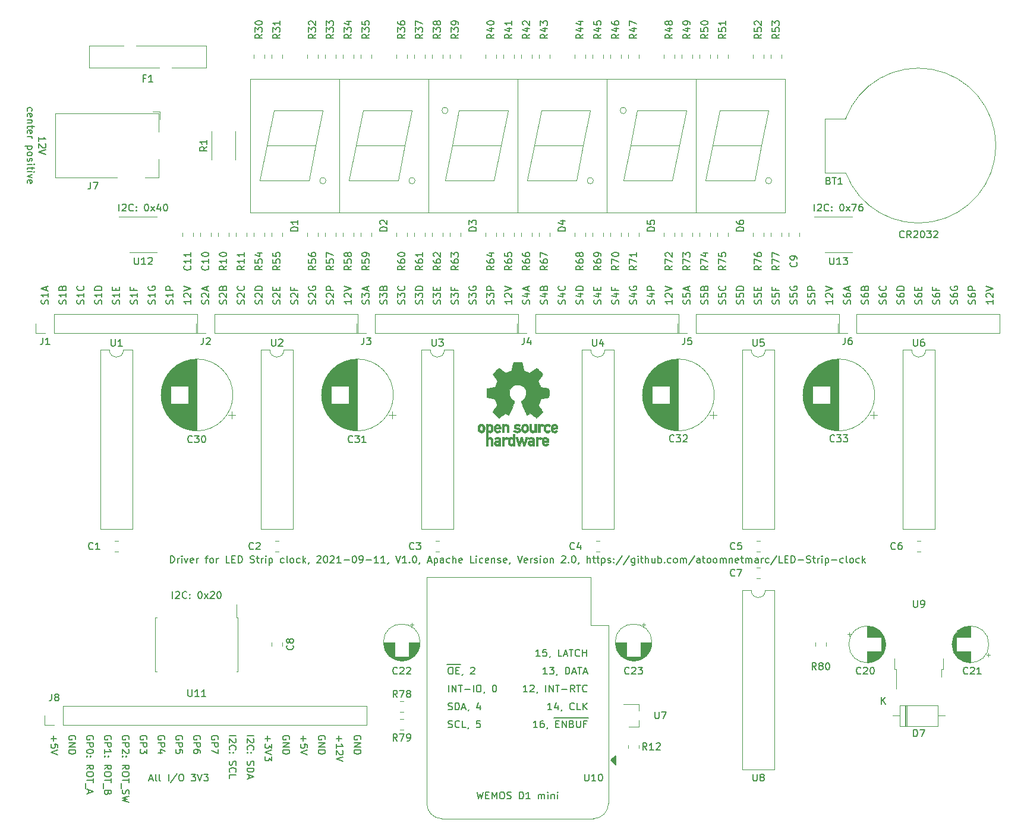
<source format=gto>
G04 #@! TF.GenerationSoftware,KiCad,Pcbnew,(5.1.10)-1*
G04 #@! TF.CreationDate,2021-09-21T20:09:27+02:00*
G04 #@! TF.ProjectId,LED Strip clock,4c454420-5374-4726-9970-20636c6f636b,V1.0*
G04 #@! TF.SameCoordinates,Original*
G04 #@! TF.FileFunction,Legend,Top*
G04 #@! TF.FilePolarity,Positive*
%FSLAX46Y46*%
G04 Gerber Fmt 4.6, Leading zero omitted, Abs format (unit mm)*
G04 Created by KiCad (PCBNEW (5.1.10)-1) date 2021-09-21 20:09:27*
%MOMM*%
%LPD*%
G01*
G04 APERTURE LIST*
%ADD10C,0.150000*%
%ADD11C,0.010000*%
%ADD12C,0.120000*%
%ADD13O,1.700000X1.700000*%
%ADD14R,1.700000X1.700000*%
%ADD15C,2.100000*%
%ADD16R,2.100000X2.100000*%
%ADD17O,1.600000X2.400000*%
%ADD18R,1.600000X2.400000*%
%ADD19C,2.000000*%
%ADD20R,2.000000X2.000000*%
%ADD21O,2.400000X1.600000*%
%ADD22R,2.400000X1.600000*%
%ADD23C,3.200000*%
%ADD24R,3.500000X3.500000*%
%ADD25C,2.010000*%
%ADD26C,1.600000*%
%ADD27R,1.600000X1.600000*%
%ADD28R,2.200000X2.200000*%
%ADD29O,2.200000X2.200000*%
%ADD30R,1.200000X2.200000*%
%ADD31R,5.800000X6.400000*%
%ADD32R,0.900000X0.800000*%
%ADD33O,2.000000X1.600000*%
G04 APERTURE END LIST*
D10*
X155224404Y-133802380D02*
X154652976Y-133802380D01*
X154938690Y-133802380D02*
X154938690Y-132802380D01*
X154843452Y-132945238D01*
X154748214Y-133040476D01*
X154652976Y-133088095D01*
X156081547Y-132802380D02*
X155891071Y-132802380D01*
X155795833Y-132850000D01*
X155748214Y-132897619D01*
X155652976Y-133040476D01*
X155605357Y-133230952D01*
X155605357Y-133611904D01*
X155652976Y-133707142D01*
X155700595Y-133754761D01*
X155795833Y-133802380D01*
X155986309Y-133802380D01*
X156081547Y-133754761D01*
X156129166Y-133707142D01*
X156176785Y-133611904D01*
X156176785Y-133373809D01*
X156129166Y-133278571D01*
X156081547Y-133230952D01*
X155986309Y-133183333D01*
X155795833Y-133183333D01*
X155700595Y-133230952D01*
X155652976Y-133278571D01*
X155605357Y-133373809D01*
X156652976Y-133754761D02*
X156652976Y-133802380D01*
X156605357Y-133897619D01*
X156557738Y-133945238D01*
X157605357Y-132435000D02*
X158510119Y-132435000D01*
X157843452Y-133278571D02*
X158176785Y-133278571D01*
X158319642Y-133802380D02*
X157843452Y-133802380D01*
X157843452Y-132802380D01*
X158319642Y-132802380D01*
X158510119Y-132435000D02*
X159557738Y-132435000D01*
X158748214Y-133802380D02*
X158748214Y-132802380D01*
X159319642Y-133802380D01*
X159319642Y-132802380D01*
X159557738Y-132435000D02*
X160557738Y-132435000D01*
X160129166Y-133278571D02*
X160272023Y-133326190D01*
X160319642Y-133373809D01*
X160367261Y-133469047D01*
X160367261Y-133611904D01*
X160319642Y-133707142D01*
X160272023Y-133754761D01*
X160176785Y-133802380D01*
X159795833Y-133802380D01*
X159795833Y-132802380D01*
X160129166Y-132802380D01*
X160224404Y-132850000D01*
X160272023Y-132897619D01*
X160319642Y-132992857D01*
X160319642Y-133088095D01*
X160272023Y-133183333D01*
X160224404Y-133230952D01*
X160129166Y-133278571D01*
X159795833Y-133278571D01*
X160557738Y-132435000D02*
X161605357Y-132435000D01*
X160795833Y-132802380D02*
X160795833Y-133611904D01*
X160843452Y-133707142D01*
X160891071Y-133754761D01*
X160986309Y-133802380D01*
X161176785Y-133802380D01*
X161272023Y-133754761D01*
X161319642Y-133707142D01*
X161367261Y-133611904D01*
X161367261Y-132802380D01*
X161605357Y-132435000D02*
X162462500Y-132435000D01*
X162176785Y-133278571D02*
X161843452Y-133278571D01*
X161843452Y-133802380D02*
X161843452Y-132802380D01*
X162319642Y-132802380D01*
X157272023Y-131262380D02*
X156700595Y-131262380D01*
X156986309Y-131262380D02*
X156986309Y-130262380D01*
X156891071Y-130405238D01*
X156795833Y-130500476D01*
X156700595Y-130548095D01*
X158129166Y-130595714D02*
X158129166Y-131262380D01*
X157891071Y-130214761D02*
X157652976Y-130929047D01*
X158272023Y-130929047D01*
X158700595Y-131214761D02*
X158700595Y-131262380D01*
X158652976Y-131357619D01*
X158605357Y-131405238D01*
X160462500Y-131167142D02*
X160414880Y-131214761D01*
X160272023Y-131262380D01*
X160176785Y-131262380D01*
X160033928Y-131214761D01*
X159938690Y-131119523D01*
X159891071Y-131024285D01*
X159843452Y-130833809D01*
X159843452Y-130690952D01*
X159891071Y-130500476D01*
X159938690Y-130405238D01*
X160033928Y-130310000D01*
X160176785Y-130262380D01*
X160272023Y-130262380D01*
X160414880Y-130310000D01*
X160462500Y-130357619D01*
X161367261Y-131262380D02*
X160891071Y-131262380D01*
X160891071Y-130262380D01*
X161700595Y-131262380D02*
X161700595Y-130262380D01*
X162272023Y-131262380D02*
X161843452Y-130690952D01*
X162272023Y-130262380D02*
X161700595Y-130833809D01*
X153795833Y-128722380D02*
X153224404Y-128722380D01*
X153510119Y-128722380D02*
X153510119Y-127722380D01*
X153414880Y-127865238D01*
X153319642Y-127960476D01*
X153224404Y-128008095D01*
X154176785Y-127817619D02*
X154224404Y-127770000D01*
X154319642Y-127722380D01*
X154557738Y-127722380D01*
X154652976Y-127770000D01*
X154700595Y-127817619D01*
X154748214Y-127912857D01*
X154748214Y-128008095D01*
X154700595Y-128150952D01*
X154129166Y-128722380D01*
X154748214Y-128722380D01*
X155224404Y-128674761D02*
X155224404Y-128722380D01*
X155176785Y-128817619D01*
X155129166Y-128865238D01*
X156414880Y-128722380D02*
X156414880Y-127722380D01*
X156891071Y-128722380D02*
X156891071Y-127722380D01*
X157462500Y-128722380D01*
X157462500Y-127722380D01*
X157795833Y-127722380D02*
X158367261Y-127722380D01*
X158081547Y-128722380D02*
X158081547Y-127722380D01*
X158700595Y-128341428D02*
X159462500Y-128341428D01*
X160510119Y-128722380D02*
X160176785Y-128246190D01*
X159938690Y-128722380D02*
X159938690Y-127722380D01*
X160319642Y-127722380D01*
X160414880Y-127770000D01*
X160462500Y-127817619D01*
X160510119Y-127912857D01*
X160510119Y-128055714D01*
X160462500Y-128150952D01*
X160414880Y-128198571D01*
X160319642Y-128246190D01*
X159938690Y-128246190D01*
X160795833Y-127722380D02*
X161367261Y-127722380D01*
X161081547Y-128722380D02*
X161081547Y-127722380D01*
X162272023Y-128627142D02*
X162224404Y-128674761D01*
X162081547Y-128722380D01*
X161986309Y-128722380D01*
X161843452Y-128674761D01*
X161748214Y-128579523D01*
X161700595Y-128484285D01*
X161652976Y-128293809D01*
X161652976Y-128150952D01*
X161700595Y-127960476D01*
X161748214Y-127865238D01*
X161843452Y-127770000D01*
X161986309Y-127722380D01*
X162081547Y-127722380D01*
X162224404Y-127770000D01*
X162272023Y-127817619D01*
X156605357Y-126182380D02*
X156033928Y-126182380D01*
X156319642Y-126182380D02*
X156319642Y-125182380D01*
X156224404Y-125325238D01*
X156129166Y-125420476D01*
X156033928Y-125468095D01*
X156938690Y-125182380D02*
X157557738Y-125182380D01*
X157224404Y-125563333D01*
X157367261Y-125563333D01*
X157462500Y-125610952D01*
X157510119Y-125658571D01*
X157557738Y-125753809D01*
X157557738Y-125991904D01*
X157510119Y-126087142D01*
X157462500Y-126134761D01*
X157367261Y-126182380D01*
X157081547Y-126182380D01*
X156986309Y-126134761D01*
X156938690Y-126087142D01*
X158033928Y-126134761D02*
X158033928Y-126182380D01*
X157986309Y-126277619D01*
X157938690Y-126325238D01*
X159224404Y-126182380D02*
X159224404Y-125182380D01*
X159462500Y-125182380D01*
X159605357Y-125230000D01*
X159700595Y-125325238D01*
X159748214Y-125420476D01*
X159795833Y-125610952D01*
X159795833Y-125753809D01*
X159748214Y-125944285D01*
X159700595Y-126039523D01*
X159605357Y-126134761D01*
X159462500Y-126182380D01*
X159224404Y-126182380D01*
X160176785Y-125896666D02*
X160652976Y-125896666D01*
X160081547Y-126182380D02*
X160414880Y-125182380D01*
X160748214Y-126182380D01*
X160938690Y-125182380D02*
X161510119Y-125182380D01*
X161224404Y-126182380D02*
X161224404Y-125182380D01*
X161795833Y-125896666D02*
X162272023Y-125896666D01*
X161700595Y-126182380D02*
X162033928Y-125182380D01*
X162367261Y-126182380D01*
X155605357Y-123642380D02*
X155033928Y-123642380D01*
X155319642Y-123642380D02*
X155319642Y-122642380D01*
X155224404Y-122785238D01*
X155129166Y-122880476D01*
X155033928Y-122928095D01*
X156510119Y-122642380D02*
X156033928Y-122642380D01*
X155986309Y-123118571D01*
X156033928Y-123070952D01*
X156129166Y-123023333D01*
X156367261Y-123023333D01*
X156462500Y-123070952D01*
X156510119Y-123118571D01*
X156557738Y-123213809D01*
X156557738Y-123451904D01*
X156510119Y-123547142D01*
X156462500Y-123594761D01*
X156367261Y-123642380D01*
X156129166Y-123642380D01*
X156033928Y-123594761D01*
X155986309Y-123547142D01*
X157033928Y-123594761D02*
X157033928Y-123642380D01*
X156986309Y-123737619D01*
X156938690Y-123785238D01*
X158700595Y-123642380D02*
X158224404Y-123642380D01*
X158224404Y-122642380D01*
X158986309Y-123356666D02*
X159462500Y-123356666D01*
X158891071Y-123642380D02*
X159224404Y-122642380D01*
X159557738Y-123642380D01*
X159748214Y-122642380D02*
X160319642Y-122642380D01*
X160033928Y-123642380D02*
X160033928Y-122642380D01*
X161224404Y-123547142D02*
X161176785Y-123594761D01*
X161033928Y-123642380D01*
X160938690Y-123642380D01*
X160795833Y-123594761D01*
X160700595Y-123499523D01*
X160652976Y-123404285D01*
X160605357Y-123213809D01*
X160605357Y-123070952D01*
X160652976Y-122880476D01*
X160700595Y-122785238D01*
X160795833Y-122690000D01*
X160938690Y-122642380D01*
X161033928Y-122642380D01*
X161176785Y-122690000D01*
X161224404Y-122737619D01*
X161652976Y-123642380D02*
X161652976Y-122642380D01*
X161652976Y-123118571D02*
X162224404Y-123118571D01*
X162224404Y-123642380D02*
X162224404Y-122642380D01*
X142527976Y-133754761D02*
X142670833Y-133802380D01*
X142908928Y-133802380D01*
X143004166Y-133754761D01*
X143051785Y-133707142D01*
X143099404Y-133611904D01*
X143099404Y-133516666D01*
X143051785Y-133421428D01*
X143004166Y-133373809D01*
X142908928Y-133326190D01*
X142718452Y-133278571D01*
X142623214Y-133230952D01*
X142575595Y-133183333D01*
X142527976Y-133088095D01*
X142527976Y-132992857D01*
X142575595Y-132897619D01*
X142623214Y-132850000D01*
X142718452Y-132802380D01*
X142956547Y-132802380D01*
X143099404Y-132850000D01*
X144099404Y-133707142D02*
X144051785Y-133754761D01*
X143908928Y-133802380D01*
X143813690Y-133802380D01*
X143670833Y-133754761D01*
X143575595Y-133659523D01*
X143527976Y-133564285D01*
X143480357Y-133373809D01*
X143480357Y-133230952D01*
X143527976Y-133040476D01*
X143575595Y-132945238D01*
X143670833Y-132850000D01*
X143813690Y-132802380D01*
X143908928Y-132802380D01*
X144051785Y-132850000D01*
X144099404Y-132897619D01*
X145004166Y-133802380D02*
X144527976Y-133802380D01*
X144527976Y-132802380D01*
X145385119Y-133754761D02*
X145385119Y-133802380D01*
X145337500Y-133897619D01*
X145289880Y-133945238D01*
X147051785Y-132802380D02*
X146575595Y-132802380D01*
X146527976Y-133278571D01*
X146575595Y-133230952D01*
X146670833Y-133183333D01*
X146908928Y-133183333D01*
X147004166Y-133230952D01*
X147051785Y-133278571D01*
X147099404Y-133373809D01*
X147099404Y-133611904D01*
X147051785Y-133707142D01*
X147004166Y-133754761D01*
X146908928Y-133802380D01*
X146670833Y-133802380D01*
X146575595Y-133754761D01*
X146527976Y-133707142D01*
X142527976Y-131214761D02*
X142670833Y-131262380D01*
X142908928Y-131262380D01*
X143004166Y-131214761D01*
X143051785Y-131167142D01*
X143099404Y-131071904D01*
X143099404Y-130976666D01*
X143051785Y-130881428D01*
X143004166Y-130833809D01*
X142908928Y-130786190D01*
X142718452Y-130738571D01*
X142623214Y-130690952D01*
X142575595Y-130643333D01*
X142527976Y-130548095D01*
X142527976Y-130452857D01*
X142575595Y-130357619D01*
X142623214Y-130310000D01*
X142718452Y-130262380D01*
X142956547Y-130262380D01*
X143099404Y-130310000D01*
X143527976Y-131262380D02*
X143527976Y-130262380D01*
X143766071Y-130262380D01*
X143908928Y-130310000D01*
X144004166Y-130405238D01*
X144051785Y-130500476D01*
X144099404Y-130690952D01*
X144099404Y-130833809D01*
X144051785Y-131024285D01*
X144004166Y-131119523D01*
X143908928Y-131214761D01*
X143766071Y-131262380D01*
X143527976Y-131262380D01*
X144480357Y-130976666D02*
X144956547Y-130976666D01*
X144385119Y-131262380D02*
X144718452Y-130262380D01*
X145051785Y-131262380D01*
X145432738Y-131214761D02*
X145432738Y-131262380D01*
X145385119Y-131357619D01*
X145337500Y-131405238D01*
X147051785Y-130595714D02*
X147051785Y-131262380D01*
X146813690Y-130214761D02*
X146575595Y-130929047D01*
X147194642Y-130929047D01*
X142575595Y-128722380D02*
X142575595Y-127722380D01*
X143051785Y-128722380D02*
X143051785Y-127722380D01*
X143623214Y-128722380D01*
X143623214Y-127722380D01*
X143956547Y-127722380D02*
X144527976Y-127722380D01*
X144242261Y-128722380D02*
X144242261Y-127722380D01*
X144861309Y-128341428D02*
X145623214Y-128341428D01*
X146099404Y-128722380D02*
X146099404Y-127722380D01*
X146766071Y-127722380D02*
X146956547Y-127722380D01*
X147051785Y-127770000D01*
X147147023Y-127865238D01*
X147194642Y-128055714D01*
X147194642Y-128389047D01*
X147147023Y-128579523D01*
X147051785Y-128674761D01*
X146956547Y-128722380D01*
X146766071Y-128722380D01*
X146670833Y-128674761D01*
X146575595Y-128579523D01*
X146527976Y-128389047D01*
X146527976Y-128055714D01*
X146575595Y-127865238D01*
X146670833Y-127770000D01*
X146766071Y-127722380D01*
X147670833Y-128674761D02*
X147670833Y-128722380D01*
X147623214Y-128817619D01*
X147575595Y-128865238D01*
X149051785Y-127722380D02*
X149147023Y-127722380D01*
X149242261Y-127770000D01*
X149289880Y-127817619D01*
X149337500Y-127912857D01*
X149385119Y-128103333D01*
X149385119Y-128341428D01*
X149337500Y-128531904D01*
X149289880Y-128627142D01*
X149242261Y-128674761D01*
X149147023Y-128722380D01*
X149051785Y-128722380D01*
X148956547Y-128674761D01*
X148908928Y-128627142D01*
X148861309Y-128531904D01*
X148813690Y-128341428D01*
X148813690Y-128103333D01*
X148861309Y-127912857D01*
X148908928Y-127817619D01*
X148956547Y-127770000D01*
X149051785Y-127722380D01*
X142337500Y-124815000D02*
X143385119Y-124815000D01*
X142766071Y-125182380D02*
X142956547Y-125182380D01*
X143051785Y-125230000D01*
X143147023Y-125325238D01*
X143194642Y-125515714D01*
X143194642Y-125849047D01*
X143147023Y-126039523D01*
X143051785Y-126134761D01*
X142956547Y-126182380D01*
X142766071Y-126182380D01*
X142670833Y-126134761D01*
X142575595Y-126039523D01*
X142527976Y-125849047D01*
X142527976Y-125515714D01*
X142575595Y-125325238D01*
X142670833Y-125230000D01*
X142766071Y-125182380D01*
X143385119Y-124815000D02*
X144289880Y-124815000D01*
X143623214Y-125658571D02*
X143956547Y-125658571D01*
X144099404Y-126182380D02*
X143623214Y-126182380D01*
X143623214Y-125182380D01*
X144099404Y-125182380D01*
X144575595Y-126134761D02*
X144575595Y-126182380D01*
X144527976Y-126277619D01*
X144480357Y-126325238D01*
X145718452Y-125277619D02*
X145766071Y-125230000D01*
X145861309Y-125182380D01*
X146099404Y-125182380D01*
X146194642Y-125230000D01*
X146242261Y-125277619D01*
X146289880Y-125372857D01*
X146289880Y-125468095D01*
X146242261Y-125610952D01*
X145670833Y-126182380D01*
X146289880Y-126182380D01*
X99949523Y-141136666D02*
X100425714Y-141136666D01*
X99854285Y-141422380D02*
X100187619Y-140422380D01*
X100520952Y-141422380D01*
X100997142Y-141422380D02*
X100901904Y-141374761D01*
X100854285Y-141279523D01*
X100854285Y-140422380D01*
X101520952Y-141422380D02*
X101425714Y-141374761D01*
X101378095Y-141279523D01*
X101378095Y-140422380D01*
X102663809Y-141422380D02*
X102663809Y-140422380D01*
X103854285Y-140374761D02*
X102997142Y-141660476D01*
X104378095Y-140422380D02*
X104568571Y-140422380D01*
X104663809Y-140470000D01*
X104759047Y-140565238D01*
X104806666Y-140755714D01*
X104806666Y-141089047D01*
X104759047Y-141279523D01*
X104663809Y-141374761D01*
X104568571Y-141422380D01*
X104378095Y-141422380D01*
X104282857Y-141374761D01*
X104187619Y-141279523D01*
X104140000Y-141089047D01*
X104140000Y-140755714D01*
X104187619Y-140565238D01*
X104282857Y-140470000D01*
X104378095Y-140422380D01*
X105901904Y-140422380D02*
X106520952Y-140422380D01*
X106187619Y-140803333D01*
X106330476Y-140803333D01*
X106425714Y-140850952D01*
X106473333Y-140898571D01*
X106520952Y-140993809D01*
X106520952Y-141231904D01*
X106473333Y-141327142D01*
X106425714Y-141374761D01*
X106330476Y-141422380D01*
X106044761Y-141422380D01*
X105949523Y-141374761D01*
X105901904Y-141327142D01*
X106806666Y-140422380D02*
X107140000Y-141422380D01*
X107473333Y-140422380D01*
X107711428Y-140422380D02*
X108330476Y-140422380D01*
X107997142Y-140803333D01*
X108140000Y-140803333D01*
X108235238Y-140850952D01*
X108282857Y-140898571D01*
X108330476Y-140993809D01*
X108330476Y-141231904D01*
X108282857Y-141327142D01*
X108235238Y-141374761D01*
X108140000Y-141422380D01*
X107854285Y-141422380D01*
X107759047Y-141374761D01*
X107711428Y-141327142D01*
X103251428Y-115387380D02*
X103251428Y-114387380D01*
X103680000Y-114482619D02*
X103727619Y-114435000D01*
X103822857Y-114387380D01*
X104060952Y-114387380D01*
X104156190Y-114435000D01*
X104203809Y-114482619D01*
X104251428Y-114577857D01*
X104251428Y-114673095D01*
X104203809Y-114815952D01*
X103632380Y-115387380D01*
X104251428Y-115387380D01*
X105251428Y-115292142D02*
X105203809Y-115339761D01*
X105060952Y-115387380D01*
X104965714Y-115387380D01*
X104822857Y-115339761D01*
X104727619Y-115244523D01*
X104680000Y-115149285D01*
X104632380Y-114958809D01*
X104632380Y-114815952D01*
X104680000Y-114625476D01*
X104727619Y-114530238D01*
X104822857Y-114435000D01*
X104965714Y-114387380D01*
X105060952Y-114387380D01*
X105203809Y-114435000D01*
X105251428Y-114482619D01*
X105680000Y-115292142D02*
X105727619Y-115339761D01*
X105680000Y-115387380D01*
X105632380Y-115339761D01*
X105680000Y-115292142D01*
X105680000Y-115387380D01*
X105680000Y-114768333D02*
X105727619Y-114815952D01*
X105680000Y-114863571D01*
X105632380Y-114815952D01*
X105680000Y-114768333D01*
X105680000Y-114863571D01*
X107108571Y-114387380D02*
X107203809Y-114387380D01*
X107299047Y-114435000D01*
X107346666Y-114482619D01*
X107394285Y-114577857D01*
X107441904Y-114768333D01*
X107441904Y-115006428D01*
X107394285Y-115196904D01*
X107346666Y-115292142D01*
X107299047Y-115339761D01*
X107203809Y-115387380D01*
X107108571Y-115387380D01*
X107013333Y-115339761D01*
X106965714Y-115292142D01*
X106918095Y-115196904D01*
X106870476Y-115006428D01*
X106870476Y-114768333D01*
X106918095Y-114577857D01*
X106965714Y-114482619D01*
X107013333Y-114435000D01*
X107108571Y-114387380D01*
X107775238Y-115387380D02*
X108299047Y-114720714D01*
X107775238Y-114720714D02*
X108299047Y-115387380D01*
X108632380Y-114482619D02*
X108680000Y-114435000D01*
X108775238Y-114387380D01*
X109013333Y-114387380D01*
X109108571Y-114435000D01*
X109156190Y-114482619D01*
X109203809Y-114577857D01*
X109203809Y-114673095D01*
X109156190Y-114815952D01*
X108584761Y-115387380D01*
X109203809Y-115387380D01*
X109822857Y-114387380D02*
X109918095Y-114387380D01*
X110013333Y-114435000D01*
X110060952Y-114482619D01*
X110108571Y-114577857D01*
X110156190Y-114768333D01*
X110156190Y-115006428D01*
X110108571Y-115196904D01*
X110060952Y-115292142D01*
X110013333Y-115339761D01*
X109918095Y-115387380D01*
X109822857Y-115387380D01*
X109727619Y-115339761D01*
X109680000Y-115292142D01*
X109632380Y-115196904D01*
X109584761Y-115006428D01*
X109584761Y-114768333D01*
X109632380Y-114577857D01*
X109680000Y-114482619D01*
X109727619Y-114435000D01*
X109822857Y-114387380D01*
X194691428Y-60142380D02*
X194691428Y-59142380D01*
X195120000Y-59237619D02*
X195167619Y-59190000D01*
X195262857Y-59142380D01*
X195500952Y-59142380D01*
X195596190Y-59190000D01*
X195643809Y-59237619D01*
X195691428Y-59332857D01*
X195691428Y-59428095D01*
X195643809Y-59570952D01*
X195072380Y-60142380D01*
X195691428Y-60142380D01*
X196691428Y-60047142D02*
X196643809Y-60094761D01*
X196500952Y-60142380D01*
X196405714Y-60142380D01*
X196262857Y-60094761D01*
X196167619Y-59999523D01*
X196120000Y-59904285D01*
X196072380Y-59713809D01*
X196072380Y-59570952D01*
X196120000Y-59380476D01*
X196167619Y-59285238D01*
X196262857Y-59190000D01*
X196405714Y-59142380D01*
X196500952Y-59142380D01*
X196643809Y-59190000D01*
X196691428Y-59237619D01*
X197120000Y-60047142D02*
X197167619Y-60094761D01*
X197120000Y-60142380D01*
X197072380Y-60094761D01*
X197120000Y-60047142D01*
X197120000Y-60142380D01*
X197120000Y-59523333D02*
X197167619Y-59570952D01*
X197120000Y-59618571D01*
X197072380Y-59570952D01*
X197120000Y-59523333D01*
X197120000Y-59618571D01*
X198548571Y-59142380D02*
X198643809Y-59142380D01*
X198739047Y-59190000D01*
X198786666Y-59237619D01*
X198834285Y-59332857D01*
X198881904Y-59523333D01*
X198881904Y-59761428D01*
X198834285Y-59951904D01*
X198786666Y-60047142D01*
X198739047Y-60094761D01*
X198643809Y-60142380D01*
X198548571Y-60142380D01*
X198453333Y-60094761D01*
X198405714Y-60047142D01*
X198358095Y-59951904D01*
X198310476Y-59761428D01*
X198310476Y-59523333D01*
X198358095Y-59332857D01*
X198405714Y-59237619D01*
X198453333Y-59190000D01*
X198548571Y-59142380D01*
X199215238Y-60142380D02*
X199739047Y-59475714D01*
X199215238Y-59475714D02*
X199739047Y-60142380D01*
X200024761Y-59142380D02*
X200691428Y-59142380D01*
X200262857Y-60142380D01*
X201500952Y-59142380D02*
X201310476Y-59142380D01*
X201215238Y-59190000D01*
X201167619Y-59237619D01*
X201072380Y-59380476D01*
X201024761Y-59570952D01*
X201024761Y-59951904D01*
X201072380Y-60047142D01*
X201120000Y-60094761D01*
X201215238Y-60142380D01*
X201405714Y-60142380D01*
X201500952Y-60094761D01*
X201548571Y-60047142D01*
X201596190Y-59951904D01*
X201596190Y-59713809D01*
X201548571Y-59618571D01*
X201500952Y-59570952D01*
X201405714Y-59523333D01*
X201215238Y-59523333D01*
X201120000Y-59570952D01*
X201072380Y-59618571D01*
X201024761Y-59713809D01*
X95631428Y-60142380D02*
X95631428Y-59142380D01*
X96060000Y-59237619D02*
X96107619Y-59190000D01*
X96202857Y-59142380D01*
X96440952Y-59142380D01*
X96536190Y-59190000D01*
X96583809Y-59237619D01*
X96631428Y-59332857D01*
X96631428Y-59428095D01*
X96583809Y-59570952D01*
X96012380Y-60142380D01*
X96631428Y-60142380D01*
X97631428Y-60047142D02*
X97583809Y-60094761D01*
X97440952Y-60142380D01*
X97345714Y-60142380D01*
X97202857Y-60094761D01*
X97107619Y-59999523D01*
X97060000Y-59904285D01*
X97012380Y-59713809D01*
X97012380Y-59570952D01*
X97060000Y-59380476D01*
X97107619Y-59285238D01*
X97202857Y-59190000D01*
X97345714Y-59142380D01*
X97440952Y-59142380D01*
X97583809Y-59190000D01*
X97631428Y-59237619D01*
X98060000Y-60047142D02*
X98107619Y-60094761D01*
X98060000Y-60142380D01*
X98012380Y-60094761D01*
X98060000Y-60047142D01*
X98060000Y-60142380D01*
X98060000Y-59523333D02*
X98107619Y-59570952D01*
X98060000Y-59618571D01*
X98012380Y-59570952D01*
X98060000Y-59523333D01*
X98060000Y-59618571D01*
X99488571Y-59142380D02*
X99583809Y-59142380D01*
X99679047Y-59190000D01*
X99726666Y-59237619D01*
X99774285Y-59332857D01*
X99821904Y-59523333D01*
X99821904Y-59761428D01*
X99774285Y-59951904D01*
X99726666Y-60047142D01*
X99679047Y-60094761D01*
X99583809Y-60142380D01*
X99488571Y-60142380D01*
X99393333Y-60094761D01*
X99345714Y-60047142D01*
X99298095Y-59951904D01*
X99250476Y-59761428D01*
X99250476Y-59523333D01*
X99298095Y-59332857D01*
X99345714Y-59237619D01*
X99393333Y-59190000D01*
X99488571Y-59142380D01*
X100155238Y-60142380D02*
X100679047Y-59475714D01*
X100155238Y-59475714D02*
X100679047Y-60142380D01*
X101488571Y-59475714D02*
X101488571Y-60142380D01*
X101250476Y-59094761D02*
X101012380Y-59809047D01*
X101631428Y-59809047D01*
X102202857Y-59142380D02*
X102298095Y-59142380D01*
X102393333Y-59190000D01*
X102440952Y-59237619D01*
X102488571Y-59332857D01*
X102536190Y-59523333D01*
X102536190Y-59761428D01*
X102488571Y-59951904D01*
X102440952Y-60047142D01*
X102393333Y-60094761D01*
X102298095Y-60142380D01*
X102202857Y-60142380D01*
X102107619Y-60094761D01*
X102060000Y-60047142D01*
X102012380Y-59951904D01*
X101964761Y-59761428D01*
X101964761Y-59523333D01*
X102012380Y-59332857D01*
X102060000Y-59237619D01*
X102107619Y-59190000D01*
X102202857Y-59142380D01*
X207454761Y-63857142D02*
X207407142Y-63904761D01*
X207264285Y-63952380D01*
X207169047Y-63952380D01*
X207026190Y-63904761D01*
X206930952Y-63809523D01*
X206883333Y-63714285D01*
X206835714Y-63523809D01*
X206835714Y-63380952D01*
X206883333Y-63190476D01*
X206930952Y-63095238D01*
X207026190Y-63000000D01*
X207169047Y-62952380D01*
X207264285Y-62952380D01*
X207407142Y-63000000D01*
X207454761Y-63047619D01*
X208454761Y-63952380D02*
X208121428Y-63476190D01*
X207883333Y-63952380D02*
X207883333Y-62952380D01*
X208264285Y-62952380D01*
X208359523Y-63000000D01*
X208407142Y-63047619D01*
X208454761Y-63142857D01*
X208454761Y-63285714D01*
X208407142Y-63380952D01*
X208359523Y-63428571D01*
X208264285Y-63476190D01*
X207883333Y-63476190D01*
X208835714Y-63047619D02*
X208883333Y-63000000D01*
X208978571Y-62952380D01*
X209216666Y-62952380D01*
X209311904Y-63000000D01*
X209359523Y-63047619D01*
X209407142Y-63142857D01*
X209407142Y-63238095D01*
X209359523Y-63380952D01*
X208788095Y-63952380D01*
X209407142Y-63952380D01*
X210026190Y-62952380D02*
X210121428Y-62952380D01*
X210216666Y-63000000D01*
X210264285Y-63047619D01*
X210311904Y-63142857D01*
X210359523Y-63333333D01*
X210359523Y-63571428D01*
X210311904Y-63761904D01*
X210264285Y-63857142D01*
X210216666Y-63904761D01*
X210121428Y-63952380D01*
X210026190Y-63952380D01*
X209930952Y-63904761D01*
X209883333Y-63857142D01*
X209835714Y-63761904D01*
X209788095Y-63571428D01*
X209788095Y-63333333D01*
X209835714Y-63142857D01*
X209883333Y-63047619D01*
X209930952Y-63000000D01*
X210026190Y-62952380D01*
X210692857Y-62952380D02*
X211311904Y-62952380D01*
X210978571Y-63333333D01*
X211121428Y-63333333D01*
X211216666Y-63380952D01*
X211264285Y-63428571D01*
X211311904Y-63523809D01*
X211311904Y-63761904D01*
X211264285Y-63857142D01*
X211216666Y-63904761D01*
X211121428Y-63952380D01*
X210835714Y-63952380D01*
X210740476Y-63904761D01*
X210692857Y-63857142D01*
X211692857Y-63047619D02*
X211740476Y-63000000D01*
X211835714Y-62952380D01*
X212073809Y-62952380D01*
X212169047Y-63000000D01*
X212216666Y-63047619D01*
X212264285Y-63142857D01*
X212264285Y-63238095D01*
X212216666Y-63380952D01*
X211645238Y-63952380D01*
X212264285Y-63952380D01*
X113847619Y-134955595D02*
X114847619Y-134955595D01*
X114752380Y-135384166D02*
X114800000Y-135431785D01*
X114847619Y-135527023D01*
X114847619Y-135765119D01*
X114800000Y-135860357D01*
X114752380Y-135907976D01*
X114657142Y-135955595D01*
X114561904Y-135955595D01*
X114419047Y-135907976D01*
X113847619Y-135336547D01*
X113847619Y-135955595D01*
X113942857Y-136955595D02*
X113895238Y-136907976D01*
X113847619Y-136765119D01*
X113847619Y-136669880D01*
X113895238Y-136527023D01*
X113990476Y-136431785D01*
X114085714Y-136384166D01*
X114276190Y-136336547D01*
X114419047Y-136336547D01*
X114609523Y-136384166D01*
X114704761Y-136431785D01*
X114800000Y-136527023D01*
X114847619Y-136669880D01*
X114847619Y-136765119D01*
X114800000Y-136907976D01*
X114752380Y-136955595D01*
X113942857Y-137384166D02*
X113895238Y-137431785D01*
X113847619Y-137384166D01*
X113895238Y-137336547D01*
X113942857Y-137384166D01*
X113847619Y-137384166D01*
X114466666Y-137384166D02*
X114419047Y-137431785D01*
X114371428Y-137384166D01*
X114419047Y-137336547D01*
X114466666Y-137384166D01*
X114371428Y-137384166D01*
X113895238Y-138574642D02*
X113847619Y-138717500D01*
X113847619Y-138955595D01*
X113895238Y-139050833D01*
X113942857Y-139098452D01*
X114038095Y-139146071D01*
X114133333Y-139146071D01*
X114228571Y-139098452D01*
X114276190Y-139050833D01*
X114323809Y-138955595D01*
X114371428Y-138765119D01*
X114419047Y-138669880D01*
X114466666Y-138622261D01*
X114561904Y-138574642D01*
X114657142Y-138574642D01*
X114752380Y-138622261D01*
X114800000Y-138669880D01*
X114847619Y-138765119D01*
X114847619Y-139003214D01*
X114800000Y-139146071D01*
X113847619Y-139574642D02*
X114847619Y-139574642D01*
X114847619Y-139812738D01*
X114800000Y-139955595D01*
X114704761Y-140050833D01*
X114609523Y-140098452D01*
X114419047Y-140146071D01*
X114276190Y-140146071D01*
X114085714Y-140098452D01*
X113990476Y-140050833D01*
X113895238Y-139955595D01*
X113847619Y-139812738D01*
X113847619Y-139574642D01*
X114133333Y-140527023D02*
X114133333Y-141003214D01*
X113847619Y-140431785D02*
X114847619Y-140765119D01*
X113847619Y-141098452D01*
X111307619Y-134955595D02*
X112307619Y-134955595D01*
X112212380Y-135384166D02*
X112260000Y-135431785D01*
X112307619Y-135527023D01*
X112307619Y-135765119D01*
X112260000Y-135860357D01*
X112212380Y-135907976D01*
X112117142Y-135955595D01*
X112021904Y-135955595D01*
X111879047Y-135907976D01*
X111307619Y-135336547D01*
X111307619Y-135955595D01*
X111402857Y-136955595D02*
X111355238Y-136907976D01*
X111307619Y-136765119D01*
X111307619Y-136669880D01*
X111355238Y-136527023D01*
X111450476Y-136431785D01*
X111545714Y-136384166D01*
X111736190Y-136336547D01*
X111879047Y-136336547D01*
X112069523Y-136384166D01*
X112164761Y-136431785D01*
X112260000Y-136527023D01*
X112307619Y-136669880D01*
X112307619Y-136765119D01*
X112260000Y-136907976D01*
X112212380Y-136955595D01*
X111402857Y-137384166D02*
X111355238Y-137431785D01*
X111307619Y-137384166D01*
X111355238Y-137336547D01*
X111402857Y-137384166D01*
X111307619Y-137384166D01*
X111926666Y-137384166D02*
X111879047Y-137431785D01*
X111831428Y-137384166D01*
X111879047Y-137336547D01*
X111926666Y-137384166D01*
X111831428Y-137384166D01*
X111355238Y-138574642D02*
X111307619Y-138717500D01*
X111307619Y-138955595D01*
X111355238Y-139050833D01*
X111402857Y-139098452D01*
X111498095Y-139146071D01*
X111593333Y-139146071D01*
X111688571Y-139098452D01*
X111736190Y-139050833D01*
X111783809Y-138955595D01*
X111831428Y-138765119D01*
X111879047Y-138669880D01*
X111926666Y-138622261D01*
X112021904Y-138574642D01*
X112117142Y-138574642D01*
X112212380Y-138622261D01*
X112260000Y-138669880D01*
X112307619Y-138765119D01*
X112307619Y-139003214D01*
X112260000Y-139146071D01*
X111402857Y-140146071D02*
X111355238Y-140098452D01*
X111307619Y-139955595D01*
X111307619Y-139860357D01*
X111355238Y-139717500D01*
X111450476Y-139622261D01*
X111545714Y-139574642D01*
X111736190Y-139527023D01*
X111879047Y-139527023D01*
X112069523Y-139574642D01*
X112164761Y-139622261D01*
X112260000Y-139717500D01*
X112307619Y-139860357D01*
X112307619Y-139955595D01*
X112260000Y-140098452D01*
X112212380Y-140146071D01*
X111307619Y-141050833D02*
X111307619Y-140574642D01*
X112307619Y-140574642D01*
X109720000Y-135479404D02*
X109767619Y-135384166D01*
X109767619Y-135241309D01*
X109720000Y-135098452D01*
X109624761Y-135003214D01*
X109529523Y-134955595D01*
X109339047Y-134907976D01*
X109196190Y-134907976D01*
X109005714Y-134955595D01*
X108910476Y-135003214D01*
X108815238Y-135098452D01*
X108767619Y-135241309D01*
X108767619Y-135336547D01*
X108815238Y-135479404D01*
X108862857Y-135527023D01*
X109196190Y-135527023D01*
X109196190Y-135336547D01*
X108767619Y-135955595D02*
X109767619Y-135955595D01*
X109767619Y-136336547D01*
X109720000Y-136431785D01*
X109672380Y-136479404D01*
X109577142Y-136527023D01*
X109434285Y-136527023D01*
X109339047Y-136479404D01*
X109291428Y-136431785D01*
X109243809Y-136336547D01*
X109243809Y-135955595D01*
X109767619Y-136860357D02*
X109767619Y-137527023D01*
X108767619Y-137098452D01*
X107180000Y-135479404D02*
X107227619Y-135384166D01*
X107227619Y-135241309D01*
X107180000Y-135098452D01*
X107084761Y-135003214D01*
X106989523Y-134955595D01*
X106799047Y-134907976D01*
X106656190Y-134907976D01*
X106465714Y-134955595D01*
X106370476Y-135003214D01*
X106275238Y-135098452D01*
X106227619Y-135241309D01*
X106227619Y-135336547D01*
X106275238Y-135479404D01*
X106322857Y-135527023D01*
X106656190Y-135527023D01*
X106656190Y-135336547D01*
X106227619Y-135955595D02*
X107227619Y-135955595D01*
X107227619Y-136336547D01*
X107180000Y-136431785D01*
X107132380Y-136479404D01*
X107037142Y-136527023D01*
X106894285Y-136527023D01*
X106799047Y-136479404D01*
X106751428Y-136431785D01*
X106703809Y-136336547D01*
X106703809Y-135955595D01*
X107227619Y-137384166D02*
X107227619Y-137193690D01*
X107180000Y-137098452D01*
X107132380Y-137050833D01*
X106989523Y-136955595D01*
X106799047Y-136907976D01*
X106418095Y-136907976D01*
X106322857Y-136955595D01*
X106275238Y-137003214D01*
X106227619Y-137098452D01*
X106227619Y-137288928D01*
X106275238Y-137384166D01*
X106322857Y-137431785D01*
X106418095Y-137479404D01*
X106656190Y-137479404D01*
X106751428Y-137431785D01*
X106799047Y-137384166D01*
X106846666Y-137288928D01*
X106846666Y-137098452D01*
X106799047Y-137003214D01*
X106751428Y-136955595D01*
X106656190Y-136907976D01*
X104640000Y-135479404D02*
X104687619Y-135384166D01*
X104687619Y-135241309D01*
X104640000Y-135098452D01*
X104544761Y-135003214D01*
X104449523Y-134955595D01*
X104259047Y-134907976D01*
X104116190Y-134907976D01*
X103925714Y-134955595D01*
X103830476Y-135003214D01*
X103735238Y-135098452D01*
X103687619Y-135241309D01*
X103687619Y-135336547D01*
X103735238Y-135479404D01*
X103782857Y-135527023D01*
X104116190Y-135527023D01*
X104116190Y-135336547D01*
X103687619Y-135955595D02*
X104687619Y-135955595D01*
X104687619Y-136336547D01*
X104640000Y-136431785D01*
X104592380Y-136479404D01*
X104497142Y-136527023D01*
X104354285Y-136527023D01*
X104259047Y-136479404D01*
X104211428Y-136431785D01*
X104163809Y-136336547D01*
X104163809Y-135955595D01*
X104687619Y-137431785D02*
X104687619Y-136955595D01*
X104211428Y-136907976D01*
X104259047Y-136955595D01*
X104306666Y-137050833D01*
X104306666Y-137288928D01*
X104259047Y-137384166D01*
X104211428Y-137431785D01*
X104116190Y-137479404D01*
X103878095Y-137479404D01*
X103782857Y-137431785D01*
X103735238Y-137384166D01*
X103687619Y-137288928D01*
X103687619Y-137050833D01*
X103735238Y-136955595D01*
X103782857Y-136907976D01*
X102100000Y-135479404D02*
X102147619Y-135384166D01*
X102147619Y-135241309D01*
X102100000Y-135098452D01*
X102004761Y-135003214D01*
X101909523Y-134955595D01*
X101719047Y-134907976D01*
X101576190Y-134907976D01*
X101385714Y-134955595D01*
X101290476Y-135003214D01*
X101195238Y-135098452D01*
X101147619Y-135241309D01*
X101147619Y-135336547D01*
X101195238Y-135479404D01*
X101242857Y-135527023D01*
X101576190Y-135527023D01*
X101576190Y-135336547D01*
X101147619Y-135955595D02*
X102147619Y-135955595D01*
X102147619Y-136336547D01*
X102100000Y-136431785D01*
X102052380Y-136479404D01*
X101957142Y-136527023D01*
X101814285Y-136527023D01*
X101719047Y-136479404D01*
X101671428Y-136431785D01*
X101623809Y-136336547D01*
X101623809Y-135955595D01*
X101814285Y-137384166D02*
X101147619Y-137384166D01*
X102195238Y-137146071D02*
X101480952Y-136907976D01*
X101480952Y-137527023D01*
X99560000Y-135479404D02*
X99607619Y-135384166D01*
X99607619Y-135241309D01*
X99560000Y-135098452D01*
X99464761Y-135003214D01*
X99369523Y-134955595D01*
X99179047Y-134907976D01*
X99036190Y-134907976D01*
X98845714Y-134955595D01*
X98750476Y-135003214D01*
X98655238Y-135098452D01*
X98607619Y-135241309D01*
X98607619Y-135336547D01*
X98655238Y-135479404D01*
X98702857Y-135527023D01*
X99036190Y-135527023D01*
X99036190Y-135336547D01*
X98607619Y-135955595D02*
X99607619Y-135955595D01*
X99607619Y-136336547D01*
X99560000Y-136431785D01*
X99512380Y-136479404D01*
X99417142Y-136527023D01*
X99274285Y-136527023D01*
X99179047Y-136479404D01*
X99131428Y-136431785D01*
X99083809Y-136336547D01*
X99083809Y-135955595D01*
X99607619Y-136860357D02*
X99607619Y-137479404D01*
X99226666Y-137146071D01*
X99226666Y-137288928D01*
X99179047Y-137384166D01*
X99131428Y-137431785D01*
X99036190Y-137479404D01*
X98798095Y-137479404D01*
X98702857Y-137431785D01*
X98655238Y-137384166D01*
X98607619Y-137288928D01*
X98607619Y-137003214D01*
X98655238Y-136907976D01*
X98702857Y-136860357D01*
X116768571Y-134955595D02*
X116768571Y-135717500D01*
X116387619Y-135336547D02*
X117149523Y-135336547D01*
X117387619Y-136098452D02*
X117387619Y-136717500D01*
X117006666Y-136384166D01*
X117006666Y-136527023D01*
X116959047Y-136622261D01*
X116911428Y-136669880D01*
X116816190Y-136717500D01*
X116578095Y-136717500D01*
X116482857Y-136669880D01*
X116435238Y-136622261D01*
X116387619Y-136527023D01*
X116387619Y-136241309D01*
X116435238Y-136146071D01*
X116482857Y-136098452D01*
X117387619Y-137003214D02*
X116387619Y-137336547D01*
X117387619Y-137669880D01*
X117387619Y-137907976D02*
X117387619Y-138527023D01*
X117006666Y-138193690D01*
X117006666Y-138336547D01*
X116959047Y-138431785D01*
X116911428Y-138479404D01*
X116816190Y-138527023D01*
X116578095Y-138527023D01*
X116482857Y-138479404D01*
X116435238Y-138431785D01*
X116387619Y-138336547D01*
X116387619Y-138050833D01*
X116435238Y-137955595D01*
X116482857Y-137907976D01*
X126928571Y-134955595D02*
X126928571Y-135717500D01*
X126547619Y-135336547D02*
X127309523Y-135336547D01*
X126547619Y-136717500D02*
X126547619Y-136146071D01*
X126547619Y-136431785D02*
X127547619Y-136431785D01*
X127404761Y-136336547D01*
X127309523Y-136241309D01*
X127261904Y-136146071D01*
X127452380Y-137098452D02*
X127500000Y-137146071D01*
X127547619Y-137241309D01*
X127547619Y-137479404D01*
X127500000Y-137574642D01*
X127452380Y-137622261D01*
X127357142Y-137669880D01*
X127261904Y-137669880D01*
X127119047Y-137622261D01*
X126547619Y-137050833D01*
X126547619Y-137669880D01*
X127547619Y-137955595D02*
X126547619Y-138288928D01*
X127547619Y-138622261D01*
X130040000Y-135479404D02*
X130087619Y-135384166D01*
X130087619Y-135241309D01*
X130040000Y-135098452D01*
X129944761Y-135003214D01*
X129849523Y-134955595D01*
X129659047Y-134907976D01*
X129516190Y-134907976D01*
X129325714Y-134955595D01*
X129230476Y-135003214D01*
X129135238Y-135098452D01*
X129087619Y-135241309D01*
X129087619Y-135336547D01*
X129135238Y-135479404D01*
X129182857Y-135527023D01*
X129516190Y-135527023D01*
X129516190Y-135336547D01*
X129087619Y-135955595D02*
X130087619Y-135955595D01*
X129087619Y-136527023D01*
X130087619Y-136527023D01*
X129087619Y-137003214D02*
X130087619Y-137003214D01*
X130087619Y-137241309D01*
X130040000Y-137384166D01*
X129944761Y-137479404D01*
X129849523Y-137527023D01*
X129659047Y-137574642D01*
X129516190Y-137574642D01*
X129325714Y-137527023D01*
X129230476Y-137479404D01*
X129135238Y-137384166D01*
X129087619Y-137241309D01*
X129087619Y-137003214D01*
X124960000Y-135479404D02*
X125007619Y-135384166D01*
X125007619Y-135241309D01*
X124960000Y-135098452D01*
X124864761Y-135003214D01*
X124769523Y-134955595D01*
X124579047Y-134907976D01*
X124436190Y-134907976D01*
X124245714Y-134955595D01*
X124150476Y-135003214D01*
X124055238Y-135098452D01*
X124007619Y-135241309D01*
X124007619Y-135336547D01*
X124055238Y-135479404D01*
X124102857Y-135527023D01*
X124436190Y-135527023D01*
X124436190Y-135336547D01*
X124007619Y-135955595D02*
X125007619Y-135955595D01*
X124007619Y-136527023D01*
X125007619Y-136527023D01*
X124007619Y-137003214D02*
X125007619Y-137003214D01*
X125007619Y-137241309D01*
X124960000Y-137384166D01*
X124864761Y-137479404D01*
X124769523Y-137527023D01*
X124579047Y-137574642D01*
X124436190Y-137574642D01*
X124245714Y-137527023D01*
X124150476Y-137479404D01*
X124055238Y-137384166D01*
X124007619Y-137241309D01*
X124007619Y-137003214D01*
X119880000Y-135479404D02*
X119927619Y-135384166D01*
X119927619Y-135241309D01*
X119880000Y-135098452D01*
X119784761Y-135003214D01*
X119689523Y-134955595D01*
X119499047Y-134907976D01*
X119356190Y-134907976D01*
X119165714Y-134955595D01*
X119070476Y-135003214D01*
X118975238Y-135098452D01*
X118927619Y-135241309D01*
X118927619Y-135336547D01*
X118975238Y-135479404D01*
X119022857Y-135527023D01*
X119356190Y-135527023D01*
X119356190Y-135336547D01*
X118927619Y-135955595D02*
X119927619Y-135955595D01*
X118927619Y-136527023D01*
X119927619Y-136527023D01*
X118927619Y-137003214D02*
X119927619Y-137003214D01*
X119927619Y-137241309D01*
X119880000Y-137384166D01*
X119784761Y-137479404D01*
X119689523Y-137527023D01*
X119499047Y-137574642D01*
X119356190Y-137574642D01*
X119165714Y-137527023D01*
X119070476Y-137479404D01*
X118975238Y-137384166D01*
X118927619Y-137241309D01*
X118927619Y-137003214D01*
X121848571Y-134955595D02*
X121848571Y-135717500D01*
X121467619Y-135336547D02*
X122229523Y-135336547D01*
X122467619Y-136669880D02*
X122467619Y-136193690D01*
X121991428Y-136146071D01*
X122039047Y-136193690D01*
X122086666Y-136288928D01*
X122086666Y-136527023D01*
X122039047Y-136622261D01*
X121991428Y-136669880D01*
X121896190Y-136717500D01*
X121658095Y-136717500D01*
X121562857Y-136669880D01*
X121515238Y-136622261D01*
X121467619Y-136527023D01*
X121467619Y-136288928D01*
X121515238Y-136193690D01*
X121562857Y-136146071D01*
X122467619Y-137003214D02*
X121467619Y-137336547D01*
X122467619Y-137669880D01*
X86288571Y-134955595D02*
X86288571Y-135717500D01*
X85907619Y-135336547D02*
X86669523Y-135336547D01*
X86907619Y-136669880D02*
X86907619Y-136193690D01*
X86431428Y-136146071D01*
X86479047Y-136193690D01*
X86526666Y-136288928D01*
X86526666Y-136527023D01*
X86479047Y-136622261D01*
X86431428Y-136669880D01*
X86336190Y-136717500D01*
X86098095Y-136717500D01*
X86002857Y-136669880D01*
X85955238Y-136622261D01*
X85907619Y-136527023D01*
X85907619Y-136288928D01*
X85955238Y-136193690D01*
X86002857Y-136146071D01*
X86907619Y-137003214D02*
X85907619Y-137336547D01*
X86907619Y-137669880D01*
X207414761Y-73372023D02*
X207462380Y-73229166D01*
X207462380Y-72991071D01*
X207414761Y-72895833D01*
X207367142Y-72848214D01*
X207271904Y-72800595D01*
X207176666Y-72800595D01*
X207081428Y-72848214D01*
X207033809Y-72895833D01*
X206986190Y-72991071D01*
X206938571Y-73181547D01*
X206890952Y-73276785D01*
X206843333Y-73324404D01*
X206748095Y-73372023D01*
X206652857Y-73372023D01*
X206557619Y-73324404D01*
X206510000Y-73276785D01*
X206462380Y-73181547D01*
X206462380Y-72943452D01*
X206510000Y-72800595D01*
X206462380Y-71943452D02*
X206462380Y-72133928D01*
X206510000Y-72229166D01*
X206557619Y-72276785D01*
X206700476Y-72372023D01*
X206890952Y-72419642D01*
X207271904Y-72419642D01*
X207367142Y-72372023D01*
X207414761Y-72324404D01*
X207462380Y-72229166D01*
X207462380Y-72038690D01*
X207414761Y-71943452D01*
X207367142Y-71895833D01*
X207271904Y-71848214D01*
X207033809Y-71848214D01*
X206938571Y-71895833D01*
X206890952Y-71943452D01*
X206843333Y-72038690D01*
X206843333Y-72229166D01*
X206890952Y-72324404D01*
X206938571Y-72372023D01*
X207033809Y-72419642D01*
X207462380Y-71419642D02*
X206462380Y-71419642D01*
X206462380Y-71181547D01*
X206510000Y-71038690D01*
X206605238Y-70943452D01*
X206700476Y-70895833D01*
X206890952Y-70848214D01*
X207033809Y-70848214D01*
X207224285Y-70895833D01*
X207319523Y-70943452D01*
X207414761Y-71038690D01*
X207462380Y-71181547D01*
X207462380Y-71419642D01*
X215034761Y-73372023D02*
X215082380Y-73229166D01*
X215082380Y-72991071D01*
X215034761Y-72895833D01*
X214987142Y-72848214D01*
X214891904Y-72800595D01*
X214796666Y-72800595D01*
X214701428Y-72848214D01*
X214653809Y-72895833D01*
X214606190Y-72991071D01*
X214558571Y-73181547D01*
X214510952Y-73276785D01*
X214463333Y-73324404D01*
X214368095Y-73372023D01*
X214272857Y-73372023D01*
X214177619Y-73324404D01*
X214130000Y-73276785D01*
X214082380Y-73181547D01*
X214082380Y-72943452D01*
X214130000Y-72800595D01*
X214082380Y-71943452D02*
X214082380Y-72133928D01*
X214130000Y-72229166D01*
X214177619Y-72276785D01*
X214320476Y-72372023D01*
X214510952Y-72419642D01*
X214891904Y-72419642D01*
X214987142Y-72372023D01*
X215034761Y-72324404D01*
X215082380Y-72229166D01*
X215082380Y-72038690D01*
X215034761Y-71943452D01*
X214987142Y-71895833D01*
X214891904Y-71848214D01*
X214653809Y-71848214D01*
X214558571Y-71895833D01*
X214510952Y-71943452D01*
X214463333Y-72038690D01*
X214463333Y-72229166D01*
X214510952Y-72324404D01*
X214558571Y-72372023D01*
X214653809Y-72419642D01*
X214130000Y-70895833D02*
X214082380Y-70991071D01*
X214082380Y-71133928D01*
X214130000Y-71276785D01*
X214225238Y-71372023D01*
X214320476Y-71419642D01*
X214510952Y-71467261D01*
X214653809Y-71467261D01*
X214844285Y-71419642D01*
X214939523Y-71372023D01*
X215034761Y-71276785D01*
X215082380Y-71133928D01*
X215082380Y-71038690D01*
X215034761Y-70895833D01*
X214987142Y-70848214D01*
X214653809Y-70848214D01*
X214653809Y-71038690D01*
X199794761Y-73372023D02*
X199842380Y-73229166D01*
X199842380Y-72991071D01*
X199794761Y-72895833D01*
X199747142Y-72848214D01*
X199651904Y-72800595D01*
X199556666Y-72800595D01*
X199461428Y-72848214D01*
X199413809Y-72895833D01*
X199366190Y-72991071D01*
X199318571Y-73181547D01*
X199270952Y-73276785D01*
X199223333Y-73324404D01*
X199128095Y-73372023D01*
X199032857Y-73372023D01*
X198937619Y-73324404D01*
X198890000Y-73276785D01*
X198842380Y-73181547D01*
X198842380Y-72943452D01*
X198890000Y-72800595D01*
X198842380Y-71943452D02*
X198842380Y-72133928D01*
X198890000Y-72229166D01*
X198937619Y-72276785D01*
X199080476Y-72372023D01*
X199270952Y-72419642D01*
X199651904Y-72419642D01*
X199747142Y-72372023D01*
X199794761Y-72324404D01*
X199842380Y-72229166D01*
X199842380Y-72038690D01*
X199794761Y-71943452D01*
X199747142Y-71895833D01*
X199651904Y-71848214D01*
X199413809Y-71848214D01*
X199318571Y-71895833D01*
X199270952Y-71943452D01*
X199223333Y-72038690D01*
X199223333Y-72229166D01*
X199270952Y-72324404D01*
X199318571Y-72372023D01*
X199413809Y-72419642D01*
X199556666Y-71467261D02*
X199556666Y-70991071D01*
X199842380Y-71562500D02*
X198842380Y-71229166D01*
X199842380Y-70895833D01*
X220162380Y-72800595D02*
X220162380Y-73372023D01*
X220162380Y-73086309D02*
X219162380Y-73086309D01*
X219305238Y-73181547D01*
X219400476Y-73276785D01*
X219448095Y-73372023D01*
X219257619Y-72419642D02*
X219210000Y-72372023D01*
X219162380Y-72276785D01*
X219162380Y-72038690D01*
X219210000Y-71943452D01*
X219257619Y-71895833D01*
X219352857Y-71848214D01*
X219448095Y-71848214D01*
X219590952Y-71895833D01*
X220162380Y-72467261D01*
X220162380Y-71848214D01*
X219162380Y-71562500D02*
X220162380Y-71229166D01*
X219162380Y-70895833D01*
X209954761Y-73372023D02*
X210002380Y-73229166D01*
X210002380Y-72991071D01*
X209954761Y-72895833D01*
X209907142Y-72848214D01*
X209811904Y-72800595D01*
X209716666Y-72800595D01*
X209621428Y-72848214D01*
X209573809Y-72895833D01*
X209526190Y-72991071D01*
X209478571Y-73181547D01*
X209430952Y-73276785D01*
X209383333Y-73324404D01*
X209288095Y-73372023D01*
X209192857Y-73372023D01*
X209097619Y-73324404D01*
X209050000Y-73276785D01*
X209002380Y-73181547D01*
X209002380Y-72943452D01*
X209050000Y-72800595D01*
X209002380Y-71943452D02*
X209002380Y-72133928D01*
X209050000Y-72229166D01*
X209097619Y-72276785D01*
X209240476Y-72372023D01*
X209430952Y-72419642D01*
X209811904Y-72419642D01*
X209907142Y-72372023D01*
X209954761Y-72324404D01*
X210002380Y-72229166D01*
X210002380Y-72038690D01*
X209954761Y-71943452D01*
X209907142Y-71895833D01*
X209811904Y-71848214D01*
X209573809Y-71848214D01*
X209478571Y-71895833D01*
X209430952Y-71943452D01*
X209383333Y-72038690D01*
X209383333Y-72229166D01*
X209430952Y-72324404D01*
X209478571Y-72372023D01*
X209573809Y-72419642D01*
X209478571Y-71419642D02*
X209478571Y-71086309D01*
X210002380Y-70943452D02*
X210002380Y-71419642D01*
X209002380Y-71419642D01*
X209002380Y-70943452D01*
X212494761Y-73372023D02*
X212542380Y-73229166D01*
X212542380Y-72991071D01*
X212494761Y-72895833D01*
X212447142Y-72848214D01*
X212351904Y-72800595D01*
X212256666Y-72800595D01*
X212161428Y-72848214D01*
X212113809Y-72895833D01*
X212066190Y-72991071D01*
X212018571Y-73181547D01*
X211970952Y-73276785D01*
X211923333Y-73324404D01*
X211828095Y-73372023D01*
X211732857Y-73372023D01*
X211637619Y-73324404D01*
X211590000Y-73276785D01*
X211542380Y-73181547D01*
X211542380Y-72943452D01*
X211590000Y-72800595D01*
X211542380Y-71943452D02*
X211542380Y-72133928D01*
X211590000Y-72229166D01*
X211637619Y-72276785D01*
X211780476Y-72372023D01*
X211970952Y-72419642D01*
X212351904Y-72419642D01*
X212447142Y-72372023D01*
X212494761Y-72324404D01*
X212542380Y-72229166D01*
X212542380Y-72038690D01*
X212494761Y-71943452D01*
X212447142Y-71895833D01*
X212351904Y-71848214D01*
X212113809Y-71848214D01*
X212018571Y-71895833D01*
X211970952Y-71943452D01*
X211923333Y-72038690D01*
X211923333Y-72229166D01*
X211970952Y-72324404D01*
X212018571Y-72372023D01*
X212113809Y-72419642D01*
X212018571Y-71086309D02*
X212018571Y-71419642D01*
X212542380Y-71419642D02*
X211542380Y-71419642D01*
X211542380Y-70943452D01*
X202334761Y-73372023D02*
X202382380Y-73229166D01*
X202382380Y-72991071D01*
X202334761Y-72895833D01*
X202287142Y-72848214D01*
X202191904Y-72800595D01*
X202096666Y-72800595D01*
X202001428Y-72848214D01*
X201953809Y-72895833D01*
X201906190Y-72991071D01*
X201858571Y-73181547D01*
X201810952Y-73276785D01*
X201763333Y-73324404D01*
X201668095Y-73372023D01*
X201572857Y-73372023D01*
X201477619Y-73324404D01*
X201430000Y-73276785D01*
X201382380Y-73181547D01*
X201382380Y-72943452D01*
X201430000Y-72800595D01*
X201382380Y-71943452D02*
X201382380Y-72133928D01*
X201430000Y-72229166D01*
X201477619Y-72276785D01*
X201620476Y-72372023D01*
X201810952Y-72419642D01*
X202191904Y-72419642D01*
X202287142Y-72372023D01*
X202334761Y-72324404D01*
X202382380Y-72229166D01*
X202382380Y-72038690D01*
X202334761Y-71943452D01*
X202287142Y-71895833D01*
X202191904Y-71848214D01*
X201953809Y-71848214D01*
X201858571Y-71895833D01*
X201810952Y-71943452D01*
X201763333Y-72038690D01*
X201763333Y-72229166D01*
X201810952Y-72324404D01*
X201858571Y-72372023D01*
X201953809Y-72419642D01*
X201858571Y-71086309D02*
X201906190Y-70943452D01*
X201953809Y-70895833D01*
X202049047Y-70848214D01*
X202191904Y-70848214D01*
X202287142Y-70895833D01*
X202334761Y-70943452D01*
X202382380Y-71038690D01*
X202382380Y-71419642D01*
X201382380Y-71419642D01*
X201382380Y-71086309D01*
X201430000Y-70991071D01*
X201477619Y-70943452D01*
X201572857Y-70895833D01*
X201668095Y-70895833D01*
X201763333Y-70943452D01*
X201810952Y-70991071D01*
X201858571Y-71086309D01*
X201858571Y-71419642D01*
X204874761Y-73372023D02*
X204922380Y-73229166D01*
X204922380Y-72991071D01*
X204874761Y-72895833D01*
X204827142Y-72848214D01*
X204731904Y-72800595D01*
X204636666Y-72800595D01*
X204541428Y-72848214D01*
X204493809Y-72895833D01*
X204446190Y-72991071D01*
X204398571Y-73181547D01*
X204350952Y-73276785D01*
X204303333Y-73324404D01*
X204208095Y-73372023D01*
X204112857Y-73372023D01*
X204017619Y-73324404D01*
X203970000Y-73276785D01*
X203922380Y-73181547D01*
X203922380Y-72943452D01*
X203970000Y-72800595D01*
X203922380Y-71943452D02*
X203922380Y-72133928D01*
X203970000Y-72229166D01*
X204017619Y-72276785D01*
X204160476Y-72372023D01*
X204350952Y-72419642D01*
X204731904Y-72419642D01*
X204827142Y-72372023D01*
X204874761Y-72324404D01*
X204922380Y-72229166D01*
X204922380Y-72038690D01*
X204874761Y-71943452D01*
X204827142Y-71895833D01*
X204731904Y-71848214D01*
X204493809Y-71848214D01*
X204398571Y-71895833D01*
X204350952Y-71943452D01*
X204303333Y-72038690D01*
X204303333Y-72229166D01*
X204350952Y-72324404D01*
X204398571Y-72372023D01*
X204493809Y-72419642D01*
X204827142Y-70848214D02*
X204874761Y-70895833D01*
X204922380Y-71038690D01*
X204922380Y-71133928D01*
X204874761Y-71276785D01*
X204779523Y-71372023D01*
X204684285Y-71419642D01*
X204493809Y-71467261D01*
X204350952Y-71467261D01*
X204160476Y-71419642D01*
X204065238Y-71372023D01*
X203970000Y-71276785D01*
X203922380Y-71133928D01*
X203922380Y-71038690D01*
X203970000Y-70895833D01*
X204017619Y-70848214D01*
X217574761Y-73372023D02*
X217622380Y-73229166D01*
X217622380Y-72991071D01*
X217574761Y-72895833D01*
X217527142Y-72848214D01*
X217431904Y-72800595D01*
X217336666Y-72800595D01*
X217241428Y-72848214D01*
X217193809Y-72895833D01*
X217146190Y-72991071D01*
X217098571Y-73181547D01*
X217050952Y-73276785D01*
X217003333Y-73324404D01*
X216908095Y-73372023D01*
X216812857Y-73372023D01*
X216717619Y-73324404D01*
X216670000Y-73276785D01*
X216622380Y-73181547D01*
X216622380Y-72943452D01*
X216670000Y-72800595D01*
X216622380Y-71943452D02*
X216622380Y-72133928D01*
X216670000Y-72229166D01*
X216717619Y-72276785D01*
X216860476Y-72372023D01*
X217050952Y-72419642D01*
X217431904Y-72419642D01*
X217527142Y-72372023D01*
X217574761Y-72324404D01*
X217622380Y-72229166D01*
X217622380Y-72038690D01*
X217574761Y-71943452D01*
X217527142Y-71895833D01*
X217431904Y-71848214D01*
X217193809Y-71848214D01*
X217098571Y-71895833D01*
X217050952Y-71943452D01*
X217003333Y-72038690D01*
X217003333Y-72229166D01*
X217050952Y-72324404D01*
X217098571Y-72372023D01*
X217193809Y-72419642D01*
X217622380Y-71419642D02*
X216622380Y-71419642D01*
X216622380Y-71038690D01*
X216670000Y-70943452D01*
X216717619Y-70895833D01*
X216812857Y-70848214D01*
X216955714Y-70848214D01*
X217050952Y-70895833D01*
X217098571Y-70943452D01*
X217146190Y-71038690D01*
X217146190Y-71419642D01*
X192174761Y-73372023D02*
X192222380Y-73229166D01*
X192222380Y-72991071D01*
X192174761Y-72895833D01*
X192127142Y-72848214D01*
X192031904Y-72800595D01*
X191936666Y-72800595D01*
X191841428Y-72848214D01*
X191793809Y-72895833D01*
X191746190Y-72991071D01*
X191698571Y-73181547D01*
X191650952Y-73276785D01*
X191603333Y-73324404D01*
X191508095Y-73372023D01*
X191412857Y-73372023D01*
X191317619Y-73324404D01*
X191270000Y-73276785D01*
X191222380Y-73181547D01*
X191222380Y-72943452D01*
X191270000Y-72800595D01*
X191222380Y-71895833D02*
X191222380Y-72372023D01*
X191698571Y-72419642D01*
X191650952Y-72372023D01*
X191603333Y-72276785D01*
X191603333Y-72038690D01*
X191650952Y-71943452D01*
X191698571Y-71895833D01*
X191793809Y-71848214D01*
X192031904Y-71848214D01*
X192127142Y-71895833D01*
X192174761Y-71943452D01*
X192222380Y-72038690D01*
X192222380Y-72276785D01*
X192174761Y-72372023D01*
X192127142Y-72419642D01*
X191270000Y-70895833D02*
X191222380Y-70991071D01*
X191222380Y-71133928D01*
X191270000Y-71276785D01*
X191365238Y-71372023D01*
X191460476Y-71419642D01*
X191650952Y-71467261D01*
X191793809Y-71467261D01*
X191984285Y-71419642D01*
X192079523Y-71372023D01*
X192174761Y-71276785D01*
X192222380Y-71133928D01*
X192222380Y-71038690D01*
X192174761Y-70895833D01*
X192127142Y-70848214D01*
X191793809Y-70848214D01*
X191793809Y-71038690D01*
X194714761Y-73372023D02*
X194762380Y-73229166D01*
X194762380Y-72991071D01*
X194714761Y-72895833D01*
X194667142Y-72848214D01*
X194571904Y-72800595D01*
X194476666Y-72800595D01*
X194381428Y-72848214D01*
X194333809Y-72895833D01*
X194286190Y-72991071D01*
X194238571Y-73181547D01*
X194190952Y-73276785D01*
X194143333Y-73324404D01*
X194048095Y-73372023D01*
X193952857Y-73372023D01*
X193857619Y-73324404D01*
X193810000Y-73276785D01*
X193762380Y-73181547D01*
X193762380Y-72943452D01*
X193810000Y-72800595D01*
X193762380Y-71895833D02*
X193762380Y-72372023D01*
X194238571Y-72419642D01*
X194190952Y-72372023D01*
X194143333Y-72276785D01*
X194143333Y-72038690D01*
X194190952Y-71943452D01*
X194238571Y-71895833D01*
X194333809Y-71848214D01*
X194571904Y-71848214D01*
X194667142Y-71895833D01*
X194714761Y-71943452D01*
X194762380Y-72038690D01*
X194762380Y-72276785D01*
X194714761Y-72372023D01*
X194667142Y-72419642D01*
X194762380Y-71419642D02*
X193762380Y-71419642D01*
X193762380Y-71038690D01*
X193810000Y-70943452D01*
X193857619Y-70895833D01*
X193952857Y-70848214D01*
X194095714Y-70848214D01*
X194190952Y-70895833D01*
X194238571Y-70943452D01*
X194286190Y-71038690D01*
X194286190Y-71419642D01*
X184554761Y-73372023D02*
X184602380Y-73229166D01*
X184602380Y-72991071D01*
X184554761Y-72895833D01*
X184507142Y-72848214D01*
X184411904Y-72800595D01*
X184316666Y-72800595D01*
X184221428Y-72848214D01*
X184173809Y-72895833D01*
X184126190Y-72991071D01*
X184078571Y-73181547D01*
X184030952Y-73276785D01*
X183983333Y-73324404D01*
X183888095Y-73372023D01*
X183792857Y-73372023D01*
X183697619Y-73324404D01*
X183650000Y-73276785D01*
X183602380Y-73181547D01*
X183602380Y-72943452D01*
X183650000Y-72800595D01*
X183602380Y-71895833D02*
X183602380Y-72372023D01*
X184078571Y-72419642D01*
X184030952Y-72372023D01*
X183983333Y-72276785D01*
X183983333Y-72038690D01*
X184030952Y-71943452D01*
X184078571Y-71895833D01*
X184173809Y-71848214D01*
X184411904Y-71848214D01*
X184507142Y-71895833D01*
X184554761Y-71943452D01*
X184602380Y-72038690D01*
X184602380Y-72276785D01*
X184554761Y-72372023D01*
X184507142Y-72419642D01*
X184602380Y-71419642D02*
X183602380Y-71419642D01*
X183602380Y-71181547D01*
X183650000Y-71038690D01*
X183745238Y-70943452D01*
X183840476Y-70895833D01*
X184030952Y-70848214D01*
X184173809Y-70848214D01*
X184364285Y-70895833D01*
X184459523Y-70943452D01*
X184554761Y-71038690D01*
X184602380Y-71181547D01*
X184602380Y-71419642D01*
X182014761Y-73372023D02*
X182062380Y-73229166D01*
X182062380Y-72991071D01*
X182014761Y-72895833D01*
X181967142Y-72848214D01*
X181871904Y-72800595D01*
X181776666Y-72800595D01*
X181681428Y-72848214D01*
X181633809Y-72895833D01*
X181586190Y-72991071D01*
X181538571Y-73181547D01*
X181490952Y-73276785D01*
X181443333Y-73324404D01*
X181348095Y-73372023D01*
X181252857Y-73372023D01*
X181157619Y-73324404D01*
X181110000Y-73276785D01*
X181062380Y-73181547D01*
X181062380Y-72943452D01*
X181110000Y-72800595D01*
X181062380Y-71895833D02*
X181062380Y-72372023D01*
X181538571Y-72419642D01*
X181490952Y-72372023D01*
X181443333Y-72276785D01*
X181443333Y-72038690D01*
X181490952Y-71943452D01*
X181538571Y-71895833D01*
X181633809Y-71848214D01*
X181871904Y-71848214D01*
X181967142Y-71895833D01*
X182014761Y-71943452D01*
X182062380Y-72038690D01*
X182062380Y-72276785D01*
X182014761Y-72372023D01*
X181967142Y-72419642D01*
X181967142Y-70848214D02*
X182014761Y-70895833D01*
X182062380Y-71038690D01*
X182062380Y-71133928D01*
X182014761Y-71276785D01*
X181919523Y-71372023D01*
X181824285Y-71419642D01*
X181633809Y-71467261D01*
X181490952Y-71467261D01*
X181300476Y-71419642D01*
X181205238Y-71372023D01*
X181110000Y-71276785D01*
X181062380Y-71133928D01*
X181062380Y-71038690D01*
X181110000Y-70895833D01*
X181157619Y-70848214D01*
X197302380Y-72800595D02*
X197302380Y-73372023D01*
X197302380Y-73086309D02*
X196302380Y-73086309D01*
X196445238Y-73181547D01*
X196540476Y-73276785D01*
X196588095Y-73372023D01*
X196397619Y-72419642D02*
X196350000Y-72372023D01*
X196302380Y-72276785D01*
X196302380Y-72038690D01*
X196350000Y-71943452D01*
X196397619Y-71895833D01*
X196492857Y-71848214D01*
X196588095Y-71848214D01*
X196730952Y-71895833D01*
X197302380Y-72467261D01*
X197302380Y-71848214D01*
X196302380Y-71562500D02*
X197302380Y-71229166D01*
X196302380Y-70895833D01*
X187094761Y-73372023D02*
X187142380Y-73229166D01*
X187142380Y-72991071D01*
X187094761Y-72895833D01*
X187047142Y-72848214D01*
X186951904Y-72800595D01*
X186856666Y-72800595D01*
X186761428Y-72848214D01*
X186713809Y-72895833D01*
X186666190Y-72991071D01*
X186618571Y-73181547D01*
X186570952Y-73276785D01*
X186523333Y-73324404D01*
X186428095Y-73372023D01*
X186332857Y-73372023D01*
X186237619Y-73324404D01*
X186190000Y-73276785D01*
X186142380Y-73181547D01*
X186142380Y-72943452D01*
X186190000Y-72800595D01*
X186142380Y-71895833D02*
X186142380Y-72372023D01*
X186618571Y-72419642D01*
X186570952Y-72372023D01*
X186523333Y-72276785D01*
X186523333Y-72038690D01*
X186570952Y-71943452D01*
X186618571Y-71895833D01*
X186713809Y-71848214D01*
X186951904Y-71848214D01*
X187047142Y-71895833D01*
X187094761Y-71943452D01*
X187142380Y-72038690D01*
X187142380Y-72276785D01*
X187094761Y-72372023D01*
X187047142Y-72419642D01*
X186618571Y-71419642D02*
X186618571Y-71086309D01*
X187142380Y-70943452D02*
X187142380Y-71419642D01*
X186142380Y-71419642D01*
X186142380Y-70943452D01*
X176934761Y-73372023D02*
X176982380Y-73229166D01*
X176982380Y-72991071D01*
X176934761Y-72895833D01*
X176887142Y-72848214D01*
X176791904Y-72800595D01*
X176696666Y-72800595D01*
X176601428Y-72848214D01*
X176553809Y-72895833D01*
X176506190Y-72991071D01*
X176458571Y-73181547D01*
X176410952Y-73276785D01*
X176363333Y-73324404D01*
X176268095Y-73372023D01*
X176172857Y-73372023D01*
X176077619Y-73324404D01*
X176030000Y-73276785D01*
X175982380Y-73181547D01*
X175982380Y-72943452D01*
X176030000Y-72800595D01*
X175982380Y-71895833D02*
X175982380Y-72372023D01*
X176458571Y-72419642D01*
X176410952Y-72372023D01*
X176363333Y-72276785D01*
X176363333Y-72038690D01*
X176410952Y-71943452D01*
X176458571Y-71895833D01*
X176553809Y-71848214D01*
X176791904Y-71848214D01*
X176887142Y-71895833D01*
X176934761Y-71943452D01*
X176982380Y-72038690D01*
X176982380Y-72276785D01*
X176934761Y-72372023D01*
X176887142Y-72419642D01*
X176696666Y-71467261D02*
X176696666Y-70991071D01*
X176982380Y-71562500D02*
X175982380Y-71229166D01*
X176982380Y-70895833D01*
X189634761Y-73372023D02*
X189682380Y-73229166D01*
X189682380Y-72991071D01*
X189634761Y-72895833D01*
X189587142Y-72848214D01*
X189491904Y-72800595D01*
X189396666Y-72800595D01*
X189301428Y-72848214D01*
X189253809Y-72895833D01*
X189206190Y-72991071D01*
X189158571Y-73181547D01*
X189110952Y-73276785D01*
X189063333Y-73324404D01*
X188968095Y-73372023D01*
X188872857Y-73372023D01*
X188777619Y-73324404D01*
X188730000Y-73276785D01*
X188682380Y-73181547D01*
X188682380Y-72943452D01*
X188730000Y-72800595D01*
X188682380Y-71895833D02*
X188682380Y-72372023D01*
X189158571Y-72419642D01*
X189110952Y-72372023D01*
X189063333Y-72276785D01*
X189063333Y-72038690D01*
X189110952Y-71943452D01*
X189158571Y-71895833D01*
X189253809Y-71848214D01*
X189491904Y-71848214D01*
X189587142Y-71895833D01*
X189634761Y-71943452D01*
X189682380Y-72038690D01*
X189682380Y-72276785D01*
X189634761Y-72372023D01*
X189587142Y-72419642D01*
X189158571Y-71086309D02*
X189158571Y-71419642D01*
X189682380Y-71419642D02*
X188682380Y-71419642D01*
X188682380Y-70943452D01*
X179474761Y-73372023D02*
X179522380Y-73229166D01*
X179522380Y-72991071D01*
X179474761Y-72895833D01*
X179427142Y-72848214D01*
X179331904Y-72800595D01*
X179236666Y-72800595D01*
X179141428Y-72848214D01*
X179093809Y-72895833D01*
X179046190Y-72991071D01*
X178998571Y-73181547D01*
X178950952Y-73276785D01*
X178903333Y-73324404D01*
X178808095Y-73372023D01*
X178712857Y-73372023D01*
X178617619Y-73324404D01*
X178570000Y-73276785D01*
X178522380Y-73181547D01*
X178522380Y-72943452D01*
X178570000Y-72800595D01*
X178522380Y-71895833D02*
X178522380Y-72372023D01*
X178998571Y-72419642D01*
X178950952Y-72372023D01*
X178903333Y-72276785D01*
X178903333Y-72038690D01*
X178950952Y-71943452D01*
X178998571Y-71895833D01*
X179093809Y-71848214D01*
X179331904Y-71848214D01*
X179427142Y-71895833D01*
X179474761Y-71943452D01*
X179522380Y-72038690D01*
X179522380Y-72276785D01*
X179474761Y-72372023D01*
X179427142Y-72419642D01*
X178998571Y-71086309D02*
X179046190Y-70943452D01*
X179093809Y-70895833D01*
X179189047Y-70848214D01*
X179331904Y-70848214D01*
X179427142Y-70895833D01*
X179474761Y-70943452D01*
X179522380Y-71038690D01*
X179522380Y-71419642D01*
X178522380Y-71419642D01*
X178522380Y-71086309D01*
X178570000Y-70991071D01*
X178617619Y-70943452D01*
X178712857Y-70895833D01*
X178808095Y-70895833D01*
X178903333Y-70943452D01*
X178950952Y-70991071D01*
X178998571Y-71086309D01*
X178998571Y-71419642D01*
X84192619Y-50180952D02*
X84192619Y-49609523D01*
X84192619Y-49895238D02*
X85192619Y-49895238D01*
X85049761Y-49800000D01*
X84954523Y-49704761D01*
X84906904Y-49609523D01*
X85097380Y-50561904D02*
X85145000Y-50609523D01*
X85192619Y-50704761D01*
X85192619Y-50942857D01*
X85145000Y-51038095D01*
X85097380Y-51085714D01*
X85002142Y-51133333D01*
X84906904Y-51133333D01*
X84764047Y-51085714D01*
X84192619Y-50514285D01*
X84192619Y-51133333D01*
X85192619Y-51419047D02*
X84192619Y-51752380D01*
X85192619Y-52085714D01*
X82590238Y-45871428D02*
X82542619Y-45776190D01*
X82542619Y-45585714D01*
X82590238Y-45490476D01*
X82637857Y-45442857D01*
X82733095Y-45395238D01*
X83018809Y-45395238D01*
X83114047Y-45442857D01*
X83161666Y-45490476D01*
X83209285Y-45585714D01*
X83209285Y-45776190D01*
X83161666Y-45871428D01*
X82590238Y-46680952D02*
X82542619Y-46585714D01*
X82542619Y-46395238D01*
X82590238Y-46300000D01*
X82685476Y-46252380D01*
X83066428Y-46252380D01*
X83161666Y-46300000D01*
X83209285Y-46395238D01*
X83209285Y-46585714D01*
X83161666Y-46680952D01*
X83066428Y-46728571D01*
X82971190Y-46728571D01*
X82875952Y-46252380D01*
X83209285Y-47157142D02*
X82542619Y-47157142D01*
X83114047Y-47157142D02*
X83161666Y-47204761D01*
X83209285Y-47300000D01*
X83209285Y-47442857D01*
X83161666Y-47538095D01*
X83066428Y-47585714D01*
X82542619Y-47585714D01*
X83209285Y-47919047D02*
X83209285Y-48300000D01*
X83542619Y-48061904D02*
X82685476Y-48061904D01*
X82590238Y-48109523D01*
X82542619Y-48204761D01*
X82542619Y-48300000D01*
X82590238Y-49014285D02*
X82542619Y-48919047D01*
X82542619Y-48728571D01*
X82590238Y-48633333D01*
X82685476Y-48585714D01*
X83066428Y-48585714D01*
X83161666Y-48633333D01*
X83209285Y-48728571D01*
X83209285Y-48919047D01*
X83161666Y-49014285D01*
X83066428Y-49061904D01*
X82971190Y-49061904D01*
X82875952Y-48585714D01*
X82542619Y-49490476D02*
X83209285Y-49490476D01*
X83018809Y-49490476D02*
X83114047Y-49538095D01*
X83161666Y-49585714D01*
X83209285Y-49680952D01*
X83209285Y-49776190D01*
X83209285Y-50871428D02*
X82209285Y-50871428D01*
X83161666Y-50871428D02*
X83209285Y-50966666D01*
X83209285Y-51157142D01*
X83161666Y-51252380D01*
X83114047Y-51300000D01*
X83018809Y-51347619D01*
X82733095Y-51347619D01*
X82637857Y-51300000D01*
X82590238Y-51252380D01*
X82542619Y-51157142D01*
X82542619Y-50966666D01*
X82590238Y-50871428D01*
X82542619Y-51919047D02*
X82590238Y-51823809D01*
X82637857Y-51776190D01*
X82733095Y-51728571D01*
X83018809Y-51728571D01*
X83114047Y-51776190D01*
X83161666Y-51823809D01*
X83209285Y-51919047D01*
X83209285Y-52061904D01*
X83161666Y-52157142D01*
X83114047Y-52204761D01*
X83018809Y-52252380D01*
X82733095Y-52252380D01*
X82637857Y-52204761D01*
X82590238Y-52157142D01*
X82542619Y-52061904D01*
X82542619Y-51919047D01*
X82590238Y-52633333D02*
X82542619Y-52728571D01*
X82542619Y-52919047D01*
X82590238Y-53014285D01*
X82685476Y-53061904D01*
X82733095Y-53061904D01*
X82828333Y-53014285D01*
X82875952Y-52919047D01*
X82875952Y-52776190D01*
X82923571Y-52680952D01*
X83018809Y-52633333D01*
X83066428Y-52633333D01*
X83161666Y-52680952D01*
X83209285Y-52776190D01*
X83209285Y-52919047D01*
X83161666Y-53014285D01*
X82542619Y-53490476D02*
X83209285Y-53490476D01*
X83542619Y-53490476D02*
X83495000Y-53442857D01*
X83447380Y-53490476D01*
X83495000Y-53538095D01*
X83542619Y-53490476D01*
X83447380Y-53490476D01*
X83209285Y-53823809D02*
X83209285Y-54204761D01*
X83542619Y-53966666D02*
X82685476Y-53966666D01*
X82590238Y-54014285D01*
X82542619Y-54109523D01*
X82542619Y-54204761D01*
X82542619Y-54538095D02*
X83209285Y-54538095D01*
X83542619Y-54538095D02*
X83495000Y-54490476D01*
X83447380Y-54538095D01*
X83495000Y-54585714D01*
X83542619Y-54538095D01*
X83447380Y-54538095D01*
X83209285Y-54919047D02*
X82542619Y-55157142D01*
X83209285Y-55395238D01*
X82590238Y-56157142D02*
X82542619Y-56061904D01*
X82542619Y-55871428D01*
X82590238Y-55776190D01*
X82685476Y-55728571D01*
X83066428Y-55728571D01*
X83161666Y-55776190D01*
X83209285Y-55871428D01*
X83209285Y-56061904D01*
X83161666Y-56157142D01*
X83066428Y-56204761D01*
X82971190Y-56204761D01*
X82875952Y-55728571D01*
X146614285Y-142962380D02*
X146852380Y-143962380D01*
X147042857Y-143248095D01*
X147233333Y-143962380D01*
X147471428Y-142962380D01*
X147852380Y-143438571D02*
X148185714Y-143438571D01*
X148328571Y-143962380D02*
X147852380Y-143962380D01*
X147852380Y-142962380D01*
X148328571Y-142962380D01*
X148757142Y-143962380D02*
X148757142Y-142962380D01*
X149090476Y-143676666D01*
X149423809Y-142962380D01*
X149423809Y-143962380D01*
X150090476Y-142962380D02*
X150280952Y-142962380D01*
X150376190Y-143010000D01*
X150471428Y-143105238D01*
X150519047Y-143295714D01*
X150519047Y-143629047D01*
X150471428Y-143819523D01*
X150376190Y-143914761D01*
X150280952Y-143962380D01*
X150090476Y-143962380D01*
X149995238Y-143914761D01*
X149900000Y-143819523D01*
X149852380Y-143629047D01*
X149852380Y-143295714D01*
X149900000Y-143105238D01*
X149995238Y-143010000D01*
X150090476Y-142962380D01*
X150900000Y-143914761D02*
X151042857Y-143962380D01*
X151280952Y-143962380D01*
X151376190Y-143914761D01*
X151423809Y-143867142D01*
X151471428Y-143771904D01*
X151471428Y-143676666D01*
X151423809Y-143581428D01*
X151376190Y-143533809D01*
X151280952Y-143486190D01*
X151090476Y-143438571D01*
X150995238Y-143390952D01*
X150947619Y-143343333D01*
X150900000Y-143248095D01*
X150900000Y-143152857D01*
X150947619Y-143057619D01*
X150995238Y-143010000D01*
X151090476Y-142962380D01*
X151328571Y-142962380D01*
X151471428Y-143010000D01*
X152661904Y-143962380D02*
X152661904Y-142962380D01*
X152900000Y-142962380D01*
X153042857Y-143010000D01*
X153138095Y-143105238D01*
X153185714Y-143200476D01*
X153233333Y-143390952D01*
X153233333Y-143533809D01*
X153185714Y-143724285D01*
X153138095Y-143819523D01*
X153042857Y-143914761D01*
X152900000Y-143962380D01*
X152661904Y-143962380D01*
X154185714Y-143962380D02*
X153614285Y-143962380D01*
X153900000Y-143962380D02*
X153900000Y-142962380D01*
X153804761Y-143105238D01*
X153709523Y-143200476D01*
X153614285Y-143248095D01*
X155376190Y-143962380D02*
X155376190Y-143295714D01*
X155376190Y-143390952D02*
X155423809Y-143343333D01*
X155519047Y-143295714D01*
X155661904Y-143295714D01*
X155757142Y-143343333D01*
X155804761Y-143438571D01*
X155804761Y-143962380D01*
X155804761Y-143438571D02*
X155852380Y-143343333D01*
X155947619Y-143295714D01*
X156090476Y-143295714D01*
X156185714Y-143343333D01*
X156233333Y-143438571D01*
X156233333Y-143962380D01*
X156709523Y-143962380D02*
X156709523Y-143295714D01*
X156709523Y-142962380D02*
X156661904Y-143010000D01*
X156709523Y-143057619D01*
X156757142Y-143010000D01*
X156709523Y-142962380D01*
X156709523Y-143057619D01*
X157185714Y-143295714D02*
X157185714Y-143962380D01*
X157185714Y-143390952D02*
X157233333Y-143343333D01*
X157328571Y-143295714D01*
X157471428Y-143295714D01*
X157566666Y-143343333D01*
X157614285Y-143438571D01*
X157614285Y-143962380D01*
X158090476Y-143962380D02*
X158090476Y-143295714D01*
X158090476Y-142962380D02*
X158042857Y-143010000D01*
X158090476Y-143057619D01*
X158138095Y-143010000D01*
X158090476Y-142962380D01*
X158090476Y-143057619D01*
X102947619Y-110307380D02*
X102947619Y-109307380D01*
X103185714Y-109307380D01*
X103328571Y-109355000D01*
X103423809Y-109450238D01*
X103471428Y-109545476D01*
X103519047Y-109735952D01*
X103519047Y-109878809D01*
X103471428Y-110069285D01*
X103423809Y-110164523D01*
X103328571Y-110259761D01*
X103185714Y-110307380D01*
X102947619Y-110307380D01*
X103947619Y-110307380D02*
X103947619Y-109640714D01*
X103947619Y-109831190D02*
X103995238Y-109735952D01*
X104042857Y-109688333D01*
X104138095Y-109640714D01*
X104233333Y-109640714D01*
X104566666Y-110307380D02*
X104566666Y-109640714D01*
X104566666Y-109307380D02*
X104519047Y-109355000D01*
X104566666Y-109402619D01*
X104614285Y-109355000D01*
X104566666Y-109307380D01*
X104566666Y-109402619D01*
X104947619Y-109640714D02*
X105185714Y-110307380D01*
X105423809Y-109640714D01*
X106185714Y-110259761D02*
X106090476Y-110307380D01*
X105900000Y-110307380D01*
X105804761Y-110259761D01*
X105757142Y-110164523D01*
X105757142Y-109783571D01*
X105804761Y-109688333D01*
X105900000Y-109640714D01*
X106090476Y-109640714D01*
X106185714Y-109688333D01*
X106233333Y-109783571D01*
X106233333Y-109878809D01*
X105757142Y-109974047D01*
X106661904Y-110307380D02*
X106661904Y-109640714D01*
X106661904Y-109831190D02*
X106709523Y-109735952D01*
X106757142Y-109688333D01*
X106852380Y-109640714D01*
X106947619Y-109640714D01*
X107900000Y-109640714D02*
X108280952Y-109640714D01*
X108042857Y-110307380D02*
X108042857Y-109450238D01*
X108090476Y-109355000D01*
X108185714Y-109307380D01*
X108280952Y-109307380D01*
X108757142Y-110307380D02*
X108661904Y-110259761D01*
X108614285Y-110212142D01*
X108566666Y-110116904D01*
X108566666Y-109831190D01*
X108614285Y-109735952D01*
X108661904Y-109688333D01*
X108757142Y-109640714D01*
X108900000Y-109640714D01*
X108995238Y-109688333D01*
X109042857Y-109735952D01*
X109090476Y-109831190D01*
X109090476Y-110116904D01*
X109042857Y-110212142D01*
X108995238Y-110259761D01*
X108900000Y-110307380D01*
X108757142Y-110307380D01*
X109519047Y-110307380D02*
X109519047Y-109640714D01*
X109519047Y-109831190D02*
X109566666Y-109735952D01*
X109614285Y-109688333D01*
X109709523Y-109640714D01*
X109804761Y-109640714D01*
X111376190Y-110307380D02*
X110900000Y-110307380D01*
X110900000Y-109307380D01*
X111709523Y-109783571D02*
X112042857Y-109783571D01*
X112185714Y-110307380D02*
X111709523Y-110307380D01*
X111709523Y-109307380D01*
X112185714Y-109307380D01*
X112614285Y-110307380D02*
X112614285Y-109307380D01*
X112852380Y-109307380D01*
X112995238Y-109355000D01*
X113090476Y-109450238D01*
X113138095Y-109545476D01*
X113185714Y-109735952D01*
X113185714Y-109878809D01*
X113138095Y-110069285D01*
X113090476Y-110164523D01*
X112995238Y-110259761D01*
X112852380Y-110307380D01*
X112614285Y-110307380D01*
X114328571Y-110259761D02*
X114471428Y-110307380D01*
X114709523Y-110307380D01*
X114804761Y-110259761D01*
X114852380Y-110212142D01*
X114900000Y-110116904D01*
X114900000Y-110021666D01*
X114852380Y-109926428D01*
X114804761Y-109878809D01*
X114709523Y-109831190D01*
X114519047Y-109783571D01*
X114423809Y-109735952D01*
X114376190Y-109688333D01*
X114328571Y-109593095D01*
X114328571Y-109497857D01*
X114376190Y-109402619D01*
X114423809Y-109355000D01*
X114519047Y-109307380D01*
X114757142Y-109307380D01*
X114900000Y-109355000D01*
X115185714Y-109640714D02*
X115566666Y-109640714D01*
X115328571Y-109307380D02*
X115328571Y-110164523D01*
X115376190Y-110259761D01*
X115471428Y-110307380D01*
X115566666Y-110307380D01*
X115900000Y-110307380D02*
X115900000Y-109640714D01*
X115900000Y-109831190D02*
X115947619Y-109735952D01*
X115995238Y-109688333D01*
X116090476Y-109640714D01*
X116185714Y-109640714D01*
X116519047Y-110307380D02*
X116519047Y-109640714D01*
X116519047Y-109307380D02*
X116471428Y-109355000D01*
X116519047Y-109402619D01*
X116566666Y-109355000D01*
X116519047Y-109307380D01*
X116519047Y-109402619D01*
X116995238Y-109640714D02*
X116995238Y-110640714D01*
X116995238Y-109688333D02*
X117090476Y-109640714D01*
X117280952Y-109640714D01*
X117376190Y-109688333D01*
X117423809Y-109735952D01*
X117471428Y-109831190D01*
X117471428Y-110116904D01*
X117423809Y-110212142D01*
X117376190Y-110259761D01*
X117280952Y-110307380D01*
X117090476Y-110307380D01*
X116995238Y-110259761D01*
X119090476Y-110259761D02*
X118995238Y-110307380D01*
X118804761Y-110307380D01*
X118709523Y-110259761D01*
X118661904Y-110212142D01*
X118614285Y-110116904D01*
X118614285Y-109831190D01*
X118661904Y-109735952D01*
X118709523Y-109688333D01*
X118804761Y-109640714D01*
X118995238Y-109640714D01*
X119090476Y-109688333D01*
X119661904Y-110307380D02*
X119566666Y-110259761D01*
X119519047Y-110164523D01*
X119519047Y-109307380D01*
X120185714Y-110307380D02*
X120090476Y-110259761D01*
X120042857Y-110212142D01*
X119995238Y-110116904D01*
X119995238Y-109831190D01*
X120042857Y-109735952D01*
X120090476Y-109688333D01*
X120185714Y-109640714D01*
X120328571Y-109640714D01*
X120423809Y-109688333D01*
X120471428Y-109735952D01*
X120519047Y-109831190D01*
X120519047Y-110116904D01*
X120471428Y-110212142D01*
X120423809Y-110259761D01*
X120328571Y-110307380D01*
X120185714Y-110307380D01*
X121376190Y-110259761D02*
X121280952Y-110307380D01*
X121090476Y-110307380D01*
X120995238Y-110259761D01*
X120947619Y-110212142D01*
X120900000Y-110116904D01*
X120900000Y-109831190D01*
X120947619Y-109735952D01*
X120995238Y-109688333D01*
X121090476Y-109640714D01*
X121280952Y-109640714D01*
X121376190Y-109688333D01*
X121804761Y-110307380D02*
X121804761Y-109307380D01*
X121900000Y-109926428D02*
X122185714Y-110307380D01*
X122185714Y-109640714D02*
X121804761Y-110021666D01*
X122661904Y-110259761D02*
X122661904Y-110307380D01*
X122614285Y-110402619D01*
X122566666Y-110450238D01*
X123804761Y-109402619D02*
X123852380Y-109355000D01*
X123947619Y-109307380D01*
X124185714Y-109307380D01*
X124280952Y-109355000D01*
X124328571Y-109402619D01*
X124376190Y-109497857D01*
X124376190Y-109593095D01*
X124328571Y-109735952D01*
X123757142Y-110307380D01*
X124376190Y-110307380D01*
X124995238Y-109307380D02*
X125090476Y-109307380D01*
X125185714Y-109355000D01*
X125233333Y-109402619D01*
X125280952Y-109497857D01*
X125328571Y-109688333D01*
X125328571Y-109926428D01*
X125280952Y-110116904D01*
X125233333Y-110212142D01*
X125185714Y-110259761D01*
X125090476Y-110307380D01*
X124995238Y-110307380D01*
X124900000Y-110259761D01*
X124852380Y-110212142D01*
X124804761Y-110116904D01*
X124757142Y-109926428D01*
X124757142Y-109688333D01*
X124804761Y-109497857D01*
X124852380Y-109402619D01*
X124900000Y-109355000D01*
X124995238Y-109307380D01*
X125709523Y-109402619D02*
X125757142Y-109355000D01*
X125852380Y-109307380D01*
X126090476Y-109307380D01*
X126185714Y-109355000D01*
X126233333Y-109402619D01*
X126280952Y-109497857D01*
X126280952Y-109593095D01*
X126233333Y-109735952D01*
X125661904Y-110307380D01*
X126280952Y-110307380D01*
X127233333Y-110307380D02*
X126661904Y-110307380D01*
X126947619Y-110307380D02*
X126947619Y-109307380D01*
X126852380Y-109450238D01*
X126757142Y-109545476D01*
X126661904Y-109593095D01*
X127661904Y-109926428D02*
X128423809Y-109926428D01*
X129090476Y-109307380D02*
X129185714Y-109307380D01*
X129280952Y-109355000D01*
X129328571Y-109402619D01*
X129376190Y-109497857D01*
X129423809Y-109688333D01*
X129423809Y-109926428D01*
X129376190Y-110116904D01*
X129328571Y-110212142D01*
X129280952Y-110259761D01*
X129185714Y-110307380D01*
X129090476Y-110307380D01*
X128995238Y-110259761D01*
X128947619Y-110212142D01*
X128900000Y-110116904D01*
X128852380Y-109926428D01*
X128852380Y-109688333D01*
X128900000Y-109497857D01*
X128947619Y-109402619D01*
X128995238Y-109355000D01*
X129090476Y-109307380D01*
X129900000Y-110307380D02*
X130090476Y-110307380D01*
X130185714Y-110259761D01*
X130233333Y-110212142D01*
X130328571Y-110069285D01*
X130376190Y-109878809D01*
X130376190Y-109497857D01*
X130328571Y-109402619D01*
X130280952Y-109355000D01*
X130185714Y-109307380D01*
X129995238Y-109307380D01*
X129900000Y-109355000D01*
X129852380Y-109402619D01*
X129804761Y-109497857D01*
X129804761Y-109735952D01*
X129852380Y-109831190D01*
X129900000Y-109878809D01*
X129995238Y-109926428D01*
X130185714Y-109926428D01*
X130280952Y-109878809D01*
X130328571Y-109831190D01*
X130376190Y-109735952D01*
X130804761Y-109926428D02*
X131566666Y-109926428D01*
X132566666Y-110307380D02*
X131995238Y-110307380D01*
X132280952Y-110307380D02*
X132280952Y-109307380D01*
X132185714Y-109450238D01*
X132090476Y-109545476D01*
X131995238Y-109593095D01*
X133519047Y-110307380D02*
X132947619Y-110307380D01*
X133233333Y-110307380D02*
X133233333Y-109307380D01*
X133138095Y-109450238D01*
X133042857Y-109545476D01*
X132947619Y-109593095D01*
X133995238Y-110259761D02*
X133995238Y-110307380D01*
X133947619Y-110402619D01*
X133900000Y-110450238D01*
X135042857Y-109307380D02*
X135376190Y-110307380D01*
X135709523Y-109307380D01*
X136566666Y-110307380D02*
X135995238Y-110307380D01*
X136280952Y-110307380D02*
X136280952Y-109307380D01*
X136185714Y-109450238D01*
X136090476Y-109545476D01*
X135995238Y-109593095D01*
X136995238Y-110212142D02*
X137042857Y-110259761D01*
X136995238Y-110307380D01*
X136947619Y-110259761D01*
X136995238Y-110212142D01*
X136995238Y-110307380D01*
X137661904Y-109307380D02*
X137757142Y-109307380D01*
X137852380Y-109355000D01*
X137900000Y-109402619D01*
X137947619Y-109497857D01*
X137995238Y-109688333D01*
X137995238Y-109926428D01*
X137947619Y-110116904D01*
X137900000Y-110212142D01*
X137852380Y-110259761D01*
X137757142Y-110307380D01*
X137661904Y-110307380D01*
X137566666Y-110259761D01*
X137519047Y-110212142D01*
X137471428Y-110116904D01*
X137423809Y-109926428D01*
X137423809Y-109688333D01*
X137471428Y-109497857D01*
X137519047Y-109402619D01*
X137566666Y-109355000D01*
X137661904Y-109307380D01*
X138471428Y-110259761D02*
X138471428Y-110307380D01*
X138423809Y-110402619D01*
X138376190Y-110450238D01*
X139614285Y-110021666D02*
X140090476Y-110021666D01*
X139519047Y-110307380D02*
X139852380Y-109307380D01*
X140185714Y-110307380D01*
X140519047Y-109640714D02*
X140519047Y-110640714D01*
X140519047Y-109688333D02*
X140614285Y-109640714D01*
X140804761Y-109640714D01*
X140900000Y-109688333D01*
X140947619Y-109735952D01*
X140995238Y-109831190D01*
X140995238Y-110116904D01*
X140947619Y-110212142D01*
X140900000Y-110259761D01*
X140804761Y-110307380D01*
X140614285Y-110307380D01*
X140519047Y-110259761D01*
X141852380Y-110307380D02*
X141852380Y-109783571D01*
X141804761Y-109688333D01*
X141709523Y-109640714D01*
X141519047Y-109640714D01*
X141423809Y-109688333D01*
X141852380Y-110259761D02*
X141757142Y-110307380D01*
X141519047Y-110307380D01*
X141423809Y-110259761D01*
X141376190Y-110164523D01*
X141376190Y-110069285D01*
X141423809Y-109974047D01*
X141519047Y-109926428D01*
X141757142Y-109926428D01*
X141852380Y-109878809D01*
X142757142Y-110259761D02*
X142661904Y-110307380D01*
X142471428Y-110307380D01*
X142376190Y-110259761D01*
X142328571Y-110212142D01*
X142280952Y-110116904D01*
X142280952Y-109831190D01*
X142328571Y-109735952D01*
X142376190Y-109688333D01*
X142471428Y-109640714D01*
X142661904Y-109640714D01*
X142757142Y-109688333D01*
X143185714Y-110307380D02*
X143185714Y-109307380D01*
X143614285Y-110307380D02*
X143614285Y-109783571D01*
X143566666Y-109688333D01*
X143471428Y-109640714D01*
X143328571Y-109640714D01*
X143233333Y-109688333D01*
X143185714Y-109735952D01*
X144471428Y-110259761D02*
X144376190Y-110307380D01*
X144185714Y-110307380D01*
X144090476Y-110259761D01*
X144042857Y-110164523D01*
X144042857Y-109783571D01*
X144090476Y-109688333D01*
X144185714Y-109640714D01*
X144376190Y-109640714D01*
X144471428Y-109688333D01*
X144519047Y-109783571D01*
X144519047Y-109878809D01*
X144042857Y-109974047D01*
X146185714Y-110307380D02*
X145709523Y-110307380D01*
X145709523Y-109307380D01*
X146519047Y-110307380D02*
X146519047Y-109640714D01*
X146519047Y-109307380D02*
X146471428Y-109355000D01*
X146519047Y-109402619D01*
X146566666Y-109355000D01*
X146519047Y-109307380D01*
X146519047Y-109402619D01*
X147423809Y-110259761D02*
X147328571Y-110307380D01*
X147138095Y-110307380D01*
X147042857Y-110259761D01*
X146995238Y-110212142D01*
X146947619Y-110116904D01*
X146947619Y-109831190D01*
X146995238Y-109735952D01*
X147042857Y-109688333D01*
X147138095Y-109640714D01*
X147328571Y-109640714D01*
X147423809Y-109688333D01*
X148233333Y-110259761D02*
X148138095Y-110307380D01*
X147947619Y-110307380D01*
X147852380Y-110259761D01*
X147804761Y-110164523D01*
X147804761Y-109783571D01*
X147852380Y-109688333D01*
X147947619Y-109640714D01*
X148138095Y-109640714D01*
X148233333Y-109688333D01*
X148280952Y-109783571D01*
X148280952Y-109878809D01*
X147804761Y-109974047D01*
X148709523Y-109640714D02*
X148709523Y-110307380D01*
X148709523Y-109735952D02*
X148757142Y-109688333D01*
X148852380Y-109640714D01*
X148995238Y-109640714D01*
X149090476Y-109688333D01*
X149138095Y-109783571D01*
X149138095Y-110307380D01*
X149566666Y-110259761D02*
X149661904Y-110307380D01*
X149852380Y-110307380D01*
X149947619Y-110259761D01*
X149995238Y-110164523D01*
X149995238Y-110116904D01*
X149947619Y-110021666D01*
X149852380Y-109974047D01*
X149709523Y-109974047D01*
X149614285Y-109926428D01*
X149566666Y-109831190D01*
X149566666Y-109783571D01*
X149614285Y-109688333D01*
X149709523Y-109640714D01*
X149852380Y-109640714D01*
X149947619Y-109688333D01*
X150804761Y-110259761D02*
X150709523Y-110307380D01*
X150519047Y-110307380D01*
X150423809Y-110259761D01*
X150376190Y-110164523D01*
X150376190Y-109783571D01*
X150423809Y-109688333D01*
X150519047Y-109640714D01*
X150709523Y-109640714D01*
X150804761Y-109688333D01*
X150852380Y-109783571D01*
X150852380Y-109878809D01*
X150376190Y-109974047D01*
X151328571Y-110259761D02*
X151328571Y-110307380D01*
X151280952Y-110402619D01*
X151233333Y-110450238D01*
X152376190Y-109307380D02*
X152709523Y-110307380D01*
X153042857Y-109307380D01*
X153757142Y-110259761D02*
X153661904Y-110307380D01*
X153471428Y-110307380D01*
X153376190Y-110259761D01*
X153328571Y-110164523D01*
X153328571Y-109783571D01*
X153376190Y-109688333D01*
X153471428Y-109640714D01*
X153661904Y-109640714D01*
X153757142Y-109688333D01*
X153804761Y-109783571D01*
X153804761Y-109878809D01*
X153328571Y-109974047D01*
X154233333Y-110307380D02*
X154233333Y-109640714D01*
X154233333Y-109831190D02*
X154280952Y-109735952D01*
X154328571Y-109688333D01*
X154423809Y-109640714D01*
X154519047Y-109640714D01*
X154804761Y-110259761D02*
X154900000Y-110307380D01*
X155090476Y-110307380D01*
X155185714Y-110259761D01*
X155233333Y-110164523D01*
X155233333Y-110116904D01*
X155185714Y-110021666D01*
X155090476Y-109974047D01*
X154947619Y-109974047D01*
X154852380Y-109926428D01*
X154804761Y-109831190D01*
X154804761Y-109783571D01*
X154852380Y-109688333D01*
X154947619Y-109640714D01*
X155090476Y-109640714D01*
X155185714Y-109688333D01*
X155661904Y-110307380D02*
X155661904Y-109640714D01*
X155661904Y-109307380D02*
X155614285Y-109355000D01*
X155661904Y-109402619D01*
X155709523Y-109355000D01*
X155661904Y-109307380D01*
X155661904Y-109402619D01*
X156280952Y-110307380D02*
X156185714Y-110259761D01*
X156138095Y-110212142D01*
X156090476Y-110116904D01*
X156090476Y-109831190D01*
X156138095Y-109735952D01*
X156185714Y-109688333D01*
X156280952Y-109640714D01*
X156423809Y-109640714D01*
X156519047Y-109688333D01*
X156566666Y-109735952D01*
X156614285Y-109831190D01*
X156614285Y-110116904D01*
X156566666Y-110212142D01*
X156519047Y-110259761D01*
X156423809Y-110307380D01*
X156280952Y-110307380D01*
X157042857Y-109640714D02*
X157042857Y-110307380D01*
X157042857Y-109735952D02*
X157090476Y-109688333D01*
X157185714Y-109640714D01*
X157328571Y-109640714D01*
X157423809Y-109688333D01*
X157471428Y-109783571D01*
X157471428Y-110307380D01*
X158661904Y-109402619D02*
X158709523Y-109355000D01*
X158804761Y-109307380D01*
X159042857Y-109307380D01*
X159138095Y-109355000D01*
X159185714Y-109402619D01*
X159233333Y-109497857D01*
X159233333Y-109593095D01*
X159185714Y-109735952D01*
X158614285Y-110307380D01*
X159233333Y-110307380D01*
X159661904Y-110212142D02*
X159709523Y-110259761D01*
X159661904Y-110307380D01*
X159614285Y-110259761D01*
X159661904Y-110212142D01*
X159661904Y-110307380D01*
X160328571Y-109307380D02*
X160423809Y-109307380D01*
X160519047Y-109355000D01*
X160566666Y-109402619D01*
X160614285Y-109497857D01*
X160661904Y-109688333D01*
X160661904Y-109926428D01*
X160614285Y-110116904D01*
X160566666Y-110212142D01*
X160519047Y-110259761D01*
X160423809Y-110307380D01*
X160328571Y-110307380D01*
X160233333Y-110259761D01*
X160185714Y-110212142D01*
X160138095Y-110116904D01*
X160090476Y-109926428D01*
X160090476Y-109688333D01*
X160138095Y-109497857D01*
X160185714Y-109402619D01*
X160233333Y-109355000D01*
X160328571Y-109307380D01*
X161138095Y-110259761D02*
X161138095Y-110307380D01*
X161090476Y-110402619D01*
X161042857Y-110450238D01*
X162328571Y-110307380D02*
X162328571Y-109307380D01*
X162757142Y-110307380D02*
X162757142Y-109783571D01*
X162709523Y-109688333D01*
X162614285Y-109640714D01*
X162471428Y-109640714D01*
X162376190Y-109688333D01*
X162328571Y-109735952D01*
X163090476Y-109640714D02*
X163471428Y-109640714D01*
X163233333Y-109307380D02*
X163233333Y-110164523D01*
X163280952Y-110259761D01*
X163376190Y-110307380D01*
X163471428Y-110307380D01*
X163661904Y-109640714D02*
X164042857Y-109640714D01*
X163804761Y-109307380D02*
X163804761Y-110164523D01*
X163852380Y-110259761D01*
X163947619Y-110307380D01*
X164042857Y-110307380D01*
X164376190Y-109640714D02*
X164376190Y-110640714D01*
X164376190Y-109688333D02*
X164471428Y-109640714D01*
X164661904Y-109640714D01*
X164757142Y-109688333D01*
X164804761Y-109735952D01*
X164852380Y-109831190D01*
X164852380Y-110116904D01*
X164804761Y-110212142D01*
X164757142Y-110259761D01*
X164661904Y-110307380D01*
X164471428Y-110307380D01*
X164376190Y-110259761D01*
X165233333Y-110259761D02*
X165328571Y-110307380D01*
X165519047Y-110307380D01*
X165614285Y-110259761D01*
X165661904Y-110164523D01*
X165661904Y-110116904D01*
X165614285Y-110021666D01*
X165519047Y-109974047D01*
X165376190Y-109974047D01*
X165280952Y-109926428D01*
X165233333Y-109831190D01*
X165233333Y-109783571D01*
X165280952Y-109688333D01*
X165376190Y-109640714D01*
X165519047Y-109640714D01*
X165614285Y-109688333D01*
X166090476Y-110212142D02*
X166138095Y-110259761D01*
X166090476Y-110307380D01*
X166042857Y-110259761D01*
X166090476Y-110212142D01*
X166090476Y-110307380D01*
X166090476Y-109688333D02*
X166138095Y-109735952D01*
X166090476Y-109783571D01*
X166042857Y-109735952D01*
X166090476Y-109688333D01*
X166090476Y-109783571D01*
X167280952Y-109259761D02*
X166423809Y-110545476D01*
X168328571Y-109259761D02*
X167471428Y-110545476D01*
X169090476Y-109640714D02*
X169090476Y-110450238D01*
X169042857Y-110545476D01*
X168995238Y-110593095D01*
X168900000Y-110640714D01*
X168757142Y-110640714D01*
X168661904Y-110593095D01*
X169090476Y-110259761D02*
X168995238Y-110307380D01*
X168804761Y-110307380D01*
X168709523Y-110259761D01*
X168661904Y-110212142D01*
X168614285Y-110116904D01*
X168614285Y-109831190D01*
X168661904Y-109735952D01*
X168709523Y-109688333D01*
X168804761Y-109640714D01*
X168995238Y-109640714D01*
X169090476Y-109688333D01*
X169566666Y-110307380D02*
X169566666Y-109640714D01*
X169566666Y-109307380D02*
X169519047Y-109355000D01*
X169566666Y-109402619D01*
X169614285Y-109355000D01*
X169566666Y-109307380D01*
X169566666Y-109402619D01*
X169900000Y-109640714D02*
X170280952Y-109640714D01*
X170042857Y-109307380D02*
X170042857Y-110164523D01*
X170090476Y-110259761D01*
X170185714Y-110307380D01*
X170280952Y-110307380D01*
X170614285Y-110307380D02*
X170614285Y-109307380D01*
X171042857Y-110307380D02*
X171042857Y-109783571D01*
X170995238Y-109688333D01*
X170900000Y-109640714D01*
X170757142Y-109640714D01*
X170661904Y-109688333D01*
X170614285Y-109735952D01*
X171947619Y-109640714D02*
X171947619Y-110307380D01*
X171519047Y-109640714D02*
X171519047Y-110164523D01*
X171566666Y-110259761D01*
X171661904Y-110307380D01*
X171804761Y-110307380D01*
X171900000Y-110259761D01*
X171947619Y-110212142D01*
X172423809Y-110307380D02*
X172423809Y-109307380D01*
X172423809Y-109688333D02*
X172519047Y-109640714D01*
X172709523Y-109640714D01*
X172804761Y-109688333D01*
X172852380Y-109735952D01*
X172900000Y-109831190D01*
X172900000Y-110116904D01*
X172852380Y-110212142D01*
X172804761Y-110259761D01*
X172709523Y-110307380D01*
X172519047Y-110307380D01*
X172423809Y-110259761D01*
X173328571Y-110212142D02*
X173376190Y-110259761D01*
X173328571Y-110307380D01*
X173280952Y-110259761D01*
X173328571Y-110212142D01*
X173328571Y-110307380D01*
X174233333Y-110259761D02*
X174138095Y-110307380D01*
X173947619Y-110307380D01*
X173852380Y-110259761D01*
X173804761Y-110212142D01*
X173757142Y-110116904D01*
X173757142Y-109831190D01*
X173804761Y-109735952D01*
X173852380Y-109688333D01*
X173947619Y-109640714D01*
X174138095Y-109640714D01*
X174233333Y-109688333D01*
X174804761Y-110307380D02*
X174709523Y-110259761D01*
X174661904Y-110212142D01*
X174614285Y-110116904D01*
X174614285Y-109831190D01*
X174661904Y-109735952D01*
X174709523Y-109688333D01*
X174804761Y-109640714D01*
X174947619Y-109640714D01*
X175042857Y-109688333D01*
X175090476Y-109735952D01*
X175138095Y-109831190D01*
X175138095Y-110116904D01*
X175090476Y-110212142D01*
X175042857Y-110259761D01*
X174947619Y-110307380D01*
X174804761Y-110307380D01*
X175566666Y-110307380D02*
X175566666Y-109640714D01*
X175566666Y-109735952D02*
X175614285Y-109688333D01*
X175709523Y-109640714D01*
X175852380Y-109640714D01*
X175947619Y-109688333D01*
X175995238Y-109783571D01*
X175995238Y-110307380D01*
X175995238Y-109783571D02*
X176042857Y-109688333D01*
X176138095Y-109640714D01*
X176280952Y-109640714D01*
X176376190Y-109688333D01*
X176423809Y-109783571D01*
X176423809Y-110307380D01*
X177614285Y-109259761D02*
X176757142Y-110545476D01*
X178376190Y-110307380D02*
X178376190Y-109783571D01*
X178328571Y-109688333D01*
X178233333Y-109640714D01*
X178042857Y-109640714D01*
X177947619Y-109688333D01*
X178376190Y-110259761D02*
X178280952Y-110307380D01*
X178042857Y-110307380D01*
X177947619Y-110259761D01*
X177900000Y-110164523D01*
X177900000Y-110069285D01*
X177947619Y-109974047D01*
X178042857Y-109926428D01*
X178280952Y-109926428D01*
X178376190Y-109878809D01*
X178709523Y-109640714D02*
X179090476Y-109640714D01*
X178852380Y-109307380D02*
X178852380Y-110164523D01*
X178900000Y-110259761D01*
X178995238Y-110307380D01*
X179090476Y-110307380D01*
X179566666Y-110307380D02*
X179471428Y-110259761D01*
X179423809Y-110212142D01*
X179376190Y-110116904D01*
X179376190Y-109831190D01*
X179423809Y-109735952D01*
X179471428Y-109688333D01*
X179566666Y-109640714D01*
X179709523Y-109640714D01*
X179804761Y-109688333D01*
X179852380Y-109735952D01*
X179900000Y-109831190D01*
X179900000Y-110116904D01*
X179852380Y-110212142D01*
X179804761Y-110259761D01*
X179709523Y-110307380D01*
X179566666Y-110307380D01*
X180471428Y-110307380D02*
X180376190Y-110259761D01*
X180328571Y-110212142D01*
X180280952Y-110116904D01*
X180280952Y-109831190D01*
X180328571Y-109735952D01*
X180376190Y-109688333D01*
X180471428Y-109640714D01*
X180614285Y-109640714D01*
X180709523Y-109688333D01*
X180757142Y-109735952D01*
X180804761Y-109831190D01*
X180804761Y-110116904D01*
X180757142Y-110212142D01*
X180709523Y-110259761D01*
X180614285Y-110307380D01*
X180471428Y-110307380D01*
X181233333Y-110307380D02*
X181233333Y-109640714D01*
X181233333Y-109735952D02*
X181280952Y-109688333D01*
X181376190Y-109640714D01*
X181519047Y-109640714D01*
X181614285Y-109688333D01*
X181661904Y-109783571D01*
X181661904Y-110307380D01*
X181661904Y-109783571D02*
X181709523Y-109688333D01*
X181804761Y-109640714D01*
X181947619Y-109640714D01*
X182042857Y-109688333D01*
X182090476Y-109783571D01*
X182090476Y-110307380D01*
X182566666Y-109640714D02*
X182566666Y-110307380D01*
X182566666Y-109735952D02*
X182614285Y-109688333D01*
X182709523Y-109640714D01*
X182852380Y-109640714D01*
X182947619Y-109688333D01*
X182995238Y-109783571D01*
X182995238Y-110307380D01*
X183852380Y-110259761D02*
X183757142Y-110307380D01*
X183566666Y-110307380D01*
X183471428Y-110259761D01*
X183423809Y-110164523D01*
X183423809Y-109783571D01*
X183471428Y-109688333D01*
X183566666Y-109640714D01*
X183757142Y-109640714D01*
X183852380Y-109688333D01*
X183900000Y-109783571D01*
X183900000Y-109878809D01*
X183423809Y-109974047D01*
X184185714Y-109640714D02*
X184566666Y-109640714D01*
X184328571Y-109307380D02*
X184328571Y-110164523D01*
X184376190Y-110259761D01*
X184471428Y-110307380D01*
X184566666Y-110307380D01*
X184900000Y-110307380D02*
X184900000Y-109640714D01*
X184900000Y-109735952D02*
X184947619Y-109688333D01*
X185042857Y-109640714D01*
X185185714Y-109640714D01*
X185280952Y-109688333D01*
X185328571Y-109783571D01*
X185328571Y-110307380D01*
X185328571Y-109783571D02*
X185376190Y-109688333D01*
X185471428Y-109640714D01*
X185614285Y-109640714D01*
X185709523Y-109688333D01*
X185757142Y-109783571D01*
X185757142Y-110307380D01*
X186661904Y-110307380D02*
X186661904Y-109783571D01*
X186614285Y-109688333D01*
X186519047Y-109640714D01*
X186328571Y-109640714D01*
X186233333Y-109688333D01*
X186661904Y-110259761D02*
X186566666Y-110307380D01*
X186328571Y-110307380D01*
X186233333Y-110259761D01*
X186185714Y-110164523D01*
X186185714Y-110069285D01*
X186233333Y-109974047D01*
X186328571Y-109926428D01*
X186566666Y-109926428D01*
X186661904Y-109878809D01*
X187138095Y-110307380D02*
X187138095Y-109640714D01*
X187138095Y-109831190D02*
X187185714Y-109735952D01*
X187233333Y-109688333D01*
X187328571Y-109640714D01*
X187423809Y-109640714D01*
X188185714Y-110259761D02*
X188090476Y-110307380D01*
X187900000Y-110307380D01*
X187804761Y-110259761D01*
X187757142Y-110212142D01*
X187709523Y-110116904D01*
X187709523Y-109831190D01*
X187757142Y-109735952D01*
X187804761Y-109688333D01*
X187900000Y-109640714D01*
X188090476Y-109640714D01*
X188185714Y-109688333D01*
X189328571Y-109259761D02*
X188471428Y-110545476D01*
X190138095Y-110307380D02*
X189661904Y-110307380D01*
X189661904Y-109307380D01*
X190471428Y-109783571D02*
X190804761Y-109783571D01*
X190947619Y-110307380D02*
X190471428Y-110307380D01*
X190471428Y-109307380D01*
X190947619Y-109307380D01*
X191376190Y-110307380D02*
X191376190Y-109307380D01*
X191614285Y-109307380D01*
X191757142Y-109355000D01*
X191852380Y-109450238D01*
X191900000Y-109545476D01*
X191947619Y-109735952D01*
X191947619Y-109878809D01*
X191900000Y-110069285D01*
X191852380Y-110164523D01*
X191757142Y-110259761D01*
X191614285Y-110307380D01*
X191376190Y-110307380D01*
X192376190Y-109926428D02*
X193138095Y-109926428D01*
X193566666Y-110259761D02*
X193709523Y-110307380D01*
X193947619Y-110307380D01*
X194042857Y-110259761D01*
X194090476Y-110212142D01*
X194138095Y-110116904D01*
X194138095Y-110021666D01*
X194090476Y-109926428D01*
X194042857Y-109878809D01*
X193947619Y-109831190D01*
X193757142Y-109783571D01*
X193661904Y-109735952D01*
X193614285Y-109688333D01*
X193566666Y-109593095D01*
X193566666Y-109497857D01*
X193614285Y-109402619D01*
X193661904Y-109355000D01*
X193757142Y-109307380D01*
X193995238Y-109307380D01*
X194138095Y-109355000D01*
X194423809Y-109640714D02*
X194804761Y-109640714D01*
X194566666Y-109307380D02*
X194566666Y-110164523D01*
X194614285Y-110259761D01*
X194709523Y-110307380D01*
X194804761Y-110307380D01*
X195138095Y-110307380D02*
X195138095Y-109640714D01*
X195138095Y-109831190D02*
X195185714Y-109735952D01*
X195233333Y-109688333D01*
X195328571Y-109640714D01*
X195423809Y-109640714D01*
X195757142Y-110307380D02*
X195757142Y-109640714D01*
X195757142Y-109307380D02*
X195709523Y-109355000D01*
X195757142Y-109402619D01*
X195804761Y-109355000D01*
X195757142Y-109307380D01*
X195757142Y-109402619D01*
X196233333Y-109640714D02*
X196233333Y-110640714D01*
X196233333Y-109688333D02*
X196328571Y-109640714D01*
X196519047Y-109640714D01*
X196614285Y-109688333D01*
X196661904Y-109735952D01*
X196709523Y-109831190D01*
X196709523Y-110116904D01*
X196661904Y-110212142D01*
X196614285Y-110259761D01*
X196519047Y-110307380D01*
X196328571Y-110307380D01*
X196233333Y-110259761D01*
X197138095Y-109926428D02*
X197900000Y-109926428D01*
X198804761Y-110259761D02*
X198709523Y-110307380D01*
X198519047Y-110307380D01*
X198423809Y-110259761D01*
X198376190Y-110212142D01*
X198328571Y-110116904D01*
X198328571Y-109831190D01*
X198376190Y-109735952D01*
X198423809Y-109688333D01*
X198519047Y-109640714D01*
X198709523Y-109640714D01*
X198804761Y-109688333D01*
X199376190Y-110307380D02*
X199280952Y-110259761D01*
X199233333Y-110164523D01*
X199233333Y-109307380D01*
X199900000Y-110307380D02*
X199804761Y-110259761D01*
X199757142Y-110212142D01*
X199709523Y-110116904D01*
X199709523Y-109831190D01*
X199757142Y-109735952D01*
X199804761Y-109688333D01*
X199900000Y-109640714D01*
X200042857Y-109640714D01*
X200138095Y-109688333D01*
X200185714Y-109735952D01*
X200233333Y-109831190D01*
X200233333Y-110116904D01*
X200185714Y-110212142D01*
X200138095Y-110259761D01*
X200042857Y-110307380D01*
X199900000Y-110307380D01*
X201090476Y-110259761D02*
X200995238Y-110307380D01*
X200804761Y-110307380D01*
X200709523Y-110259761D01*
X200661904Y-110212142D01*
X200614285Y-110116904D01*
X200614285Y-109831190D01*
X200661904Y-109735952D01*
X200709523Y-109688333D01*
X200804761Y-109640714D01*
X200995238Y-109640714D01*
X201090476Y-109688333D01*
X201519047Y-110307380D02*
X201519047Y-109307380D01*
X201614285Y-109926428D02*
X201900000Y-110307380D01*
X201900000Y-109640714D02*
X201519047Y-110021666D01*
X89400000Y-135479404D02*
X89447619Y-135384166D01*
X89447619Y-135241309D01*
X89400000Y-135098452D01*
X89304761Y-135003214D01*
X89209523Y-134955595D01*
X89019047Y-134907976D01*
X88876190Y-134907976D01*
X88685714Y-134955595D01*
X88590476Y-135003214D01*
X88495238Y-135098452D01*
X88447619Y-135241309D01*
X88447619Y-135336547D01*
X88495238Y-135479404D01*
X88542857Y-135527023D01*
X88876190Y-135527023D01*
X88876190Y-135336547D01*
X88447619Y-135955595D02*
X89447619Y-135955595D01*
X88447619Y-136527023D01*
X89447619Y-136527023D01*
X88447619Y-137003214D02*
X89447619Y-137003214D01*
X89447619Y-137241309D01*
X89400000Y-137384166D01*
X89304761Y-137479404D01*
X89209523Y-137527023D01*
X89019047Y-137574642D01*
X88876190Y-137574642D01*
X88685714Y-137527023D01*
X88590476Y-137479404D01*
X88495238Y-137384166D01*
X88447619Y-137241309D01*
X88447619Y-137003214D01*
X97020000Y-135479404D02*
X97067619Y-135384166D01*
X97067619Y-135241309D01*
X97020000Y-135098452D01*
X96924761Y-135003214D01*
X96829523Y-134955595D01*
X96639047Y-134907976D01*
X96496190Y-134907976D01*
X96305714Y-134955595D01*
X96210476Y-135003214D01*
X96115238Y-135098452D01*
X96067619Y-135241309D01*
X96067619Y-135336547D01*
X96115238Y-135479404D01*
X96162857Y-135527023D01*
X96496190Y-135527023D01*
X96496190Y-135336547D01*
X96067619Y-135955595D02*
X97067619Y-135955595D01*
X97067619Y-136336547D01*
X97020000Y-136431785D01*
X96972380Y-136479404D01*
X96877142Y-136527023D01*
X96734285Y-136527023D01*
X96639047Y-136479404D01*
X96591428Y-136431785D01*
X96543809Y-136336547D01*
X96543809Y-135955595D01*
X96972380Y-136907976D02*
X97020000Y-136955595D01*
X97067619Y-137050833D01*
X97067619Y-137288928D01*
X97020000Y-137384166D01*
X96972380Y-137431785D01*
X96877142Y-137479404D01*
X96781904Y-137479404D01*
X96639047Y-137431785D01*
X96067619Y-136860357D01*
X96067619Y-137479404D01*
X96162857Y-137907976D02*
X96115238Y-137955595D01*
X96067619Y-137907976D01*
X96115238Y-137860357D01*
X96162857Y-137907976D01*
X96067619Y-137907976D01*
X96686666Y-137907976D02*
X96639047Y-137955595D01*
X96591428Y-137907976D01*
X96639047Y-137860357D01*
X96686666Y-137907976D01*
X96591428Y-137907976D01*
X96067619Y-139717500D02*
X96543809Y-139384166D01*
X96067619Y-139146071D02*
X97067619Y-139146071D01*
X97067619Y-139527023D01*
X97020000Y-139622261D01*
X96972380Y-139669880D01*
X96877142Y-139717500D01*
X96734285Y-139717500D01*
X96639047Y-139669880D01*
X96591428Y-139622261D01*
X96543809Y-139527023D01*
X96543809Y-139146071D01*
X97067619Y-140336547D02*
X97067619Y-140527023D01*
X97020000Y-140622261D01*
X96924761Y-140717500D01*
X96734285Y-140765119D01*
X96400952Y-140765119D01*
X96210476Y-140717500D01*
X96115238Y-140622261D01*
X96067619Y-140527023D01*
X96067619Y-140336547D01*
X96115238Y-140241309D01*
X96210476Y-140146071D01*
X96400952Y-140098452D01*
X96734285Y-140098452D01*
X96924761Y-140146071D01*
X97020000Y-140241309D01*
X97067619Y-140336547D01*
X97067619Y-141050833D02*
X97067619Y-141622261D01*
X96067619Y-141336547D02*
X97067619Y-141336547D01*
X95972380Y-141717500D02*
X95972380Y-142479404D01*
X96115238Y-142669880D02*
X96067619Y-142812738D01*
X96067619Y-143050833D01*
X96115238Y-143146071D01*
X96162857Y-143193690D01*
X96258095Y-143241309D01*
X96353333Y-143241309D01*
X96448571Y-143193690D01*
X96496190Y-143146071D01*
X96543809Y-143050833D01*
X96591428Y-142860357D01*
X96639047Y-142765119D01*
X96686666Y-142717500D01*
X96781904Y-142669880D01*
X96877142Y-142669880D01*
X96972380Y-142717500D01*
X97020000Y-142765119D01*
X97067619Y-142860357D01*
X97067619Y-143098452D01*
X97020000Y-143241309D01*
X97067619Y-143574642D02*
X96067619Y-143812738D01*
X96781904Y-144003214D01*
X96067619Y-144193690D01*
X97067619Y-144431785D01*
X94480000Y-135479404D02*
X94527619Y-135384166D01*
X94527619Y-135241309D01*
X94480000Y-135098452D01*
X94384761Y-135003214D01*
X94289523Y-134955595D01*
X94099047Y-134907976D01*
X93956190Y-134907976D01*
X93765714Y-134955595D01*
X93670476Y-135003214D01*
X93575238Y-135098452D01*
X93527619Y-135241309D01*
X93527619Y-135336547D01*
X93575238Y-135479404D01*
X93622857Y-135527023D01*
X93956190Y-135527023D01*
X93956190Y-135336547D01*
X93527619Y-135955595D02*
X94527619Y-135955595D01*
X94527619Y-136336547D01*
X94480000Y-136431785D01*
X94432380Y-136479404D01*
X94337142Y-136527023D01*
X94194285Y-136527023D01*
X94099047Y-136479404D01*
X94051428Y-136431785D01*
X94003809Y-136336547D01*
X94003809Y-135955595D01*
X93527619Y-137479404D02*
X93527619Y-136907976D01*
X93527619Y-137193690D02*
X94527619Y-137193690D01*
X94384761Y-137098452D01*
X94289523Y-137003214D01*
X94241904Y-136907976D01*
X93622857Y-137907976D02*
X93575238Y-137955595D01*
X93527619Y-137907976D01*
X93575238Y-137860357D01*
X93622857Y-137907976D01*
X93527619Y-137907976D01*
X94146666Y-137907976D02*
X94099047Y-137955595D01*
X94051428Y-137907976D01*
X94099047Y-137860357D01*
X94146666Y-137907976D01*
X94051428Y-137907976D01*
X93527619Y-139717500D02*
X94003809Y-139384166D01*
X93527619Y-139146071D02*
X94527619Y-139146071D01*
X94527619Y-139527023D01*
X94480000Y-139622261D01*
X94432380Y-139669880D01*
X94337142Y-139717500D01*
X94194285Y-139717500D01*
X94099047Y-139669880D01*
X94051428Y-139622261D01*
X94003809Y-139527023D01*
X94003809Y-139146071D01*
X94527619Y-140336547D02*
X94527619Y-140527023D01*
X94480000Y-140622261D01*
X94384761Y-140717500D01*
X94194285Y-140765119D01*
X93860952Y-140765119D01*
X93670476Y-140717500D01*
X93575238Y-140622261D01*
X93527619Y-140527023D01*
X93527619Y-140336547D01*
X93575238Y-140241309D01*
X93670476Y-140146071D01*
X93860952Y-140098452D01*
X94194285Y-140098452D01*
X94384761Y-140146071D01*
X94480000Y-140241309D01*
X94527619Y-140336547D01*
X94527619Y-141050833D02*
X94527619Y-141622261D01*
X93527619Y-141336547D02*
X94527619Y-141336547D01*
X93432380Y-141717500D02*
X93432380Y-142479404D01*
X94051428Y-143050833D02*
X94003809Y-143193690D01*
X93956190Y-143241309D01*
X93860952Y-143288928D01*
X93718095Y-143288928D01*
X93622857Y-143241309D01*
X93575238Y-143193690D01*
X93527619Y-143098452D01*
X93527619Y-142717500D01*
X94527619Y-142717500D01*
X94527619Y-143050833D01*
X94480000Y-143146071D01*
X94432380Y-143193690D01*
X94337142Y-143241309D01*
X94241904Y-143241309D01*
X94146666Y-143193690D01*
X94099047Y-143146071D01*
X94051428Y-143050833D01*
X94051428Y-142717500D01*
X91940000Y-135479404D02*
X91987619Y-135384166D01*
X91987619Y-135241309D01*
X91940000Y-135098452D01*
X91844761Y-135003214D01*
X91749523Y-134955595D01*
X91559047Y-134907976D01*
X91416190Y-134907976D01*
X91225714Y-134955595D01*
X91130476Y-135003214D01*
X91035238Y-135098452D01*
X90987619Y-135241309D01*
X90987619Y-135336547D01*
X91035238Y-135479404D01*
X91082857Y-135527023D01*
X91416190Y-135527023D01*
X91416190Y-135336547D01*
X90987619Y-135955595D02*
X91987619Y-135955595D01*
X91987619Y-136336547D01*
X91940000Y-136431785D01*
X91892380Y-136479404D01*
X91797142Y-136527023D01*
X91654285Y-136527023D01*
X91559047Y-136479404D01*
X91511428Y-136431785D01*
X91463809Y-136336547D01*
X91463809Y-135955595D01*
X91987619Y-137146071D02*
X91987619Y-137241309D01*
X91940000Y-137336547D01*
X91892380Y-137384166D01*
X91797142Y-137431785D01*
X91606666Y-137479404D01*
X91368571Y-137479404D01*
X91178095Y-137431785D01*
X91082857Y-137384166D01*
X91035238Y-137336547D01*
X90987619Y-137241309D01*
X90987619Y-137146071D01*
X91035238Y-137050833D01*
X91082857Y-137003214D01*
X91178095Y-136955595D01*
X91368571Y-136907976D01*
X91606666Y-136907976D01*
X91797142Y-136955595D01*
X91892380Y-137003214D01*
X91940000Y-137050833D01*
X91987619Y-137146071D01*
X91082857Y-137907976D02*
X91035238Y-137955595D01*
X90987619Y-137907976D01*
X91035238Y-137860357D01*
X91082857Y-137907976D01*
X90987619Y-137907976D01*
X91606666Y-137907976D02*
X91559047Y-137955595D01*
X91511428Y-137907976D01*
X91559047Y-137860357D01*
X91606666Y-137907976D01*
X91511428Y-137907976D01*
X90987619Y-139717500D02*
X91463809Y-139384166D01*
X90987619Y-139146071D02*
X91987619Y-139146071D01*
X91987619Y-139527023D01*
X91940000Y-139622261D01*
X91892380Y-139669880D01*
X91797142Y-139717500D01*
X91654285Y-139717500D01*
X91559047Y-139669880D01*
X91511428Y-139622261D01*
X91463809Y-139527023D01*
X91463809Y-139146071D01*
X91987619Y-140336547D02*
X91987619Y-140527023D01*
X91940000Y-140622261D01*
X91844761Y-140717500D01*
X91654285Y-140765119D01*
X91320952Y-140765119D01*
X91130476Y-140717500D01*
X91035238Y-140622261D01*
X90987619Y-140527023D01*
X90987619Y-140336547D01*
X91035238Y-140241309D01*
X91130476Y-140146071D01*
X91320952Y-140098452D01*
X91654285Y-140098452D01*
X91844761Y-140146071D01*
X91940000Y-140241309D01*
X91987619Y-140336547D01*
X91987619Y-141050833D02*
X91987619Y-141622261D01*
X90987619Y-141336547D02*
X91987619Y-141336547D01*
X90892380Y-141717500D02*
X90892380Y-142479404D01*
X91273333Y-142669880D02*
X91273333Y-143146071D01*
X90987619Y-142574642D02*
X91987619Y-142907976D01*
X90987619Y-143241309D01*
X159154761Y-73372023D02*
X159202380Y-73229166D01*
X159202380Y-72991071D01*
X159154761Y-72895833D01*
X159107142Y-72848214D01*
X159011904Y-72800595D01*
X158916666Y-72800595D01*
X158821428Y-72848214D01*
X158773809Y-72895833D01*
X158726190Y-72991071D01*
X158678571Y-73181547D01*
X158630952Y-73276785D01*
X158583333Y-73324404D01*
X158488095Y-73372023D01*
X158392857Y-73372023D01*
X158297619Y-73324404D01*
X158250000Y-73276785D01*
X158202380Y-73181547D01*
X158202380Y-72943452D01*
X158250000Y-72800595D01*
X158535714Y-71943452D02*
X159202380Y-71943452D01*
X158154761Y-72181547D02*
X158869047Y-72419642D01*
X158869047Y-71800595D01*
X159107142Y-70848214D02*
X159154761Y-70895833D01*
X159202380Y-71038690D01*
X159202380Y-71133928D01*
X159154761Y-71276785D01*
X159059523Y-71372023D01*
X158964285Y-71419642D01*
X158773809Y-71467261D01*
X158630952Y-71467261D01*
X158440476Y-71419642D01*
X158345238Y-71372023D01*
X158250000Y-71276785D01*
X158202380Y-71133928D01*
X158202380Y-71038690D01*
X158250000Y-70895833D01*
X158297619Y-70848214D01*
X156614761Y-73372023D02*
X156662380Y-73229166D01*
X156662380Y-72991071D01*
X156614761Y-72895833D01*
X156567142Y-72848214D01*
X156471904Y-72800595D01*
X156376666Y-72800595D01*
X156281428Y-72848214D01*
X156233809Y-72895833D01*
X156186190Y-72991071D01*
X156138571Y-73181547D01*
X156090952Y-73276785D01*
X156043333Y-73324404D01*
X155948095Y-73372023D01*
X155852857Y-73372023D01*
X155757619Y-73324404D01*
X155710000Y-73276785D01*
X155662380Y-73181547D01*
X155662380Y-72943452D01*
X155710000Y-72800595D01*
X155995714Y-71943452D02*
X156662380Y-71943452D01*
X155614761Y-72181547D02*
X156329047Y-72419642D01*
X156329047Y-71800595D01*
X156138571Y-71086309D02*
X156186190Y-70943452D01*
X156233809Y-70895833D01*
X156329047Y-70848214D01*
X156471904Y-70848214D01*
X156567142Y-70895833D01*
X156614761Y-70943452D01*
X156662380Y-71038690D01*
X156662380Y-71419642D01*
X155662380Y-71419642D01*
X155662380Y-71086309D01*
X155710000Y-70991071D01*
X155757619Y-70943452D01*
X155852857Y-70895833D01*
X155948095Y-70895833D01*
X156043333Y-70943452D01*
X156090952Y-70991071D01*
X156138571Y-71086309D01*
X156138571Y-71419642D01*
X174442380Y-72800595D02*
X174442380Y-73372023D01*
X174442380Y-73086309D02*
X173442380Y-73086309D01*
X173585238Y-73181547D01*
X173680476Y-73276785D01*
X173728095Y-73372023D01*
X173537619Y-72419642D02*
X173490000Y-72372023D01*
X173442380Y-72276785D01*
X173442380Y-72038690D01*
X173490000Y-71943452D01*
X173537619Y-71895833D01*
X173632857Y-71848214D01*
X173728095Y-71848214D01*
X173870952Y-71895833D01*
X174442380Y-72467261D01*
X174442380Y-71848214D01*
X173442380Y-71562500D02*
X174442380Y-71229166D01*
X173442380Y-70895833D01*
X171854761Y-73372023D02*
X171902380Y-73229166D01*
X171902380Y-72991071D01*
X171854761Y-72895833D01*
X171807142Y-72848214D01*
X171711904Y-72800595D01*
X171616666Y-72800595D01*
X171521428Y-72848214D01*
X171473809Y-72895833D01*
X171426190Y-72991071D01*
X171378571Y-73181547D01*
X171330952Y-73276785D01*
X171283333Y-73324404D01*
X171188095Y-73372023D01*
X171092857Y-73372023D01*
X170997619Y-73324404D01*
X170950000Y-73276785D01*
X170902380Y-73181547D01*
X170902380Y-72943452D01*
X170950000Y-72800595D01*
X171235714Y-71943452D02*
X171902380Y-71943452D01*
X170854761Y-72181547D02*
X171569047Y-72419642D01*
X171569047Y-71800595D01*
X171902380Y-71419642D02*
X170902380Y-71419642D01*
X170902380Y-71038690D01*
X170950000Y-70943452D01*
X170997619Y-70895833D01*
X171092857Y-70848214D01*
X171235714Y-70848214D01*
X171330952Y-70895833D01*
X171378571Y-70943452D01*
X171426190Y-71038690D01*
X171426190Y-71419642D01*
X166774761Y-73372023D02*
X166822380Y-73229166D01*
X166822380Y-72991071D01*
X166774761Y-72895833D01*
X166727142Y-72848214D01*
X166631904Y-72800595D01*
X166536666Y-72800595D01*
X166441428Y-72848214D01*
X166393809Y-72895833D01*
X166346190Y-72991071D01*
X166298571Y-73181547D01*
X166250952Y-73276785D01*
X166203333Y-73324404D01*
X166108095Y-73372023D01*
X166012857Y-73372023D01*
X165917619Y-73324404D01*
X165870000Y-73276785D01*
X165822380Y-73181547D01*
X165822380Y-72943452D01*
X165870000Y-72800595D01*
X166155714Y-71943452D02*
X166822380Y-71943452D01*
X165774761Y-72181547D02*
X166489047Y-72419642D01*
X166489047Y-71800595D01*
X166298571Y-71086309D02*
X166298571Y-71419642D01*
X166822380Y-71419642D02*
X165822380Y-71419642D01*
X165822380Y-70943452D01*
X164234761Y-73372023D02*
X164282380Y-73229166D01*
X164282380Y-72991071D01*
X164234761Y-72895833D01*
X164187142Y-72848214D01*
X164091904Y-72800595D01*
X163996666Y-72800595D01*
X163901428Y-72848214D01*
X163853809Y-72895833D01*
X163806190Y-72991071D01*
X163758571Y-73181547D01*
X163710952Y-73276785D01*
X163663333Y-73324404D01*
X163568095Y-73372023D01*
X163472857Y-73372023D01*
X163377619Y-73324404D01*
X163330000Y-73276785D01*
X163282380Y-73181547D01*
X163282380Y-72943452D01*
X163330000Y-72800595D01*
X163615714Y-71943452D02*
X164282380Y-71943452D01*
X163234761Y-72181547D02*
X163949047Y-72419642D01*
X163949047Y-71800595D01*
X163758571Y-71419642D02*
X163758571Y-71086309D01*
X164282380Y-70943452D02*
X164282380Y-71419642D01*
X163282380Y-71419642D01*
X163282380Y-70943452D01*
X161694761Y-73372023D02*
X161742380Y-73229166D01*
X161742380Y-72991071D01*
X161694761Y-72895833D01*
X161647142Y-72848214D01*
X161551904Y-72800595D01*
X161456666Y-72800595D01*
X161361428Y-72848214D01*
X161313809Y-72895833D01*
X161266190Y-72991071D01*
X161218571Y-73181547D01*
X161170952Y-73276785D01*
X161123333Y-73324404D01*
X161028095Y-73372023D01*
X160932857Y-73372023D01*
X160837619Y-73324404D01*
X160790000Y-73276785D01*
X160742380Y-73181547D01*
X160742380Y-72943452D01*
X160790000Y-72800595D01*
X161075714Y-71943452D02*
X161742380Y-71943452D01*
X160694761Y-72181547D02*
X161409047Y-72419642D01*
X161409047Y-71800595D01*
X161742380Y-71419642D02*
X160742380Y-71419642D01*
X160742380Y-71181547D01*
X160790000Y-71038690D01*
X160885238Y-70943452D01*
X160980476Y-70895833D01*
X161170952Y-70848214D01*
X161313809Y-70848214D01*
X161504285Y-70895833D01*
X161599523Y-70943452D01*
X161694761Y-71038690D01*
X161742380Y-71181547D01*
X161742380Y-71419642D01*
X154074761Y-73372023D02*
X154122380Y-73229166D01*
X154122380Y-72991071D01*
X154074761Y-72895833D01*
X154027142Y-72848214D01*
X153931904Y-72800595D01*
X153836666Y-72800595D01*
X153741428Y-72848214D01*
X153693809Y-72895833D01*
X153646190Y-72991071D01*
X153598571Y-73181547D01*
X153550952Y-73276785D01*
X153503333Y-73324404D01*
X153408095Y-73372023D01*
X153312857Y-73372023D01*
X153217619Y-73324404D01*
X153170000Y-73276785D01*
X153122380Y-73181547D01*
X153122380Y-72943452D01*
X153170000Y-72800595D01*
X153455714Y-71943452D02*
X154122380Y-71943452D01*
X153074761Y-72181547D02*
X153789047Y-72419642D01*
X153789047Y-71800595D01*
X153836666Y-71467261D02*
X153836666Y-70991071D01*
X154122380Y-71562500D02*
X153122380Y-71229166D01*
X154122380Y-70895833D01*
X169314761Y-73372023D02*
X169362380Y-73229166D01*
X169362380Y-72991071D01*
X169314761Y-72895833D01*
X169267142Y-72848214D01*
X169171904Y-72800595D01*
X169076666Y-72800595D01*
X168981428Y-72848214D01*
X168933809Y-72895833D01*
X168886190Y-72991071D01*
X168838571Y-73181547D01*
X168790952Y-73276785D01*
X168743333Y-73324404D01*
X168648095Y-73372023D01*
X168552857Y-73372023D01*
X168457619Y-73324404D01*
X168410000Y-73276785D01*
X168362380Y-73181547D01*
X168362380Y-72943452D01*
X168410000Y-72800595D01*
X168695714Y-71943452D02*
X169362380Y-71943452D01*
X168314761Y-72181547D02*
X169029047Y-72419642D01*
X169029047Y-71800595D01*
X168410000Y-70895833D02*
X168362380Y-70991071D01*
X168362380Y-71133928D01*
X168410000Y-71276785D01*
X168505238Y-71372023D01*
X168600476Y-71419642D01*
X168790952Y-71467261D01*
X168933809Y-71467261D01*
X169124285Y-71419642D01*
X169219523Y-71372023D01*
X169314761Y-71276785D01*
X169362380Y-71133928D01*
X169362380Y-71038690D01*
X169314761Y-70895833D01*
X169267142Y-70848214D01*
X168933809Y-70848214D01*
X168933809Y-71038690D01*
X131214761Y-73372023D02*
X131262380Y-73229166D01*
X131262380Y-72991071D01*
X131214761Y-72895833D01*
X131167142Y-72848214D01*
X131071904Y-72800595D01*
X130976666Y-72800595D01*
X130881428Y-72848214D01*
X130833809Y-72895833D01*
X130786190Y-72991071D01*
X130738571Y-73181547D01*
X130690952Y-73276785D01*
X130643333Y-73324404D01*
X130548095Y-73372023D01*
X130452857Y-73372023D01*
X130357619Y-73324404D01*
X130310000Y-73276785D01*
X130262380Y-73181547D01*
X130262380Y-72943452D01*
X130310000Y-72800595D01*
X130262380Y-72467261D02*
X130262380Y-71848214D01*
X130643333Y-72181547D01*
X130643333Y-72038690D01*
X130690952Y-71943452D01*
X130738571Y-71895833D01*
X130833809Y-71848214D01*
X131071904Y-71848214D01*
X131167142Y-71895833D01*
X131214761Y-71943452D01*
X131262380Y-72038690D01*
X131262380Y-72324404D01*
X131214761Y-72419642D01*
X131167142Y-72467261D01*
X130976666Y-71467261D02*
X130976666Y-70991071D01*
X131262380Y-71562500D02*
X130262380Y-71229166D01*
X131262380Y-70895833D01*
X148994761Y-73372023D02*
X149042380Y-73229166D01*
X149042380Y-72991071D01*
X148994761Y-72895833D01*
X148947142Y-72848214D01*
X148851904Y-72800595D01*
X148756666Y-72800595D01*
X148661428Y-72848214D01*
X148613809Y-72895833D01*
X148566190Y-72991071D01*
X148518571Y-73181547D01*
X148470952Y-73276785D01*
X148423333Y-73324404D01*
X148328095Y-73372023D01*
X148232857Y-73372023D01*
X148137619Y-73324404D01*
X148090000Y-73276785D01*
X148042380Y-73181547D01*
X148042380Y-72943452D01*
X148090000Y-72800595D01*
X148042380Y-72467261D02*
X148042380Y-71848214D01*
X148423333Y-72181547D01*
X148423333Y-72038690D01*
X148470952Y-71943452D01*
X148518571Y-71895833D01*
X148613809Y-71848214D01*
X148851904Y-71848214D01*
X148947142Y-71895833D01*
X148994761Y-71943452D01*
X149042380Y-72038690D01*
X149042380Y-72324404D01*
X148994761Y-72419642D01*
X148947142Y-72467261D01*
X149042380Y-71419642D02*
X148042380Y-71419642D01*
X148042380Y-71038690D01*
X148090000Y-70943452D01*
X148137619Y-70895833D01*
X148232857Y-70848214D01*
X148375714Y-70848214D01*
X148470952Y-70895833D01*
X148518571Y-70943452D01*
X148566190Y-71038690D01*
X148566190Y-71419642D01*
X133754761Y-73372023D02*
X133802380Y-73229166D01*
X133802380Y-72991071D01*
X133754761Y-72895833D01*
X133707142Y-72848214D01*
X133611904Y-72800595D01*
X133516666Y-72800595D01*
X133421428Y-72848214D01*
X133373809Y-72895833D01*
X133326190Y-72991071D01*
X133278571Y-73181547D01*
X133230952Y-73276785D01*
X133183333Y-73324404D01*
X133088095Y-73372023D01*
X132992857Y-73372023D01*
X132897619Y-73324404D01*
X132850000Y-73276785D01*
X132802380Y-73181547D01*
X132802380Y-72943452D01*
X132850000Y-72800595D01*
X132802380Y-72467261D02*
X132802380Y-71848214D01*
X133183333Y-72181547D01*
X133183333Y-72038690D01*
X133230952Y-71943452D01*
X133278571Y-71895833D01*
X133373809Y-71848214D01*
X133611904Y-71848214D01*
X133707142Y-71895833D01*
X133754761Y-71943452D01*
X133802380Y-72038690D01*
X133802380Y-72324404D01*
X133754761Y-72419642D01*
X133707142Y-72467261D01*
X133278571Y-71086309D02*
X133326190Y-70943452D01*
X133373809Y-70895833D01*
X133469047Y-70848214D01*
X133611904Y-70848214D01*
X133707142Y-70895833D01*
X133754761Y-70943452D01*
X133802380Y-71038690D01*
X133802380Y-71419642D01*
X132802380Y-71419642D01*
X132802380Y-71086309D01*
X132850000Y-70991071D01*
X132897619Y-70943452D01*
X132992857Y-70895833D01*
X133088095Y-70895833D01*
X133183333Y-70943452D01*
X133230952Y-70991071D01*
X133278571Y-71086309D01*
X133278571Y-71419642D01*
X151582380Y-72800595D02*
X151582380Y-73372023D01*
X151582380Y-73086309D02*
X150582380Y-73086309D01*
X150725238Y-73181547D01*
X150820476Y-73276785D01*
X150868095Y-73372023D01*
X150677619Y-72419642D02*
X150630000Y-72372023D01*
X150582380Y-72276785D01*
X150582380Y-72038690D01*
X150630000Y-71943452D01*
X150677619Y-71895833D01*
X150772857Y-71848214D01*
X150868095Y-71848214D01*
X151010952Y-71895833D01*
X151582380Y-72467261D01*
X151582380Y-71848214D01*
X150582380Y-71562500D02*
X151582380Y-71229166D01*
X150582380Y-70895833D01*
X146454761Y-73372023D02*
X146502380Y-73229166D01*
X146502380Y-72991071D01*
X146454761Y-72895833D01*
X146407142Y-72848214D01*
X146311904Y-72800595D01*
X146216666Y-72800595D01*
X146121428Y-72848214D01*
X146073809Y-72895833D01*
X146026190Y-72991071D01*
X145978571Y-73181547D01*
X145930952Y-73276785D01*
X145883333Y-73324404D01*
X145788095Y-73372023D01*
X145692857Y-73372023D01*
X145597619Y-73324404D01*
X145550000Y-73276785D01*
X145502380Y-73181547D01*
X145502380Y-72943452D01*
X145550000Y-72800595D01*
X145502380Y-72467261D02*
X145502380Y-71848214D01*
X145883333Y-72181547D01*
X145883333Y-72038690D01*
X145930952Y-71943452D01*
X145978571Y-71895833D01*
X146073809Y-71848214D01*
X146311904Y-71848214D01*
X146407142Y-71895833D01*
X146454761Y-71943452D01*
X146502380Y-72038690D01*
X146502380Y-72324404D01*
X146454761Y-72419642D01*
X146407142Y-72467261D01*
X145550000Y-70895833D02*
X145502380Y-70991071D01*
X145502380Y-71133928D01*
X145550000Y-71276785D01*
X145645238Y-71372023D01*
X145740476Y-71419642D01*
X145930952Y-71467261D01*
X146073809Y-71467261D01*
X146264285Y-71419642D01*
X146359523Y-71372023D01*
X146454761Y-71276785D01*
X146502380Y-71133928D01*
X146502380Y-71038690D01*
X146454761Y-70895833D01*
X146407142Y-70848214D01*
X146073809Y-70848214D01*
X146073809Y-71038690D01*
X136294761Y-73372023D02*
X136342380Y-73229166D01*
X136342380Y-72991071D01*
X136294761Y-72895833D01*
X136247142Y-72848214D01*
X136151904Y-72800595D01*
X136056666Y-72800595D01*
X135961428Y-72848214D01*
X135913809Y-72895833D01*
X135866190Y-72991071D01*
X135818571Y-73181547D01*
X135770952Y-73276785D01*
X135723333Y-73324404D01*
X135628095Y-73372023D01*
X135532857Y-73372023D01*
X135437619Y-73324404D01*
X135390000Y-73276785D01*
X135342380Y-73181547D01*
X135342380Y-72943452D01*
X135390000Y-72800595D01*
X135342380Y-72467261D02*
X135342380Y-71848214D01*
X135723333Y-72181547D01*
X135723333Y-72038690D01*
X135770952Y-71943452D01*
X135818571Y-71895833D01*
X135913809Y-71848214D01*
X136151904Y-71848214D01*
X136247142Y-71895833D01*
X136294761Y-71943452D01*
X136342380Y-72038690D01*
X136342380Y-72324404D01*
X136294761Y-72419642D01*
X136247142Y-72467261D01*
X136247142Y-70848214D02*
X136294761Y-70895833D01*
X136342380Y-71038690D01*
X136342380Y-71133928D01*
X136294761Y-71276785D01*
X136199523Y-71372023D01*
X136104285Y-71419642D01*
X135913809Y-71467261D01*
X135770952Y-71467261D01*
X135580476Y-71419642D01*
X135485238Y-71372023D01*
X135390000Y-71276785D01*
X135342380Y-71133928D01*
X135342380Y-71038690D01*
X135390000Y-70895833D01*
X135437619Y-70848214D01*
X143914761Y-73372023D02*
X143962380Y-73229166D01*
X143962380Y-72991071D01*
X143914761Y-72895833D01*
X143867142Y-72848214D01*
X143771904Y-72800595D01*
X143676666Y-72800595D01*
X143581428Y-72848214D01*
X143533809Y-72895833D01*
X143486190Y-72991071D01*
X143438571Y-73181547D01*
X143390952Y-73276785D01*
X143343333Y-73324404D01*
X143248095Y-73372023D01*
X143152857Y-73372023D01*
X143057619Y-73324404D01*
X143010000Y-73276785D01*
X142962380Y-73181547D01*
X142962380Y-72943452D01*
X143010000Y-72800595D01*
X142962380Y-72467261D02*
X142962380Y-71848214D01*
X143343333Y-72181547D01*
X143343333Y-72038690D01*
X143390952Y-71943452D01*
X143438571Y-71895833D01*
X143533809Y-71848214D01*
X143771904Y-71848214D01*
X143867142Y-71895833D01*
X143914761Y-71943452D01*
X143962380Y-72038690D01*
X143962380Y-72324404D01*
X143914761Y-72419642D01*
X143867142Y-72467261D01*
X143438571Y-71086309D02*
X143438571Y-71419642D01*
X143962380Y-71419642D02*
X142962380Y-71419642D01*
X142962380Y-70943452D01*
X141374761Y-73372023D02*
X141422380Y-73229166D01*
X141422380Y-72991071D01*
X141374761Y-72895833D01*
X141327142Y-72848214D01*
X141231904Y-72800595D01*
X141136666Y-72800595D01*
X141041428Y-72848214D01*
X140993809Y-72895833D01*
X140946190Y-72991071D01*
X140898571Y-73181547D01*
X140850952Y-73276785D01*
X140803333Y-73324404D01*
X140708095Y-73372023D01*
X140612857Y-73372023D01*
X140517619Y-73324404D01*
X140470000Y-73276785D01*
X140422380Y-73181547D01*
X140422380Y-72943452D01*
X140470000Y-72800595D01*
X140422380Y-72467261D02*
X140422380Y-71848214D01*
X140803333Y-72181547D01*
X140803333Y-72038690D01*
X140850952Y-71943452D01*
X140898571Y-71895833D01*
X140993809Y-71848214D01*
X141231904Y-71848214D01*
X141327142Y-71895833D01*
X141374761Y-71943452D01*
X141422380Y-72038690D01*
X141422380Y-72324404D01*
X141374761Y-72419642D01*
X141327142Y-72467261D01*
X140898571Y-71419642D02*
X140898571Y-71086309D01*
X141422380Y-70943452D02*
X141422380Y-71419642D01*
X140422380Y-71419642D01*
X140422380Y-70943452D01*
X138834761Y-73372023D02*
X138882380Y-73229166D01*
X138882380Y-72991071D01*
X138834761Y-72895833D01*
X138787142Y-72848214D01*
X138691904Y-72800595D01*
X138596666Y-72800595D01*
X138501428Y-72848214D01*
X138453809Y-72895833D01*
X138406190Y-72991071D01*
X138358571Y-73181547D01*
X138310952Y-73276785D01*
X138263333Y-73324404D01*
X138168095Y-73372023D01*
X138072857Y-73372023D01*
X137977619Y-73324404D01*
X137930000Y-73276785D01*
X137882380Y-73181547D01*
X137882380Y-72943452D01*
X137930000Y-72800595D01*
X137882380Y-72467261D02*
X137882380Y-71848214D01*
X138263333Y-72181547D01*
X138263333Y-72038690D01*
X138310952Y-71943452D01*
X138358571Y-71895833D01*
X138453809Y-71848214D01*
X138691904Y-71848214D01*
X138787142Y-71895833D01*
X138834761Y-71943452D01*
X138882380Y-72038690D01*
X138882380Y-72324404D01*
X138834761Y-72419642D01*
X138787142Y-72467261D01*
X138882380Y-71419642D02*
X137882380Y-71419642D01*
X137882380Y-71181547D01*
X137930000Y-71038690D01*
X138025238Y-70943452D01*
X138120476Y-70895833D01*
X138310952Y-70848214D01*
X138453809Y-70848214D01*
X138644285Y-70895833D01*
X138739523Y-70943452D01*
X138834761Y-71038690D01*
X138882380Y-71181547D01*
X138882380Y-71419642D01*
X115974761Y-73372023D02*
X116022380Y-73229166D01*
X116022380Y-72991071D01*
X115974761Y-72895833D01*
X115927142Y-72848214D01*
X115831904Y-72800595D01*
X115736666Y-72800595D01*
X115641428Y-72848214D01*
X115593809Y-72895833D01*
X115546190Y-72991071D01*
X115498571Y-73181547D01*
X115450952Y-73276785D01*
X115403333Y-73324404D01*
X115308095Y-73372023D01*
X115212857Y-73372023D01*
X115117619Y-73324404D01*
X115070000Y-73276785D01*
X115022380Y-73181547D01*
X115022380Y-72943452D01*
X115070000Y-72800595D01*
X115117619Y-72419642D02*
X115070000Y-72372023D01*
X115022380Y-72276785D01*
X115022380Y-72038690D01*
X115070000Y-71943452D01*
X115117619Y-71895833D01*
X115212857Y-71848214D01*
X115308095Y-71848214D01*
X115450952Y-71895833D01*
X116022380Y-72467261D01*
X116022380Y-71848214D01*
X116022380Y-71419642D02*
X115022380Y-71419642D01*
X115022380Y-71181547D01*
X115070000Y-71038690D01*
X115165238Y-70943452D01*
X115260476Y-70895833D01*
X115450952Y-70848214D01*
X115593809Y-70848214D01*
X115784285Y-70895833D01*
X115879523Y-70943452D01*
X115974761Y-71038690D01*
X116022380Y-71181547D01*
X116022380Y-71419642D01*
X128722380Y-72800595D02*
X128722380Y-73372023D01*
X128722380Y-73086309D02*
X127722380Y-73086309D01*
X127865238Y-73181547D01*
X127960476Y-73276785D01*
X128008095Y-73372023D01*
X127817619Y-72419642D02*
X127770000Y-72372023D01*
X127722380Y-72276785D01*
X127722380Y-72038690D01*
X127770000Y-71943452D01*
X127817619Y-71895833D01*
X127912857Y-71848214D01*
X128008095Y-71848214D01*
X128150952Y-71895833D01*
X128722380Y-72467261D01*
X128722380Y-71848214D01*
X127722380Y-71562500D02*
X128722380Y-71229166D01*
X127722380Y-70895833D01*
X126134761Y-73372023D02*
X126182380Y-73229166D01*
X126182380Y-72991071D01*
X126134761Y-72895833D01*
X126087142Y-72848214D01*
X125991904Y-72800595D01*
X125896666Y-72800595D01*
X125801428Y-72848214D01*
X125753809Y-72895833D01*
X125706190Y-72991071D01*
X125658571Y-73181547D01*
X125610952Y-73276785D01*
X125563333Y-73324404D01*
X125468095Y-73372023D01*
X125372857Y-73372023D01*
X125277619Y-73324404D01*
X125230000Y-73276785D01*
X125182380Y-73181547D01*
X125182380Y-72943452D01*
X125230000Y-72800595D01*
X125277619Y-72419642D02*
X125230000Y-72372023D01*
X125182380Y-72276785D01*
X125182380Y-72038690D01*
X125230000Y-71943452D01*
X125277619Y-71895833D01*
X125372857Y-71848214D01*
X125468095Y-71848214D01*
X125610952Y-71895833D01*
X126182380Y-72467261D01*
X126182380Y-71848214D01*
X126182380Y-71419642D02*
X125182380Y-71419642D01*
X125182380Y-71038690D01*
X125230000Y-70943452D01*
X125277619Y-70895833D01*
X125372857Y-70848214D01*
X125515714Y-70848214D01*
X125610952Y-70895833D01*
X125658571Y-70943452D01*
X125706190Y-71038690D01*
X125706190Y-71419642D01*
X123594761Y-73372023D02*
X123642380Y-73229166D01*
X123642380Y-72991071D01*
X123594761Y-72895833D01*
X123547142Y-72848214D01*
X123451904Y-72800595D01*
X123356666Y-72800595D01*
X123261428Y-72848214D01*
X123213809Y-72895833D01*
X123166190Y-72991071D01*
X123118571Y-73181547D01*
X123070952Y-73276785D01*
X123023333Y-73324404D01*
X122928095Y-73372023D01*
X122832857Y-73372023D01*
X122737619Y-73324404D01*
X122690000Y-73276785D01*
X122642380Y-73181547D01*
X122642380Y-72943452D01*
X122690000Y-72800595D01*
X122737619Y-72419642D02*
X122690000Y-72372023D01*
X122642380Y-72276785D01*
X122642380Y-72038690D01*
X122690000Y-71943452D01*
X122737619Y-71895833D01*
X122832857Y-71848214D01*
X122928095Y-71848214D01*
X123070952Y-71895833D01*
X123642380Y-72467261D01*
X123642380Y-71848214D01*
X122690000Y-70895833D02*
X122642380Y-70991071D01*
X122642380Y-71133928D01*
X122690000Y-71276785D01*
X122785238Y-71372023D01*
X122880476Y-71419642D01*
X123070952Y-71467261D01*
X123213809Y-71467261D01*
X123404285Y-71419642D01*
X123499523Y-71372023D01*
X123594761Y-71276785D01*
X123642380Y-71133928D01*
X123642380Y-71038690D01*
X123594761Y-70895833D01*
X123547142Y-70848214D01*
X123213809Y-70848214D01*
X123213809Y-71038690D01*
X121054761Y-73372023D02*
X121102380Y-73229166D01*
X121102380Y-72991071D01*
X121054761Y-72895833D01*
X121007142Y-72848214D01*
X120911904Y-72800595D01*
X120816666Y-72800595D01*
X120721428Y-72848214D01*
X120673809Y-72895833D01*
X120626190Y-72991071D01*
X120578571Y-73181547D01*
X120530952Y-73276785D01*
X120483333Y-73324404D01*
X120388095Y-73372023D01*
X120292857Y-73372023D01*
X120197619Y-73324404D01*
X120150000Y-73276785D01*
X120102380Y-73181547D01*
X120102380Y-72943452D01*
X120150000Y-72800595D01*
X120197619Y-72419642D02*
X120150000Y-72372023D01*
X120102380Y-72276785D01*
X120102380Y-72038690D01*
X120150000Y-71943452D01*
X120197619Y-71895833D01*
X120292857Y-71848214D01*
X120388095Y-71848214D01*
X120530952Y-71895833D01*
X121102380Y-72467261D01*
X121102380Y-71848214D01*
X120578571Y-71086309D02*
X120578571Y-71419642D01*
X121102380Y-71419642D02*
X120102380Y-71419642D01*
X120102380Y-70943452D01*
X118514761Y-73372023D02*
X118562380Y-73229166D01*
X118562380Y-72991071D01*
X118514761Y-72895833D01*
X118467142Y-72848214D01*
X118371904Y-72800595D01*
X118276666Y-72800595D01*
X118181428Y-72848214D01*
X118133809Y-72895833D01*
X118086190Y-72991071D01*
X118038571Y-73181547D01*
X117990952Y-73276785D01*
X117943333Y-73324404D01*
X117848095Y-73372023D01*
X117752857Y-73372023D01*
X117657619Y-73324404D01*
X117610000Y-73276785D01*
X117562380Y-73181547D01*
X117562380Y-72943452D01*
X117610000Y-72800595D01*
X117657619Y-72419642D02*
X117610000Y-72372023D01*
X117562380Y-72276785D01*
X117562380Y-72038690D01*
X117610000Y-71943452D01*
X117657619Y-71895833D01*
X117752857Y-71848214D01*
X117848095Y-71848214D01*
X117990952Y-71895833D01*
X118562380Y-72467261D01*
X118562380Y-71848214D01*
X118038571Y-71419642D02*
X118038571Y-71086309D01*
X118562380Y-70943452D02*
X118562380Y-71419642D01*
X117562380Y-71419642D01*
X117562380Y-70943452D01*
X108354761Y-73372023D02*
X108402380Y-73229166D01*
X108402380Y-72991071D01*
X108354761Y-72895833D01*
X108307142Y-72848214D01*
X108211904Y-72800595D01*
X108116666Y-72800595D01*
X108021428Y-72848214D01*
X107973809Y-72895833D01*
X107926190Y-72991071D01*
X107878571Y-73181547D01*
X107830952Y-73276785D01*
X107783333Y-73324404D01*
X107688095Y-73372023D01*
X107592857Y-73372023D01*
X107497619Y-73324404D01*
X107450000Y-73276785D01*
X107402380Y-73181547D01*
X107402380Y-72943452D01*
X107450000Y-72800595D01*
X107497619Y-72419642D02*
X107450000Y-72372023D01*
X107402380Y-72276785D01*
X107402380Y-72038690D01*
X107450000Y-71943452D01*
X107497619Y-71895833D01*
X107592857Y-71848214D01*
X107688095Y-71848214D01*
X107830952Y-71895833D01*
X108402380Y-72467261D01*
X108402380Y-71848214D01*
X108116666Y-71467261D02*
X108116666Y-70991071D01*
X108402380Y-71562500D02*
X107402380Y-71229166D01*
X108402380Y-70895833D01*
X113434761Y-73372023D02*
X113482380Y-73229166D01*
X113482380Y-72991071D01*
X113434761Y-72895833D01*
X113387142Y-72848214D01*
X113291904Y-72800595D01*
X113196666Y-72800595D01*
X113101428Y-72848214D01*
X113053809Y-72895833D01*
X113006190Y-72991071D01*
X112958571Y-73181547D01*
X112910952Y-73276785D01*
X112863333Y-73324404D01*
X112768095Y-73372023D01*
X112672857Y-73372023D01*
X112577619Y-73324404D01*
X112530000Y-73276785D01*
X112482380Y-73181547D01*
X112482380Y-72943452D01*
X112530000Y-72800595D01*
X112577619Y-72419642D02*
X112530000Y-72372023D01*
X112482380Y-72276785D01*
X112482380Y-72038690D01*
X112530000Y-71943452D01*
X112577619Y-71895833D01*
X112672857Y-71848214D01*
X112768095Y-71848214D01*
X112910952Y-71895833D01*
X113482380Y-72467261D01*
X113482380Y-71848214D01*
X113387142Y-70848214D02*
X113434761Y-70895833D01*
X113482380Y-71038690D01*
X113482380Y-71133928D01*
X113434761Y-71276785D01*
X113339523Y-71372023D01*
X113244285Y-71419642D01*
X113053809Y-71467261D01*
X112910952Y-71467261D01*
X112720476Y-71419642D01*
X112625238Y-71372023D01*
X112530000Y-71276785D01*
X112482380Y-71133928D01*
X112482380Y-71038690D01*
X112530000Y-70895833D01*
X112577619Y-70848214D01*
X110894761Y-73372023D02*
X110942380Y-73229166D01*
X110942380Y-72991071D01*
X110894761Y-72895833D01*
X110847142Y-72848214D01*
X110751904Y-72800595D01*
X110656666Y-72800595D01*
X110561428Y-72848214D01*
X110513809Y-72895833D01*
X110466190Y-72991071D01*
X110418571Y-73181547D01*
X110370952Y-73276785D01*
X110323333Y-73324404D01*
X110228095Y-73372023D01*
X110132857Y-73372023D01*
X110037619Y-73324404D01*
X109990000Y-73276785D01*
X109942380Y-73181547D01*
X109942380Y-72943452D01*
X109990000Y-72800595D01*
X110037619Y-72419642D02*
X109990000Y-72372023D01*
X109942380Y-72276785D01*
X109942380Y-72038690D01*
X109990000Y-71943452D01*
X110037619Y-71895833D01*
X110132857Y-71848214D01*
X110228095Y-71848214D01*
X110370952Y-71895833D01*
X110942380Y-72467261D01*
X110942380Y-71848214D01*
X110418571Y-71086309D02*
X110466190Y-70943452D01*
X110513809Y-70895833D01*
X110609047Y-70848214D01*
X110751904Y-70848214D01*
X110847142Y-70895833D01*
X110894761Y-70943452D01*
X110942380Y-71038690D01*
X110942380Y-71419642D01*
X109942380Y-71419642D01*
X109942380Y-71086309D01*
X109990000Y-70991071D01*
X110037619Y-70943452D01*
X110132857Y-70895833D01*
X110228095Y-70895833D01*
X110323333Y-70943452D01*
X110370952Y-70991071D01*
X110418571Y-71086309D01*
X110418571Y-71419642D01*
X105862380Y-72800595D02*
X105862380Y-73372023D01*
X105862380Y-73086309D02*
X104862380Y-73086309D01*
X105005238Y-73181547D01*
X105100476Y-73276785D01*
X105148095Y-73372023D01*
X104957619Y-72419642D02*
X104910000Y-72372023D01*
X104862380Y-72276785D01*
X104862380Y-72038690D01*
X104910000Y-71943452D01*
X104957619Y-71895833D01*
X105052857Y-71848214D01*
X105148095Y-71848214D01*
X105290952Y-71895833D01*
X105862380Y-72467261D01*
X105862380Y-71848214D01*
X104862380Y-71562500D02*
X105862380Y-71229166D01*
X104862380Y-70895833D01*
X103274761Y-73372023D02*
X103322380Y-73229166D01*
X103322380Y-72991071D01*
X103274761Y-72895833D01*
X103227142Y-72848214D01*
X103131904Y-72800595D01*
X103036666Y-72800595D01*
X102941428Y-72848214D01*
X102893809Y-72895833D01*
X102846190Y-72991071D01*
X102798571Y-73181547D01*
X102750952Y-73276785D01*
X102703333Y-73324404D01*
X102608095Y-73372023D01*
X102512857Y-73372023D01*
X102417619Y-73324404D01*
X102370000Y-73276785D01*
X102322380Y-73181547D01*
X102322380Y-72943452D01*
X102370000Y-72800595D01*
X103322380Y-71848214D02*
X103322380Y-72419642D01*
X103322380Y-72133928D02*
X102322380Y-72133928D01*
X102465238Y-72229166D01*
X102560476Y-72324404D01*
X102608095Y-72419642D01*
X103322380Y-71419642D02*
X102322380Y-71419642D01*
X102322380Y-71038690D01*
X102370000Y-70943452D01*
X102417619Y-70895833D01*
X102512857Y-70848214D01*
X102655714Y-70848214D01*
X102750952Y-70895833D01*
X102798571Y-70943452D01*
X102846190Y-71038690D01*
X102846190Y-71419642D01*
X100734761Y-73372023D02*
X100782380Y-73229166D01*
X100782380Y-72991071D01*
X100734761Y-72895833D01*
X100687142Y-72848214D01*
X100591904Y-72800595D01*
X100496666Y-72800595D01*
X100401428Y-72848214D01*
X100353809Y-72895833D01*
X100306190Y-72991071D01*
X100258571Y-73181547D01*
X100210952Y-73276785D01*
X100163333Y-73324404D01*
X100068095Y-73372023D01*
X99972857Y-73372023D01*
X99877619Y-73324404D01*
X99830000Y-73276785D01*
X99782380Y-73181547D01*
X99782380Y-72943452D01*
X99830000Y-72800595D01*
X100782380Y-71848214D02*
X100782380Y-72419642D01*
X100782380Y-72133928D02*
X99782380Y-72133928D01*
X99925238Y-72229166D01*
X100020476Y-72324404D01*
X100068095Y-72419642D01*
X99830000Y-70895833D02*
X99782380Y-70991071D01*
X99782380Y-71133928D01*
X99830000Y-71276785D01*
X99925238Y-71372023D01*
X100020476Y-71419642D01*
X100210952Y-71467261D01*
X100353809Y-71467261D01*
X100544285Y-71419642D01*
X100639523Y-71372023D01*
X100734761Y-71276785D01*
X100782380Y-71133928D01*
X100782380Y-71038690D01*
X100734761Y-70895833D01*
X100687142Y-70848214D01*
X100353809Y-70848214D01*
X100353809Y-71038690D01*
X98194761Y-73372023D02*
X98242380Y-73229166D01*
X98242380Y-72991071D01*
X98194761Y-72895833D01*
X98147142Y-72848214D01*
X98051904Y-72800595D01*
X97956666Y-72800595D01*
X97861428Y-72848214D01*
X97813809Y-72895833D01*
X97766190Y-72991071D01*
X97718571Y-73181547D01*
X97670952Y-73276785D01*
X97623333Y-73324404D01*
X97528095Y-73372023D01*
X97432857Y-73372023D01*
X97337619Y-73324404D01*
X97290000Y-73276785D01*
X97242380Y-73181547D01*
X97242380Y-72943452D01*
X97290000Y-72800595D01*
X98242380Y-71848214D02*
X98242380Y-72419642D01*
X98242380Y-72133928D02*
X97242380Y-72133928D01*
X97385238Y-72229166D01*
X97480476Y-72324404D01*
X97528095Y-72419642D01*
X97718571Y-71086309D02*
X97718571Y-71419642D01*
X98242380Y-71419642D02*
X97242380Y-71419642D01*
X97242380Y-70943452D01*
X95654761Y-73372023D02*
X95702380Y-73229166D01*
X95702380Y-72991071D01*
X95654761Y-72895833D01*
X95607142Y-72848214D01*
X95511904Y-72800595D01*
X95416666Y-72800595D01*
X95321428Y-72848214D01*
X95273809Y-72895833D01*
X95226190Y-72991071D01*
X95178571Y-73181547D01*
X95130952Y-73276785D01*
X95083333Y-73324404D01*
X94988095Y-73372023D01*
X94892857Y-73372023D01*
X94797619Y-73324404D01*
X94750000Y-73276785D01*
X94702380Y-73181547D01*
X94702380Y-72943452D01*
X94750000Y-72800595D01*
X95702380Y-71848214D02*
X95702380Y-72419642D01*
X95702380Y-72133928D02*
X94702380Y-72133928D01*
X94845238Y-72229166D01*
X94940476Y-72324404D01*
X94988095Y-72419642D01*
X95178571Y-71419642D02*
X95178571Y-71086309D01*
X95702380Y-70943452D02*
X95702380Y-71419642D01*
X94702380Y-71419642D01*
X94702380Y-70943452D01*
X93114761Y-73372023D02*
X93162380Y-73229166D01*
X93162380Y-72991071D01*
X93114761Y-72895833D01*
X93067142Y-72848214D01*
X92971904Y-72800595D01*
X92876666Y-72800595D01*
X92781428Y-72848214D01*
X92733809Y-72895833D01*
X92686190Y-72991071D01*
X92638571Y-73181547D01*
X92590952Y-73276785D01*
X92543333Y-73324404D01*
X92448095Y-73372023D01*
X92352857Y-73372023D01*
X92257619Y-73324404D01*
X92210000Y-73276785D01*
X92162380Y-73181547D01*
X92162380Y-72943452D01*
X92210000Y-72800595D01*
X93162380Y-71848214D02*
X93162380Y-72419642D01*
X93162380Y-72133928D02*
X92162380Y-72133928D01*
X92305238Y-72229166D01*
X92400476Y-72324404D01*
X92448095Y-72419642D01*
X93162380Y-71419642D02*
X92162380Y-71419642D01*
X92162380Y-71181547D01*
X92210000Y-71038690D01*
X92305238Y-70943452D01*
X92400476Y-70895833D01*
X92590952Y-70848214D01*
X92733809Y-70848214D01*
X92924285Y-70895833D01*
X93019523Y-70943452D01*
X93114761Y-71038690D01*
X93162380Y-71181547D01*
X93162380Y-71419642D01*
X90574761Y-73372023D02*
X90622380Y-73229166D01*
X90622380Y-72991071D01*
X90574761Y-72895833D01*
X90527142Y-72848214D01*
X90431904Y-72800595D01*
X90336666Y-72800595D01*
X90241428Y-72848214D01*
X90193809Y-72895833D01*
X90146190Y-72991071D01*
X90098571Y-73181547D01*
X90050952Y-73276785D01*
X90003333Y-73324404D01*
X89908095Y-73372023D01*
X89812857Y-73372023D01*
X89717619Y-73324404D01*
X89670000Y-73276785D01*
X89622380Y-73181547D01*
X89622380Y-72943452D01*
X89670000Y-72800595D01*
X90622380Y-71848214D02*
X90622380Y-72419642D01*
X90622380Y-72133928D02*
X89622380Y-72133928D01*
X89765238Y-72229166D01*
X89860476Y-72324404D01*
X89908095Y-72419642D01*
X90527142Y-70848214D02*
X90574761Y-70895833D01*
X90622380Y-71038690D01*
X90622380Y-71133928D01*
X90574761Y-71276785D01*
X90479523Y-71372023D01*
X90384285Y-71419642D01*
X90193809Y-71467261D01*
X90050952Y-71467261D01*
X89860476Y-71419642D01*
X89765238Y-71372023D01*
X89670000Y-71276785D01*
X89622380Y-71133928D01*
X89622380Y-71038690D01*
X89670000Y-70895833D01*
X89717619Y-70848214D01*
X88034761Y-73372023D02*
X88082380Y-73229166D01*
X88082380Y-72991071D01*
X88034761Y-72895833D01*
X87987142Y-72848214D01*
X87891904Y-72800595D01*
X87796666Y-72800595D01*
X87701428Y-72848214D01*
X87653809Y-72895833D01*
X87606190Y-72991071D01*
X87558571Y-73181547D01*
X87510952Y-73276785D01*
X87463333Y-73324404D01*
X87368095Y-73372023D01*
X87272857Y-73372023D01*
X87177619Y-73324404D01*
X87130000Y-73276785D01*
X87082380Y-73181547D01*
X87082380Y-72943452D01*
X87130000Y-72800595D01*
X88082380Y-71848214D02*
X88082380Y-72419642D01*
X88082380Y-72133928D02*
X87082380Y-72133928D01*
X87225238Y-72229166D01*
X87320476Y-72324404D01*
X87368095Y-72419642D01*
X87558571Y-71086309D02*
X87606190Y-70943452D01*
X87653809Y-70895833D01*
X87749047Y-70848214D01*
X87891904Y-70848214D01*
X87987142Y-70895833D01*
X88034761Y-70943452D01*
X88082380Y-71038690D01*
X88082380Y-71419642D01*
X87082380Y-71419642D01*
X87082380Y-71086309D01*
X87130000Y-70991071D01*
X87177619Y-70943452D01*
X87272857Y-70895833D01*
X87368095Y-70895833D01*
X87463333Y-70943452D01*
X87510952Y-70991071D01*
X87558571Y-71086309D01*
X87558571Y-71419642D01*
X85494761Y-73372023D02*
X85542380Y-73229166D01*
X85542380Y-72991071D01*
X85494761Y-72895833D01*
X85447142Y-72848214D01*
X85351904Y-72800595D01*
X85256666Y-72800595D01*
X85161428Y-72848214D01*
X85113809Y-72895833D01*
X85066190Y-72991071D01*
X85018571Y-73181547D01*
X84970952Y-73276785D01*
X84923333Y-73324404D01*
X84828095Y-73372023D01*
X84732857Y-73372023D01*
X84637619Y-73324404D01*
X84590000Y-73276785D01*
X84542380Y-73181547D01*
X84542380Y-72943452D01*
X84590000Y-72800595D01*
X85542380Y-71848214D02*
X85542380Y-72419642D01*
X85542380Y-72133928D02*
X84542380Y-72133928D01*
X84685238Y-72229166D01*
X84780476Y-72324404D01*
X84828095Y-72419642D01*
X85256666Y-71467261D02*
X85256666Y-70991071D01*
X85542380Y-71562500D02*
X84542380Y-71229166D01*
X85542380Y-70895833D01*
D11*
G36*
X153146535Y-82263172D02*
G01*
X153259117Y-82860363D01*
X153674531Y-83031610D01*
X154089944Y-83202857D01*
X154588302Y-82863978D01*
X154727868Y-82769622D01*
X154854028Y-82685375D01*
X154960895Y-82615083D01*
X155042582Y-82562592D01*
X155093201Y-82531749D01*
X155106986Y-82525098D01*
X155131820Y-82542203D01*
X155184888Y-82589489D01*
X155260240Y-82660917D01*
X155351929Y-82750445D01*
X155454007Y-82852034D01*
X155560526Y-82959643D01*
X155665536Y-83067232D01*
X155763091Y-83168760D01*
X155847242Y-83258186D01*
X155912040Y-83329471D01*
X155951538Y-83376573D01*
X155960980Y-83392337D01*
X155947391Y-83421398D01*
X155909293Y-83485066D01*
X155850694Y-83577112D01*
X155775597Y-83691309D01*
X155688009Y-83821429D01*
X155637254Y-83895646D01*
X155544745Y-84031167D01*
X155462540Y-84153461D01*
X155394630Y-84256440D01*
X155345000Y-84334018D01*
X155317640Y-84380106D01*
X155313529Y-84389792D01*
X155322849Y-84417319D01*
X155348254Y-84481473D01*
X155385911Y-84573235D01*
X155431986Y-84683584D01*
X155482646Y-84803500D01*
X155534059Y-84923964D01*
X155582389Y-85035954D01*
X155623806Y-85130452D01*
X155654474Y-85198437D01*
X155670562Y-85230888D01*
X155671511Y-85232165D01*
X155696772Y-85238362D01*
X155764046Y-85252185D01*
X155866360Y-85272277D01*
X155996741Y-85297279D01*
X156148216Y-85325831D01*
X156236594Y-85342296D01*
X156398452Y-85373114D01*
X156544649Y-85402439D01*
X156667787Y-85428666D01*
X156760469Y-85450191D01*
X156815301Y-85465410D01*
X156826323Y-85470238D01*
X156837119Y-85502919D01*
X156845829Y-85576730D01*
X156852460Y-85683037D01*
X156857018Y-85813212D01*
X156859509Y-85958621D01*
X156859938Y-86110635D01*
X156858311Y-86260622D01*
X156854635Y-86399951D01*
X156848915Y-86519990D01*
X156841158Y-86612110D01*
X156831368Y-86667677D01*
X156825496Y-86679245D01*
X156790399Y-86693110D01*
X156716028Y-86712933D01*
X156612223Y-86736384D01*
X156488819Y-86761136D01*
X156445741Y-86769143D01*
X156238047Y-86807186D01*
X156073984Y-86837824D01*
X155948130Y-86862274D01*
X155855065Y-86881754D01*
X155789367Y-86897481D01*
X155745617Y-86910673D01*
X155718392Y-86922549D01*
X155702272Y-86934325D01*
X155700017Y-86936653D01*
X155677503Y-86974145D01*
X155643158Y-87047110D01*
X155600411Y-87146612D01*
X155552692Y-87263718D01*
X155503430Y-87389493D01*
X155456055Y-87515002D01*
X155413995Y-87631310D01*
X155380680Y-87729484D01*
X155359541Y-87800588D01*
X155354005Y-87835687D01*
X155354466Y-87836917D01*
X155373223Y-87865606D01*
X155415776Y-87928730D01*
X155477653Y-88019718D01*
X155554382Y-88132000D01*
X155641491Y-88259005D01*
X155666299Y-88295098D01*
X155754753Y-88425948D01*
X155832588Y-88545336D01*
X155895566Y-88646407D01*
X155939445Y-88722304D01*
X155959985Y-88766172D01*
X155960980Y-88771562D01*
X155943722Y-88799889D01*
X155896036Y-88856006D01*
X155824050Y-88933882D01*
X155733897Y-89027485D01*
X155631705Y-89130786D01*
X155523606Y-89237751D01*
X155415728Y-89342351D01*
X155314204Y-89438554D01*
X155225162Y-89520329D01*
X155154733Y-89581645D01*
X155109047Y-89616471D01*
X155096409Y-89622157D01*
X155066991Y-89608765D01*
X155006761Y-89572644D01*
X154925530Y-89519881D01*
X154863030Y-89477412D01*
X154749785Y-89399485D01*
X154615674Y-89307729D01*
X154481155Y-89216120D01*
X154408833Y-89167091D01*
X154164038Y-89001515D01*
X153958551Y-89112620D01*
X153864936Y-89161293D01*
X153785330Y-89199126D01*
X153731467Y-89220703D01*
X153717757Y-89223706D01*
X153701270Y-89201538D01*
X153668745Y-89138894D01*
X153622609Y-89041554D01*
X153565290Y-88915294D01*
X153499216Y-88765895D01*
X153426815Y-88599133D01*
X153350516Y-88420787D01*
X153272746Y-88236636D01*
X153195934Y-88052457D01*
X153122506Y-87874030D01*
X153054892Y-87707132D01*
X152995520Y-87557542D01*
X152946816Y-87431038D01*
X152911210Y-87333399D01*
X152891130Y-87270402D01*
X152887900Y-87248766D01*
X152913496Y-87221169D01*
X152969539Y-87176370D01*
X153044311Y-87123679D01*
X153050587Y-87119510D01*
X153243845Y-86964814D01*
X153399674Y-86784336D01*
X153516724Y-86583847D01*
X153593645Y-86369119D01*
X153629086Y-86145922D01*
X153621697Y-85920026D01*
X153570127Y-85697204D01*
X153473026Y-85483224D01*
X153444458Y-85436409D01*
X153295868Y-85247363D01*
X153120327Y-85095557D01*
X152923910Y-84981779D01*
X152712693Y-84906820D01*
X152492753Y-84871467D01*
X152270163Y-84876512D01*
X152051001Y-84922744D01*
X151841342Y-85010951D01*
X151647261Y-85141924D01*
X151587226Y-85195082D01*
X151434435Y-85361484D01*
X151323097Y-85536657D01*
X151246723Y-85733011D01*
X151204187Y-85927462D01*
X151193686Y-86146087D01*
X151228701Y-86365797D01*
X151305673Y-86579165D01*
X151421047Y-86778767D01*
X151571266Y-86957174D01*
X151752773Y-87106962D01*
X151776627Y-87122751D01*
X151852201Y-87174457D01*
X151909651Y-87219257D01*
X151937117Y-87247862D01*
X151937517Y-87248766D01*
X151931620Y-87279709D01*
X151908245Y-87349936D01*
X151869821Y-87453670D01*
X151818777Y-87585135D01*
X151757542Y-87738552D01*
X151688544Y-87908146D01*
X151614214Y-88088138D01*
X151536978Y-88272753D01*
X151459268Y-88456213D01*
X151383511Y-88632741D01*
X151312137Y-88796559D01*
X151247574Y-88941892D01*
X151192252Y-89062962D01*
X151148600Y-89153992D01*
X151119046Y-89209205D01*
X151107144Y-89223706D01*
X151070777Y-89212414D01*
X151002730Y-89182130D01*
X150914737Y-89138265D01*
X150866351Y-89112620D01*
X150660863Y-89001515D01*
X150416068Y-89167091D01*
X150291106Y-89251915D01*
X150154295Y-89345261D01*
X150026089Y-89433153D01*
X149961871Y-89477412D01*
X149871551Y-89538063D01*
X149795071Y-89586126D01*
X149742407Y-89615515D01*
X149725302Y-89621727D01*
X149700405Y-89604968D01*
X149645305Y-89558181D01*
X149565343Y-89486225D01*
X149465861Y-89393957D01*
X149352200Y-89286235D01*
X149280315Y-89217071D01*
X149154551Y-89093502D01*
X149045863Y-88982979D01*
X148958645Y-88890230D01*
X148897289Y-88819982D01*
X148866191Y-88776965D01*
X148863208Y-88768235D01*
X148877053Y-88735029D01*
X148915312Y-88667887D01*
X148973742Y-88573608D01*
X149048097Y-88458990D01*
X149134135Y-88330828D01*
X149158603Y-88295098D01*
X149247755Y-88165234D01*
X149327738Y-88048314D01*
X149394080Y-87950907D01*
X149442311Y-87879584D01*
X149467957Y-87840915D01*
X149470435Y-87836917D01*
X149466729Y-87806100D01*
X149447061Y-87738344D01*
X149414860Y-87642584D01*
X149373555Y-87527754D01*
X149326575Y-87402789D01*
X149277349Y-87276624D01*
X149229308Y-87158193D01*
X149185881Y-87056430D01*
X149150496Y-86980271D01*
X149126584Y-86938649D01*
X149124884Y-86936653D01*
X149110262Y-86924758D01*
X149085565Y-86912995D01*
X149045372Y-86900146D01*
X148984263Y-86884994D01*
X148896817Y-86866321D01*
X148777612Y-86842910D01*
X148621227Y-86813542D01*
X148422243Y-86777000D01*
X148379160Y-86769143D01*
X148251471Y-86744472D01*
X148140153Y-86720338D01*
X148055045Y-86699069D01*
X148005983Y-86682993D01*
X147999405Y-86679245D01*
X147988564Y-86646018D01*
X147979753Y-86571766D01*
X147972976Y-86465121D01*
X147968240Y-86334712D01*
X147965550Y-86189172D01*
X147964913Y-86037131D01*
X147966334Y-85887221D01*
X147969820Y-85748073D01*
X147975376Y-85628317D01*
X147983008Y-85536586D01*
X147992722Y-85481511D01*
X147998578Y-85470238D01*
X148031180Y-85458868D01*
X148105418Y-85440369D01*
X148213896Y-85416347D01*
X148349217Y-85388407D01*
X148503985Y-85358153D01*
X148588308Y-85342296D01*
X148748296Y-85312389D01*
X148890967Y-85285295D01*
X149009348Y-85262376D01*
X149096465Y-85244988D01*
X149145345Y-85234492D01*
X149153390Y-85232165D01*
X149166987Y-85205931D01*
X149195729Y-85142740D01*
X149235785Y-85051622D01*
X149283324Y-84941602D01*
X149334515Y-84821710D01*
X149385526Y-84700972D01*
X149432526Y-84588416D01*
X149471684Y-84493071D01*
X149499169Y-84423962D01*
X149511149Y-84390119D01*
X149511372Y-84388640D01*
X149497791Y-84361942D01*
X149459715Y-84300505D01*
X149401147Y-84210434D01*
X149326088Y-84097835D01*
X149238540Y-83968815D01*
X149187647Y-83894706D01*
X149094909Y-83758822D01*
X149012541Y-83635454D01*
X148944561Y-83530842D01*
X148894988Y-83451228D01*
X148867842Y-83402852D01*
X148863921Y-83392007D01*
X148880775Y-83366765D01*
X148927368Y-83312869D01*
X148997749Y-83236358D01*
X149085965Y-83143268D01*
X149186065Y-83039640D01*
X149292098Y-82931509D01*
X149398111Y-82824915D01*
X149498152Y-82725895D01*
X149586270Y-82640487D01*
X149656513Y-82574730D01*
X149702928Y-82534661D01*
X149718456Y-82525098D01*
X149743739Y-82538545D01*
X149804211Y-82576320D01*
X149893992Y-82634580D01*
X150007203Y-82709479D01*
X150137964Y-82797170D01*
X150236600Y-82863978D01*
X150734957Y-83202857D01*
X151150371Y-83031610D01*
X151565784Y-82860363D01*
X151678366Y-82263172D01*
X151790949Y-81665980D01*
X153033952Y-81665980D01*
X153146535Y-82263172D01*
G37*
X153146535Y-82263172D02*
X153259117Y-82860363D01*
X153674531Y-83031610D01*
X154089944Y-83202857D01*
X154588302Y-82863978D01*
X154727868Y-82769622D01*
X154854028Y-82685375D01*
X154960895Y-82615083D01*
X155042582Y-82562592D01*
X155093201Y-82531749D01*
X155106986Y-82525098D01*
X155131820Y-82542203D01*
X155184888Y-82589489D01*
X155260240Y-82660917D01*
X155351929Y-82750445D01*
X155454007Y-82852034D01*
X155560526Y-82959643D01*
X155665536Y-83067232D01*
X155763091Y-83168760D01*
X155847242Y-83258186D01*
X155912040Y-83329471D01*
X155951538Y-83376573D01*
X155960980Y-83392337D01*
X155947391Y-83421398D01*
X155909293Y-83485066D01*
X155850694Y-83577112D01*
X155775597Y-83691309D01*
X155688009Y-83821429D01*
X155637254Y-83895646D01*
X155544745Y-84031167D01*
X155462540Y-84153461D01*
X155394630Y-84256440D01*
X155345000Y-84334018D01*
X155317640Y-84380106D01*
X155313529Y-84389792D01*
X155322849Y-84417319D01*
X155348254Y-84481473D01*
X155385911Y-84573235D01*
X155431986Y-84683584D01*
X155482646Y-84803500D01*
X155534059Y-84923964D01*
X155582389Y-85035954D01*
X155623806Y-85130452D01*
X155654474Y-85198437D01*
X155670562Y-85230888D01*
X155671511Y-85232165D01*
X155696772Y-85238362D01*
X155764046Y-85252185D01*
X155866360Y-85272277D01*
X155996741Y-85297279D01*
X156148216Y-85325831D01*
X156236594Y-85342296D01*
X156398452Y-85373114D01*
X156544649Y-85402439D01*
X156667787Y-85428666D01*
X156760469Y-85450191D01*
X156815301Y-85465410D01*
X156826323Y-85470238D01*
X156837119Y-85502919D01*
X156845829Y-85576730D01*
X156852460Y-85683037D01*
X156857018Y-85813212D01*
X156859509Y-85958621D01*
X156859938Y-86110635D01*
X156858311Y-86260622D01*
X156854635Y-86399951D01*
X156848915Y-86519990D01*
X156841158Y-86612110D01*
X156831368Y-86667677D01*
X156825496Y-86679245D01*
X156790399Y-86693110D01*
X156716028Y-86712933D01*
X156612223Y-86736384D01*
X156488819Y-86761136D01*
X156445741Y-86769143D01*
X156238047Y-86807186D01*
X156073984Y-86837824D01*
X155948130Y-86862274D01*
X155855065Y-86881754D01*
X155789367Y-86897481D01*
X155745617Y-86910673D01*
X155718392Y-86922549D01*
X155702272Y-86934325D01*
X155700017Y-86936653D01*
X155677503Y-86974145D01*
X155643158Y-87047110D01*
X155600411Y-87146612D01*
X155552692Y-87263718D01*
X155503430Y-87389493D01*
X155456055Y-87515002D01*
X155413995Y-87631310D01*
X155380680Y-87729484D01*
X155359541Y-87800588D01*
X155354005Y-87835687D01*
X155354466Y-87836917D01*
X155373223Y-87865606D01*
X155415776Y-87928730D01*
X155477653Y-88019718D01*
X155554382Y-88132000D01*
X155641491Y-88259005D01*
X155666299Y-88295098D01*
X155754753Y-88425948D01*
X155832588Y-88545336D01*
X155895566Y-88646407D01*
X155939445Y-88722304D01*
X155959985Y-88766172D01*
X155960980Y-88771562D01*
X155943722Y-88799889D01*
X155896036Y-88856006D01*
X155824050Y-88933882D01*
X155733897Y-89027485D01*
X155631705Y-89130786D01*
X155523606Y-89237751D01*
X155415728Y-89342351D01*
X155314204Y-89438554D01*
X155225162Y-89520329D01*
X155154733Y-89581645D01*
X155109047Y-89616471D01*
X155096409Y-89622157D01*
X155066991Y-89608765D01*
X155006761Y-89572644D01*
X154925530Y-89519881D01*
X154863030Y-89477412D01*
X154749785Y-89399485D01*
X154615674Y-89307729D01*
X154481155Y-89216120D01*
X154408833Y-89167091D01*
X154164038Y-89001515D01*
X153958551Y-89112620D01*
X153864936Y-89161293D01*
X153785330Y-89199126D01*
X153731467Y-89220703D01*
X153717757Y-89223706D01*
X153701270Y-89201538D01*
X153668745Y-89138894D01*
X153622609Y-89041554D01*
X153565290Y-88915294D01*
X153499216Y-88765895D01*
X153426815Y-88599133D01*
X153350516Y-88420787D01*
X153272746Y-88236636D01*
X153195934Y-88052457D01*
X153122506Y-87874030D01*
X153054892Y-87707132D01*
X152995520Y-87557542D01*
X152946816Y-87431038D01*
X152911210Y-87333399D01*
X152891130Y-87270402D01*
X152887900Y-87248766D01*
X152913496Y-87221169D01*
X152969539Y-87176370D01*
X153044311Y-87123679D01*
X153050587Y-87119510D01*
X153243845Y-86964814D01*
X153399674Y-86784336D01*
X153516724Y-86583847D01*
X153593645Y-86369119D01*
X153629086Y-86145922D01*
X153621697Y-85920026D01*
X153570127Y-85697204D01*
X153473026Y-85483224D01*
X153444458Y-85436409D01*
X153295868Y-85247363D01*
X153120327Y-85095557D01*
X152923910Y-84981779D01*
X152712693Y-84906820D01*
X152492753Y-84871467D01*
X152270163Y-84876512D01*
X152051001Y-84922744D01*
X151841342Y-85010951D01*
X151647261Y-85141924D01*
X151587226Y-85195082D01*
X151434435Y-85361484D01*
X151323097Y-85536657D01*
X151246723Y-85733011D01*
X151204187Y-85927462D01*
X151193686Y-86146087D01*
X151228701Y-86365797D01*
X151305673Y-86579165D01*
X151421047Y-86778767D01*
X151571266Y-86957174D01*
X151752773Y-87106962D01*
X151776627Y-87122751D01*
X151852201Y-87174457D01*
X151909651Y-87219257D01*
X151937117Y-87247862D01*
X151937517Y-87248766D01*
X151931620Y-87279709D01*
X151908245Y-87349936D01*
X151869821Y-87453670D01*
X151818777Y-87585135D01*
X151757542Y-87738552D01*
X151688544Y-87908146D01*
X151614214Y-88088138D01*
X151536978Y-88272753D01*
X151459268Y-88456213D01*
X151383511Y-88632741D01*
X151312137Y-88796559D01*
X151247574Y-88941892D01*
X151192252Y-89062962D01*
X151148600Y-89153992D01*
X151119046Y-89209205D01*
X151107144Y-89223706D01*
X151070777Y-89212414D01*
X151002730Y-89182130D01*
X150914737Y-89138265D01*
X150866351Y-89112620D01*
X150660863Y-89001515D01*
X150416068Y-89167091D01*
X150291106Y-89251915D01*
X150154295Y-89345261D01*
X150026089Y-89433153D01*
X149961871Y-89477412D01*
X149871551Y-89538063D01*
X149795071Y-89586126D01*
X149742407Y-89615515D01*
X149725302Y-89621727D01*
X149700405Y-89604968D01*
X149645305Y-89558181D01*
X149565343Y-89486225D01*
X149465861Y-89393957D01*
X149352200Y-89286235D01*
X149280315Y-89217071D01*
X149154551Y-89093502D01*
X149045863Y-88982979D01*
X148958645Y-88890230D01*
X148897289Y-88819982D01*
X148866191Y-88776965D01*
X148863208Y-88768235D01*
X148877053Y-88735029D01*
X148915312Y-88667887D01*
X148973742Y-88573608D01*
X149048097Y-88458990D01*
X149134135Y-88330828D01*
X149158603Y-88295098D01*
X149247755Y-88165234D01*
X149327738Y-88048314D01*
X149394080Y-87950907D01*
X149442311Y-87879584D01*
X149467957Y-87840915D01*
X149470435Y-87836917D01*
X149466729Y-87806100D01*
X149447061Y-87738344D01*
X149414860Y-87642584D01*
X149373555Y-87527754D01*
X149326575Y-87402789D01*
X149277349Y-87276624D01*
X149229308Y-87158193D01*
X149185881Y-87056430D01*
X149150496Y-86980271D01*
X149126584Y-86938649D01*
X149124884Y-86936653D01*
X149110262Y-86924758D01*
X149085565Y-86912995D01*
X149045372Y-86900146D01*
X148984263Y-86884994D01*
X148896817Y-86866321D01*
X148777612Y-86842910D01*
X148621227Y-86813542D01*
X148422243Y-86777000D01*
X148379160Y-86769143D01*
X148251471Y-86744472D01*
X148140153Y-86720338D01*
X148055045Y-86699069D01*
X148005983Y-86682993D01*
X147999405Y-86679245D01*
X147988564Y-86646018D01*
X147979753Y-86571766D01*
X147972976Y-86465121D01*
X147968240Y-86334712D01*
X147965550Y-86189172D01*
X147964913Y-86037131D01*
X147966334Y-85887221D01*
X147969820Y-85748073D01*
X147975376Y-85628317D01*
X147983008Y-85536586D01*
X147992722Y-85481511D01*
X147998578Y-85470238D01*
X148031180Y-85458868D01*
X148105418Y-85440369D01*
X148213896Y-85416347D01*
X148349217Y-85388407D01*
X148503985Y-85358153D01*
X148588308Y-85342296D01*
X148748296Y-85312389D01*
X148890967Y-85285295D01*
X149009348Y-85262376D01*
X149096465Y-85244988D01*
X149145345Y-85234492D01*
X149153390Y-85232165D01*
X149166987Y-85205931D01*
X149195729Y-85142740D01*
X149235785Y-85051622D01*
X149283324Y-84941602D01*
X149334515Y-84821710D01*
X149385526Y-84700972D01*
X149432526Y-84588416D01*
X149471684Y-84493071D01*
X149499169Y-84423962D01*
X149511149Y-84390119D01*
X149511372Y-84388640D01*
X149497791Y-84361942D01*
X149459715Y-84300505D01*
X149401147Y-84210434D01*
X149326088Y-84097835D01*
X149238540Y-83968815D01*
X149187647Y-83894706D01*
X149094909Y-83758822D01*
X149012541Y-83635454D01*
X148944561Y-83530842D01*
X148894988Y-83451228D01*
X148867842Y-83402852D01*
X148863921Y-83392007D01*
X148880775Y-83366765D01*
X148927368Y-83312869D01*
X148997749Y-83236358D01*
X149085965Y-83143268D01*
X149186065Y-83039640D01*
X149292098Y-82931509D01*
X149398111Y-82824915D01*
X149498152Y-82725895D01*
X149586270Y-82640487D01*
X149656513Y-82574730D01*
X149702928Y-82534661D01*
X149718456Y-82525098D01*
X149743739Y-82538545D01*
X149804211Y-82576320D01*
X149893992Y-82634580D01*
X150007203Y-82709479D01*
X150137964Y-82797170D01*
X150236600Y-82863978D01*
X150734957Y-83202857D01*
X151150371Y-83031610D01*
X151565784Y-82860363D01*
X151678366Y-82263172D01*
X151790949Y-81665980D01*
X153033952Y-81665980D01*
X153146535Y-82263172D01*
G36*
X155963637Y-90517472D02*
G01*
X156049290Y-90543641D01*
X156104437Y-90576707D01*
X156122401Y-90602855D01*
X156117457Y-90633852D01*
X156085372Y-90682547D01*
X156058243Y-90717035D01*
X156002317Y-90779383D01*
X155960299Y-90805615D01*
X155924480Y-90803903D01*
X155818224Y-90776863D01*
X155740189Y-90778091D01*
X155676820Y-90808735D01*
X155655546Y-90826670D01*
X155587451Y-90889779D01*
X155587451Y-91713922D01*
X155313529Y-91713922D01*
X155313529Y-90518628D01*
X155450490Y-90518628D01*
X155532719Y-90521879D01*
X155575144Y-90533426D01*
X155587445Y-90555952D01*
X155587451Y-90556620D01*
X155593260Y-90580215D01*
X155619531Y-90577138D01*
X155655931Y-90560115D01*
X155731111Y-90528439D01*
X155792158Y-90509381D01*
X155870708Y-90504496D01*
X155963637Y-90517472D01*
G37*
X155963637Y-90517472D02*
X156049290Y-90543641D01*
X156104437Y-90576707D01*
X156122401Y-90602855D01*
X156117457Y-90633852D01*
X156085372Y-90682547D01*
X156058243Y-90717035D01*
X156002317Y-90779383D01*
X155960299Y-90805615D01*
X155924480Y-90803903D01*
X155818224Y-90776863D01*
X155740189Y-90778091D01*
X155676820Y-90808735D01*
X155655546Y-90826670D01*
X155587451Y-90889779D01*
X155587451Y-91713922D01*
X155313529Y-91713922D01*
X155313529Y-90518628D01*
X155450490Y-90518628D01*
X155532719Y-90521879D01*
X155575144Y-90533426D01*
X155587445Y-90555952D01*
X155587451Y-90556620D01*
X155593260Y-90580215D01*
X155619531Y-90577138D01*
X155655931Y-90560115D01*
X155731111Y-90528439D01*
X155792158Y-90509381D01*
X155870708Y-90504496D01*
X155963637Y-90517472D01*
G36*
X150906760Y-90539199D02*
G01*
X150968736Y-90568802D01*
X151028759Y-90611561D01*
X151074486Y-90660775D01*
X151107793Y-90723544D01*
X151130555Y-90806971D01*
X151144647Y-90918159D01*
X151151942Y-91064209D01*
X151154318Y-91252223D01*
X151154355Y-91271912D01*
X151154902Y-91713922D01*
X150880980Y-91713922D01*
X150880980Y-91306435D01*
X150880785Y-91155471D01*
X150879436Y-91046056D01*
X150875788Y-90969933D01*
X150868696Y-90918848D01*
X150857013Y-90884545D01*
X150839594Y-90858768D01*
X150815329Y-90833298D01*
X150730435Y-90778571D01*
X150637761Y-90768416D01*
X150549473Y-90803017D01*
X150518770Y-90828770D01*
X150496229Y-90852982D01*
X150480046Y-90878912D01*
X150469168Y-90914708D01*
X150462542Y-90968519D01*
X150459115Y-91048493D01*
X150457834Y-91162779D01*
X150457647Y-91301907D01*
X150457647Y-91713922D01*
X150183725Y-91713922D01*
X150183725Y-90518628D01*
X150320686Y-90518628D01*
X150402916Y-90521879D01*
X150445340Y-90533426D01*
X150457641Y-90555952D01*
X150457647Y-90556620D01*
X150463354Y-90578681D01*
X150488527Y-90576177D01*
X150538578Y-90551937D01*
X150652094Y-90516271D01*
X150781945Y-90512305D01*
X150906760Y-90539199D01*
G37*
X150906760Y-90539199D02*
X150968736Y-90568802D01*
X151028759Y-90611561D01*
X151074486Y-90660775D01*
X151107793Y-90723544D01*
X151130555Y-90806971D01*
X151144647Y-90918159D01*
X151151942Y-91064209D01*
X151154318Y-91252223D01*
X151154355Y-91271912D01*
X151154902Y-91713922D01*
X150880980Y-91713922D01*
X150880980Y-91306435D01*
X150880785Y-91155471D01*
X150879436Y-91046056D01*
X150875788Y-90969933D01*
X150868696Y-90918848D01*
X150857013Y-90884545D01*
X150839594Y-90858768D01*
X150815329Y-90833298D01*
X150730435Y-90778571D01*
X150637761Y-90768416D01*
X150549473Y-90803017D01*
X150518770Y-90828770D01*
X150496229Y-90852982D01*
X150480046Y-90878912D01*
X150469168Y-90914708D01*
X150462542Y-90968519D01*
X150459115Y-91048493D01*
X150457834Y-91162779D01*
X150457647Y-91301907D01*
X150457647Y-91713922D01*
X150183725Y-91713922D01*
X150183725Y-90518628D01*
X150320686Y-90518628D01*
X150402916Y-90521879D01*
X150445340Y-90533426D01*
X150457641Y-90555952D01*
X150457647Y-90556620D01*
X150463354Y-90578681D01*
X150488527Y-90576177D01*
X150538578Y-90551937D01*
X150652094Y-90516271D01*
X150781945Y-90512305D01*
X150906760Y-90539199D01*
G36*
X157703287Y-90514355D02*
G01*
X157767051Y-90529845D01*
X157889300Y-90586569D01*
X157993834Y-90673202D01*
X158066180Y-90777074D01*
X158076119Y-90800396D01*
X158089754Y-90861484D01*
X158099298Y-90951853D01*
X158102549Y-91043190D01*
X158102549Y-91215882D01*
X157741470Y-91215882D01*
X157592546Y-91216445D01*
X157487632Y-91219864D01*
X157420937Y-91228731D01*
X157386666Y-91245641D01*
X157379028Y-91273189D01*
X157392229Y-91313968D01*
X157415877Y-91361683D01*
X157481843Y-91441314D01*
X157573512Y-91480987D01*
X157685555Y-91479695D01*
X157812472Y-91436514D01*
X157922158Y-91383224D01*
X158013173Y-91455191D01*
X158104188Y-91527157D01*
X158018563Y-91606269D01*
X157904250Y-91681017D01*
X157763666Y-91726084D01*
X157612449Y-91738696D01*
X157466236Y-91716079D01*
X157442647Y-91708405D01*
X157314141Y-91641296D01*
X157218551Y-91541247D01*
X157153861Y-91405271D01*
X157118057Y-91230380D01*
X157117640Y-91226632D01*
X157114434Y-91036032D01*
X157127393Y-90968035D01*
X157380392Y-90968035D01*
X157403627Y-90978491D01*
X157466710Y-90986500D01*
X157559706Y-90991073D01*
X157618638Y-90991765D01*
X157728537Y-90991332D01*
X157797252Y-90988578D01*
X157833405Y-90981321D01*
X157845615Y-90967376D01*
X157842504Y-90944562D01*
X157839894Y-90935735D01*
X157795344Y-90852800D01*
X157725279Y-90785960D01*
X157663446Y-90756589D01*
X157581301Y-90758362D01*
X157498062Y-90794990D01*
X157428238Y-90855634D01*
X157386337Y-90929456D01*
X157380392Y-90968035D01*
X157127393Y-90968035D01*
X157146385Y-90868395D01*
X157209773Y-90727711D01*
X157300878Y-90617974D01*
X157415978Y-90543174D01*
X157551355Y-90507304D01*
X157703287Y-90514355D01*
G37*
X157703287Y-90514355D02*
X157767051Y-90529845D01*
X157889300Y-90586569D01*
X157993834Y-90673202D01*
X158066180Y-90777074D01*
X158076119Y-90800396D01*
X158089754Y-90861484D01*
X158099298Y-90951853D01*
X158102549Y-91043190D01*
X158102549Y-91215882D01*
X157741470Y-91215882D01*
X157592546Y-91216445D01*
X157487632Y-91219864D01*
X157420937Y-91228731D01*
X157386666Y-91245641D01*
X157379028Y-91273189D01*
X157392229Y-91313968D01*
X157415877Y-91361683D01*
X157481843Y-91441314D01*
X157573512Y-91480987D01*
X157685555Y-91479695D01*
X157812472Y-91436514D01*
X157922158Y-91383224D01*
X158013173Y-91455191D01*
X158104188Y-91527157D01*
X158018563Y-91606269D01*
X157904250Y-91681017D01*
X157763666Y-91726084D01*
X157612449Y-91738696D01*
X157466236Y-91716079D01*
X157442647Y-91708405D01*
X157314141Y-91641296D01*
X157218551Y-91541247D01*
X157153861Y-91405271D01*
X157118057Y-91230380D01*
X157117640Y-91226632D01*
X157114434Y-91036032D01*
X157127393Y-90968035D01*
X157380392Y-90968035D01*
X157403627Y-90978491D01*
X157466710Y-90986500D01*
X157559706Y-90991073D01*
X157618638Y-90991765D01*
X157728537Y-90991332D01*
X157797252Y-90988578D01*
X157833405Y-90981321D01*
X157845615Y-90967376D01*
X157842504Y-90944562D01*
X157839894Y-90935735D01*
X157795344Y-90852800D01*
X157725279Y-90785960D01*
X157663446Y-90756589D01*
X157581301Y-90758362D01*
X157498062Y-90794990D01*
X157428238Y-90855634D01*
X157386337Y-90929456D01*
X157380392Y-90968035D01*
X157127393Y-90968035D01*
X157146385Y-90868395D01*
X157209773Y-90727711D01*
X157300878Y-90617974D01*
X157415978Y-90543174D01*
X157551355Y-90507304D01*
X157703287Y-90514355D01*
G36*
X156790976Y-90529056D02*
G01*
X156935256Y-90590348D01*
X156980699Y-90620185D01*
X157038779Y-90666036D01*
X157075238Y-90702089D01*
X157081568Y-90713832D01*
X157063693Y-90739889D01*
X157017950Y-90784105D01*
X156981328Y-90814965D01*
X156881088Y-90895520D01*
X156801935Y-90828918D01*
X156740769Y-90785921D01*
X156681129Y-90771079D01*
X156612872Y-90774704D01*
X156504482Y-90801652D01*
X156429872Y-90857587D01*
X156384530Y-90948014D01*
X156363947Y-91078435D01*
X156363942Y-91078517D01*
X156365722Y-91224290D01*
X156393387Y-91331245D01*
X156448571Y-91404064D01*
X156486192Y-91428723D01*
X156586105Y-91459431D01*
X156692822Y-91459449D01*
X156785669Y-91429655D01*
X156807647Y-91415098D01*
X156862765Y-91377914D01*
X156905859Y-91371820D01*
X156952335Y-91399496D01*
X157003716Y-91449205D01*
X157085046Y-91533116D01*
X156994749Y-91607546D01*
X156855236Y-91691549D01*
X156697912Y-91732947D01*
X156533503Y-91729950D01*
X156425531Y-91702500D01*
X156299331Y-91634620D01*
X156198401Y-91527831D01*
X156152548Y-91452451D01*
X156115410Y-91344297D01*
X156096827Y-91207318D01*
X156096684Y-91058864D01*
X156114865Y-90916281D01*
X156151255Y-90796918D01*
X156156987Y-90784680D01*
X156241865Y-90664655D01*
X156356782Y-90577267D01*
X156492659Y-90524329D01*
X156640417Y-90507654D01*
X156790976Y-90529056D01*
G37*
X156790976Y-90529056D02*
X156935256Y-90590348D01*
X156980699Y-90620185D01*
X157038779Y-90666036D01*
X157075238Y-90702089D01*
X157081568Y-90713832D01*
X157063693Y-90739889D01*
X157017950Y-90784105D01*
X156981328Y-90814965D01*
X156881088Y-90895520D01*
X156801935Y-90828918D01*
X156740769Y-90785921D01*
X156681129Y-90771079D01*
X156612872Y-90774704D01*
X156504482Y-90801652D01*
X156429872Y-90857587D01*
X156384530Y-90948014D01*
X156363947Y-91078435D01*
X156363942Y-91078517D01*
X156365722Y-91224290D01*
X156393387Y-91331245D01*
X156448571Y-91404064D01*
X156486192Y-91428723D01*
X156586105Y-91459431D01*
X156692822Y-91459449D01*
X156785669Y-91429655D01*
X156807647Y-91415098D01*
X156862765Y-91377914D01*
X156905859Y-91371820D01*
X156952335Y-91399496D01*
X157003716Y-91449205D01*
X157085046Y-91533116D01*
X156994749Y-91607546D01*
X156855236Y-91691549D01*
X156697912Y-91732947D01*
X156533503Y-91729950D01*
X156425531Y-91702500D01*
X156299331Y-91634620D01*
X156198401Y-91527831D01*
X156152548Y-91452451D01*
X156115410Y-91344297D01*
X156096827Y-91207318D01*
X156096684Y-91058864D01*
X156114865Y-90916281D01*
X156151255Y-90796918D01*
X156156987Y-90784680D01*
X156241865Y-90664655D01*
X156356782Y-90577267D01*
X156492659Y-90524329D01*
X156640417Y-90507654D01*
X156790976Y-90529056D01*
G36*
X154367254Y-90906245D02*
G01*
X154369608Y-91088879D01*
X154378207Y-91227600D01*
X154395360Y-91328147D01*
X154423374Y-91396254D01*
X154464557Y-91437659D01*
X154521217Y-91458097D01*
X154591372Y-91463318D01*
X154664848Y-91457468D01*
X154720657Y-91436093D01*
X154761109Y-91393458D01*
X154788509Y-91323825D01*
X154805167Y-91221460D01*
X154813389Y-91080624D01*
X154815490Y-90906245D01*
X154815490Y-90518628D01*
X155089411Y-90518628D01*
X155089411Y-91713922D01*
X154952451Y-91713922D01*
X154869884Y-91710576D01*
X154827368Y-91698826D01*
X154815490Y-91676520D01*
X154808336Y-91656654D01*
X154779865Y-91660857D01*
X154722476Y-91688971D01*
X154590945Y-91732342D01*
X154451438Y-91729270D01*
X154317765Y-91682174D01*
X154254108Y-91644971D01*
X154205553Y-91604691D01*
X154170081Y-91554291D01*
X154145674Y-91486729D01*
X154130313Y-91394965D01*
X154121982Y-91271955D01*
X154118662Y-91110659D01*
X154118235Y-90985928D01*
X154118235Y-90518628D01*
X154367254Y-90518628D01*
X154367254Y-90906245D01*
G37*
X154367254Y-90906245D02*
X154369608Y-91088879D01*
X154378207Y-91227600D01*
X154395360Y-91328147D01*
X154423374Y-91396254D01*
X154464557Y-91437659D01*
X154521217Y-91458097D01*
X154591372Y-91463318D01*
X154664848Y-91457468D01*
X154720657Y-91436093D01*
X154761109Y-91393458D01*
X154788509Y-91323825D01*
X154805167Y-91221460D01*
X154813389Y-91080624D01*
X154815490Y-90906245D01*
X154815490Y-90518628D01*
X155089411Y-90518628D01*
X155089411Y-91713922D01*
X154952451Y-91713922D01*
X154869884Y-91710576D01*
X154827368Y-91698826D01*
X154815490Y-91676520D01*
X154808336Y-91656654D01*
X154779865Y-91660857D01*
X154722476Y-91688971D01*
X154590945Y-91732342D01*
X154451438Y-91729270D01*
X154317765Y-91682174D01*
X154254108Y-91644971D01*
X154205553Y-91604691D01*
X154170081Y-91554291D01*
X154145674Y-91486729D01*
X154130313Y-91394965D01*
X154121982Y-91271955D01*
X154118662Y-91110659D01*
X154118235Y-90985928D01*
X154118235Y-90518628D01*
X154367254Y-90518628D01*
X154367254Y-90906245D01*
G36*
X153609547Y-90533364D02*
G01*
X153735502Y-90601959D01*
X153834047Y-90710245D01*
X153880478Y-90798315D01*
X153900412Y-90876101D01*
X153913328Y-90986993D01*
X153918863Y-91114738D01*
X153916654Y-91243084D01*
X153906337Y-91355779D01*
X153894286Y-91415969D01*
X153853634Y-91498311D01*
X153783230Y-91585770D01*
X153698382Y-91662251D01*
X153614397Y-91711655D01*
X153612349Y-91712439D01*
X153508134Y-91734027D01*
X153384627Y-91734562D01*
X153267261Y-91714908D01*
X153221942Y-91699155D01*
X153105220Y-91632966D01*
X153021624Y-91546246D01*
X152966701Y-91431438D01*
X152935995Y-91280982D01*
X152929047Y-91202173D01*
X152929933Y-91103145D01*
X153196862Y-91103145D01*
X153205854Y-91247645D01*
X153231736Y-91357760D01*
X153272868Y-91428116D01*
X153302172Y-91448235D01*
X153377251Y-91462265D01*
X153466494Y-91458111D01*
X153543650Y-91437922D01*
X153563883Y-91426815D01*
X153617265Y-91362123D01*
X153652500Y-91263119D01*
X153667498Y-91142632D01*
X153660172Y-91013494D01*
X153643799Y-90935775D01*
X153596790Y-90845771D01*
X153522582Y-90789509D01*
X153433209Y-90770057D01*
X153340707Y-90790481D01*
X153269653Y-90840437D01*
X153232312Y-90881655D01*
X153210518Y-90922281D01*
X153200130Y-90977264D01*
X153197006Y-91061549D01*
X153196862Y-91103145D01*
X152929933Y-91103145D01*
X152930930Y-90991874D01*
X152965180Y-90819423D01*
X153031802Y-90684814D01*
X153130799Y-90588040D01*
X153262175Y-90529094D01*
X153290385Y-90522259D01*
X153459926Y-90506213D01*
X153609547Y-90533364D01*
G37*
X153609547Y-90533364D02*
X153735502Y-90601959D01*
X153834047Y-90710245D01*
X153880478Y-90798315D01*
X153900412Y-90876101D01*
X153913328Y-90986993D01*
X153918863Y-91114738D01*
X153916654Y-91243084D01*
X153906337Y-91355779D01*
X153894286Y-91415969D01*
X153853634Y-91498311D01*
X153783230Y-91585770D01*
X153698382Y-91662251D01*
X153614397Y-91711655D01*
X153612349Y-91712439D01*
X153508134Y-91734027D01*
X153384627Y-91734562D01*
X153267261Y-91714908D01*
X153221942Y-91699155D01*
X153105220Y-91632966D01*
X153021624Y-91546246D01*
X152966701Y-91431438D01*
X152935995Y-91280982D01*
X152929047Y-91202173D01*
X152929933Y-91103145D01*
X153196862Y-91103145D01*
X153205854Y-91247645D01*
X153231736Y-91357760D01*
X153272868Y-91428116D01*
X153302172Y-91448235D01*
X153377251Y-91462265D01*
X153466494Y-91458111D01*
X153543650Y-91437922D01*
X153563883Y-91426815D01*
X153617265Y-91362123D01*
X153652500Y-91263119D01*
X153667498Y-91142632D01*
X153660172Y-91013494D01*
X153643799Y-90935775D01*
X153596790Y-90845771D01*
X153522582Y-90789509D01*
X153433209Y-90770057D01*
X153340707Y-90790481D01*
X153269653Y-90840437D01*
X153232312Y-90881655D01*
X153210518Y-90922281D01*
X153200130Y-90977264D01*
X153197006Y-91061549D01*
X153196862Y-91103145D01*
X152929933Y-91103145D01*
X152930930Y-90991874D01*
X152965180Y-90819423D01*
X153031802Y-90684814D01*
X153130799Y-90588040D01*
X153262175Y-90529094D01*
X153290385Y-90522259D01*
X153459926Y-90506213D01*
X153609547Y-90533364D01*
G36*
X152427759Y-90514345D02*
G01*
X152522059Y-90532229D01*
X152619890Y-90569633D01*
X152630343Y-90574402D01*
X152704531Y-90613412D01*
X152755910Y-90649664D01*
X152772517Y-90672887D01*
X152756702Y-90710761D01*
X152718288Y-90766644D01*
X152701237Y-90787505D01*
X152630969Y-90869618D01*
X152540379Y-90816168D01*
X152454164Y-90780561D01*
X152354549Y-90761529D01*
X152259019Y-90760326D01*
X152185061Y-90778210D01*
X152167312Y-90789373D01*
X152133512Y-90840553D01*
X152129404Y-90899509D01*
X152154696Y-90945567D01*
X152169656Y-90954499D01*
X152214486Y-90965592D01*
X152293286Y-90978630D01*
X152390426Y-90991088D01*
X152408346Y-90993042D01*
X152564365Y-91020030D01*
X152677523Y-91065873D01*
X152752569Y-91134803D01*
X152794253Y-91231054D01*
X152807238Y-91348617D01*
X152789299Y-91482254D01*
X152731050Y-91587195D01*
X152632255Y-91663630D01*
X152492682Y-91711748D01*
X152337745Y-91730732D01*
X152211398Y-91730504D01*
X152108913Y-91713262D01*
X152038921Y-91689457D01*
X151950483Y-91647978D01*
X151868754Y-91599842D01*
X151839705Y-91578655D01*
X151765000Y-91517676D01*
X151855098Y-91426508D01*
X151945196Y-91335339D01*
X152047632Y-91403128D01*
X152150374Y-91454042D01*
X152260087Y-91480673D01*
X152365551Y-91483483D01*
X152455546Y-91462935D01*
X152518854Y-91419493D01*
X152539296Y-91382838D01*
X152536229Y-91324053D01*
X152485434Y-91279099D01*
X152387048Y-91248057D01*
X152279256Y-91233710D01*
X152113365Y-91206337D01*
X151990124Y-91154693D01*
X151907886Y-91077266D01*
X151865001Y-90972544D01*
X151859060Y-90848387D01*
X151888406Y-90718702D01*
X151955309Y-90620677D01*
X152060371Y-90553866D01*
X152204190Y-90517820D01*
X152310738Y-90510754D01*
X152427759Y-90514345D01*
G37*
X152427759Y-90514345D02*
X152522059Y-90532229D01*
X152619890Y-90569633D01*
X152630343Y-90574402D01*
X152704531Y-90613412D01*
X152755910Y-90649664D01*
X152772517Y-90672887D01*
X152756702Y-90710761D01*
X152718288Y-90766644D01*
X152701237Y-90787505D01*
X152630969Y-90869618D01*
X152540379Y-90816168D01*
X152454164Y-90780561D01*
X152354549Y-90761529D01*
X152259019Y-90760326D01*
X152185061Y-90778210D01*
X152167312Y-90789373D01*
X152133512Y-90840553D01*
X152129404Y-90899509D01*
X152154696Y-90945567D01*
X152169656Y-90954499D01*
X152214486Y-90965592D01*
X152293286Y-90978630D01*
X152390426Y-90991088D01*
X152408346Y-90993042D01*
X152564365Y-91020030D01*
X152677523Y-91065873D01*
X152752569Y-91134803D01*
X152794253Y-91231054D01*
X152807238Y-91348617D01*
X152789299Y-91482254D01*
X152731050Y-91587195D01*
X152632255Y-91663630D01*
X152492682Y-91711748D01*
X152337745Y-91730732D01*
X152211398Y-91730504D01*
X152108913Y-91713262D01*
X152038921Y-91689457D01*
X151950483Y-91647978D01*
X151868754Y-91599842D01*
X151839705Y-91578655D01*
X151765000Y-91517676D01*
X151855098Y-91426508D01*
X151945196Y-91335339D01*
X152047632Y-91403128D01*
X152150374Y-91454042D01*
X152260087Y-91480673D01*
X152365551Y-91483483D01*
X152455546Y-91462935D01*
X152518854Y-91419493D01*
X152539296Y-91382838D01*
X152536229Y-91324053D01*
X152485434Y-91279099D01*
X152387048Y-91248057D01*
X152279256Y-91233710D01*
X152113365Y-91206337D01*
X151990124Y-91154693D01*
X151907886Y-91077266D01*
X151865001Y-90972544D01*
X151859060Y-90848387D01*
X151888406Y-90718702D01*
X151955309Y-90620677D01*
X152060371Y-90553866D01*
X152204190Y-90517820D01*
X152310738Y-90510754D01*
X152427759Y-90514345D01*
G36*
X149713204Y-90546354D02*
G01*
X149738019Y-90558037D01*
X149823906Y-90620951D01*
X149905121Y-90712769D01*
X149965764Y-90813868D01*
X149983012Y-90860349D01*
X149998749Y-90943376D01*
X150008133Y-91043713D01*
X150009272Y-91085147D01*
X150009411Y-91215882D01*
X149256953Y-91215882D01*
X149272993Y-91284363D01*
X149312363Y-91365355D01*
X149381194Y-91435351D01*
X149463081Y-91480441D01*
X149515263Y-91489804D01*
X149586029Y-91478441D01*
X149670460Y-91449943D01*
X149699142Y-91436831D01*
X149805209Y-91383858D01*
X149895728Y-91452901D01*
X149947961Y-91499597D01*
X149975753Y-91538140D01*
X149977160Y-91549452D01*
X149952332Y-91576868D01*
X149897917Y-91618532D01*
X149848528Y-91651037D01*
X149715252Y-91709468D01*
X149565839Y-91735915D01*
X149417751Y-91729039D01*
X149299705Y-91693096D01*
X149178018Y-91616101D01*
X149091540Y-91514728D01*
X149037441Y-91383570D01*
X149012891Y-91217224D01*
X149010714Y-91141108D01*
X149019427Y-90966685D01*
X149020497Y-90961611D01*
X149269827Y-90961611D01*
X149276694Y-90977968D01*
X149304917Y-90986988D01*
X149363127Y-90990854D01*
X149459958Y-90991749D01*
X149497243Y-90991765D01*
X149610683Y-90990413D01*
X149682622Y-90985505D01*
X149721313Y-90975760D01*
X149735005Y-90959899D01*
X149735490Y-90954805D01*
X149719863Y-90914326D01*
X149680753Y-90857621D01*
X149663939Y-90837766D01*
X149601519Y-90781611D01*
X149536453Y-90759532D01*
X149501397Y-90757686D01*
X149406558Y-90780766D01*
X149327027Y-90842759D01*
X149276577Y-90932802D01*
X149275683Y-90935735D01*
X149269827Y-90961611D01*
X149020497Y-90961611D01*
X149048399Y-90829343D01*
X149100590Y-90719461D01*
X149164421Y-90641461D01*
X149282433Y-90556882D01*
X149421158Y-90511686D01*
X149568710Y-90507600D01*
X149713204Y-90546354D01*
G37*
X149713204Y-90546354D02*
X149738019Y-90558037D01*
X149823906Y-90620951D01*
X149905121Y-90712769D01*
X149965764Y-90813868D01*
X149983012Y-90860349D01*
X149998749Y-90943376D01*
X150008133Y-91043713D01*
X150009272Y-91085147D01*
X150009411Y-91215882D01*
X149256953Y-91215882D01*
X149272993Y-91284363D01*
X149312363Y-91365355D01*
X149381194Y-91435351D01*
X149463081Y-91480441D01*
X149515263Y-91489804D01*
X149586029Y-91478441D01*
X149670460Y-91449943D01*
X149699142Y-91436831D01*
X149805209Y-91383858D01*
X149895728Y-91452901D01*
X149947961Y-91499597D01*
X149975753Y-91538140D01*
X149977160Y-91549452D01*
X149952332Y-91576868D01*
X149897917Y-91618532D01*
X149848528Y-91651037D01*
X149715252Y-91709468D01*
X149565839Y-91735915D01*
X149417751Y-91729039D01*
X149299705Y-91693096D01*
X149178018Y-91616101D01*
X149091540Y-91514728D01*
X149037441Y-91383570D01*
X149012891Y-91217224D01*
X149010714Y-91141108D01*
X149019427Y-90966685D01*
X149020497Y-90961611D01*
X149269827Y-90961611D01*
X149276694Y-90977968D01*
X149304917Y-90986988D01*
X149363127Y-90990854D01*
X149459958Y-90991749D01*
X149497243Y-90991765D01*
X149610683Y-90990413D01*
X149682622Y-90985505D01*
X149721313Y-90975760D01*
X149735005Y-90959899D01*
X149735490Y-90954805D01*
X149719863Y-90914326D01*
X149680753Y-90857621D01*
X149663939Y-90837766D01*
X149601519Y-90781611D01*
X149536453Y-90759532D01*
X149501397Y-90757686D01*
X149406558Y-90780766D01*
X149327027Y-90842759D01*
X149276577Y-90932802D01*
X149275683Y-90935735D01*
X149269827Y-90961611D01*
X149020497Y-90961611D01*
X149048399Y-90829343D01*
X149100590Y-90719461D01*
X149164421Y-90641461D01*
X149282433Y-90556882D01*
X149421158Y-90511686D01*
X149568710Y-90507600D01*
X149713204Y-90546354D01*
G36*
X147373247Y-90531568D02*
G01*
X147503522Y-90589163D01*
X147602419Y-90685334D01*
X147670082Y-90820229D01*
X147706655Y-90993996D01*
X147709276Y-91021126D01*
X147711330Y-91212408D01*
X147684699Y-91380073D01*
X147631001Y-91515967D01*
X147602247Y-91559681D01*
X147502091Y-91652198D01*
X147374537Y-91712119D01*
X147231837Y-91736985D01*
X147086240Y-91724339D01*
X146975562Y-91685391D01*
X146880384Y-91619755D01*
X146802594Y-91533699D01*
X146801249Y-91531685D01*
X146769657Y-91478570D01*
X146749127Y-91425160D01*
X146736695Y-91357754D01*
X146729397Y-91262653D01*
X146726182Y-91184666D01*
X146724844Y-91113944D01*
X146973814Y-91113944D01*
X146976247Y-91184348D01*
X146985080Y-91278068D01*
X147000664Y-91338214D01*
X147028766Y-91381006D01*
X147055086Y-91406002D01*
X147148392Y-91458338D01*
X147246020Y-91465333D01*
X147336942Y-91427676D01*
X147382402Y-91385479D01*
X147415162Y-91342956D01*
X147434323Y-91302267D01*
X147442733Y-91249314D01*
X147443237Y-91169997D01*
X147440645Y-91096950D01*
X147435071Y-90992601D01*
X147426234Y-90924920D01*
X147410307Y-90880774D01*
X147383462Y-90847031D01*
X147362189Y-90827746D01*
X147273206Y-90777086D01*
X147177211Y-90774560D01*
X147096719Y-90804567D01*
X147028053Y-90867231D01*
X146987144Y-90970168D01*
X146973814Y-91113944D01*
X146724844Y-91113944D01*
X146723246Y-91029582D01*
X146728260Y-90913600D01*
X146743283Y-90826367D01*
X146770376Y-90757530D01*
X146811600Y-90696737D01*
X146826885Y-90678686D01*
X146922454Y-90588746D01*
X147024961Y-90536211D01*
X147150321Y-90514201D01*
X147211450Y-90512402D01*
X147373247Y-90531568D01*
G37*
X147373247Y-90531568D02*
X147503522Y-90589163D01*
X147602419Y-90685334D01*
X147670082Y-90820229D01*
X147706655Y-90993996D01*
X147709276Y-91021126D01*
X147711330Y-91212408D01*
X147684699Y-91380073D01*
X147631001Y-91515967D01*
X147602247Y-91559681D01*
X147502091Y-91652198D01*
X147374537Y-91712119D01*
X147231837Y-91736985D01*
X147086240Y-91724339D01*
X146975562Y-91685391D01*
X146880384Y-91619755D01*
X146802594Y-91533699D01*
X146801249Y-91531685D01*
X146769657Y-91478570D01*
X146749127Y-91425160D01*
X146736695Y-91357754D01*
X146729397Y-91262653D01*
X146726182Y-91184666D01*
X146724844Y-91113944D01*
X146973814Y-91113944D01*
X146976247Y-91184348D01*
X146985080Y-91278068D01*
X147000664Y-91338214D01*
X147028766Y-91381006D01*
X147055086Y-91406002D01*
X147148392Y-91458338D01*
X147246020Y-91465333D01*
X147336942Y-91427676D01*
X147382402Y-91385479D01*
X147415162Y-91342956D01*
X147434323Y-91302267D01*
X147442733Y-91249314D01*
X147443237Y-91169997D01*
X147440645Y-91096950D01*
X147435071Y-90992601D01*
X147426234Y-90924920D01*
X147410307Y-90880774D01*
X147383462Y-90847031D01*
X147362189Y-90827746D01*
X147273206Y-90777086D01*
X147177211Y-90774560D01*
X147096719Y-90804567D01*
X147028053Y-90867231D01*
X146987144Y-90970168D01*
X146973814Y-91113944D01*
X146724844Y-91113944D01*
X146723246Y-91029582D01*
X146728260Y-90913600D01*
X146743283Y-90826367D01*
X146770376Y-90757530D01*
X146811600Y-90696737D01*
X146826885Y-90678686D01*
X146922454Y-90588746D01*
X147024961Y-90536211D01*
X147150321Y-90514201D01*
X147211450Y-90512402D01*
X147373247Y-90531568D01*
G36*
X156425307Y-92392784D02*
G01*
X156544337Y-92423731D01*
X156644021Y-92487600D01*
X156692288Y-92535313D01*
X156771408Y-92648106D01*
X156816752Y-92778950D01*
X156832330Y-92939792D01*
X156832410Y-92952794D01*
X156832549Y-93083530D01*
X156080091Y-93083530D01*
X156096130Y-93152010D01*
X156125091Y-93214031D01*
X156175778Y-93278654D01*
X156186379Y-93288971D01*
X156277494Y-93344805D01*
X156381400Y-93354275D01*
X156501000Y-93317540D01*
X156521274Y-93307647D01*
X156583456Y-93277574D01*
X156625106Y-93260440D01*
X156632373Y-93258855D01*
X156657740Y-93274242D01*
X156706120Y-93311887D01*
X156730679Y-93332459D01*
X156781570Y-93379714D01*
X156798281Y-93410917D01*
X156786683Y-93439620D01*
X156780483Y-93447468D01*
X156738493Y-93481819D01*
X156669206Y-93523565D01*
X156620882Y-93547935D01*
X156483711Y-93590873D01*
X156331847Y-93604786D01*
X156188024Y-93588300D01*
X156147745Y-93576496D01*
X156023078Y-93509689D01*
X155930671Y-93406892D01*
X155869990Y-93267105D01*
X155840498Y-93089330D01*
X155837260Y-92996373D01*
X155846714Y-92861033D01*
X156085490Y-92861033D01*
X156108584Y-92871038D01*
X156170662Y-92878888D01*
X156260914Y-92883521D01*
X156322058Y-92884314D01*
X156432040Y-92883549D01*
X156501457Y-92879970D01*
X156539538Y-92871649D01*
X156555515Y-92856657D01*
X156558627Y-92834903D01*
X156537278Y-92767892D01*
X156483529Y-92701664D01*
X156412822Y-92650832D01*
X156342089Y-92630038D01*
X156246016Y-92648484D01*
X156162849Y-92701811D01*
X156105186Y-92778677D01*
X156085490Y-92861033D01*
X155846714Y-92861033D01*
X155851028Y-92799291D01*
X155893520Y-92642271D01*
X155965635Y-92524069D01*
X156068273Y-92443440D01*
X156202332Y-92399139D01*
X156274957Y-92390607D01*
X156425307Y-92392784D01*
G37*
X156425307Y-92392784D02*
X156544337Y-92423731D01*
X156644021Y-92487600D01*
X156692288Y-92535313D01*
X156771408Y-92648106D01*
X156816752Y-92778950D01*
X156832330Y-92939792D01*
X156832410Y-92952794D01*
X156832549Y-93083530D01*
X156080091Y-93083530D01*
X156096130Y-93152010D01*
X156125091Y-93214031D01*
X156175778Y-93278654D01*
X156186379Y-93288971D01*
X156277494Y-93344805D01*
X156381400Y-93354275D01*
X156501000Y-93317540D01*
X156521274Y-93307647D01*
X156583456Y-93277574D01*
X156625106Y-93260440D01*
X156632373Y-93258855D01*
X156657740Y-93274242D01*
X156706120Y-93311887D01*
X156730679Y-93332459D01*
X156781570Y-93379714D01*
X156798281Y-93410917D01*
X156786683Y-93439620D01*
X156780483Y-93447468D01*
X156738493Y-93481819D01*
X156669206Y-93523565D01*
X156620882Y-93547935D01*
X156483711Y-93590873D01*
X156331847Y-93604786D01*
X156188024Y-93588300D01*
X156147745Y-93576496D01*
X156023078Y-93509689D01*
X155930671Y-93406892D01*
X155869990Y-93267105D01*
X155840498Y-93089330D01*
X155837260Y-92996373D01*
X155846714Y-92861033D01*
X156085490Y-92861033D01*
X156108584Y-92871038D01*
X156170662Y-92878888D01*
X156260914Y-92883521D01*
X156322058Y-92884314D01*
X156432040Y-92883549D01*
X156501457Y-92879970D01*
X156539538Y-92871649D01*
X156555515Y-92856657D01*
X156558627Y-92834903D01*
X156537278Y-92767892D01*
X156483529Y-92701664D01*
X156412822Y-92650832D01*
X156342089Y-92630038D01*
X156246016Y-92648484D01*
X156162849Y-92701811D01*
X156105186Y-92778677D01*
X156085490Y-92861033D01*
X155846714Y-92861033D01*
X155851028Y-92799291D01*
X155893520Y-92642271D01*
X155965635Y-92524069D01*
X156068273Y-92443440D01*
X156202332Y-92399139D01*
X156274957Y-92390607D01*
X156425307Y-92392784D01*
G36*
X155638446Y-92385883D02*
G01*
X155734177Y-92404755D01*
X155788677Y-92432699D01*
X155846008Y-92479123D01*
X155764441Y-92582111D01*
X155714150Y-92644479D01*
X155680001Y-92674907D01*
X155646063Y-92679555D01*
X155596406Y-92664586D01*
X155573096Y-92656117D01*
X155478063Y-92643622D01*
X155391032Y-92670406D01*
X155327138Y-92730915D01*
X155316759Y-92750208D01*
X155305456Y-92801314D01*
X155296732Y-92895500D01*
X155290997Y-93026089D01*
X155288660Y-93186405D01*
X155288627Y-93209211D01*
X155288627Y-93606471D01*
X155014705Y-93606471D01*
X155014705Y-92386275D01*
X155151666Y-92386275D01*
X155230638Y-92388337D01*
X155271779Y-92397513D01*
X155286992Y-92418290D01*
X155288627Y-92437886D01*
X155288627Y-92489497D01*
X155354240Y-92437886D01*
X155429475Y-92402675D01*
X155530544Y-92385265D01*
X155638446Y-92385883D01*
G37*
X155638446Y-92385883D02*
X155734177Y-92404755D01*
X155788677Y-92432699D01*
X155846008Y-92479123D01*
X155764441Y-92582111D01*
X155714150Y-92644479D01*
X155680001Y-92674907D01*
X155646063Y-92679555D01*
X155596406Y-92664586D01*
X155573096Y-92656117D01*
X155478063Y-92643622D01*
X155391032Y-92670406D01*
X155327138Y-92730915D01*
X155316759Y-92750208D01*
X155305456Y-92801314D01*
X155296732Y-92895500D01*
X155290997Y-93026089D01*
X155288660Y-93186405D01*
X155288627Y-93209211D01*
X155288627Y-93606471D01*
X155014705Y-93606471D01*
X155014705Y-92386275D01*
X155151666Y-92386275D01*
X155230638Y-92388337D01*
X155271779Y-92397513D01*
X155286992Y-92418290D01*
X155288627Y-92437886D01*
X155288627Y-92489497D01*
X155354240Y-92437886D01*
X155429475Y-92402675D01*
X155530544Y-92385265D01*
X155638446Y-92385883D01*
G36*
X154456459Y-92393669D02*
G01*
X154561420Y-92419163D01*
X154591761Y-92432669D01*
X154650573Y-92468046D01*
X154695709Y-92507890D01*
X154729106Y-92559120D01*
X154752701Y-92628654D01*
X154768433Y-92723409D01*
X154778239Y-92850305D01*
X154784057Y-93016258D01*
X154786266Y-93127108D01*
X154794396Y-93606471D01*
X154655531Y-93606471D01*
X154571287Y-93602938D01*
X154527884Y-93590866D01*
X154516666Y-93570594D01*
X154510744Y-93548674D01*
X154484266Y-93552865D01*
X154448186Y-93570441D01*
X154357862Y-93597382D01*
X154241777Y-93604642D01*
X154119680Y-93592767D01*
X154011321Y-93562305D01*
X154001602Y-93558077D01*
X153902568Y-93488505D01*
X153837281Y-93391789D01*
X153807240Y-93278738D01*
X153809535Y-93238122D01*
X154054633Y-93238122D01*
X154076229Y-93292782D01*
X154140259Y-93331952D01*
X154243565Y-93352974D01*
X154298774Y-93355766D01*
X154390782Y-93348620D01*
X154451941Y-93320848D01*
X154466862Y-93307647D01*
X154507287Y-93235829D01*
X154516666Y-93170686D01*
X154516666Y-93083530D01*
X154395269Y-93083530D01*
X154254153Y-93090722D01*
X154155173Y-93113345D01*
X154092633Y-93152964D01*
X154078631Y-93170628D01*
X154054633Y-93238122D01*
X153809535Y-93238122D01*
X153813941Y-93160157D01*
X153858880Y-93046855D01*
X153920196Y-92970285D01*
X153957332Y-92937181D01*
X153993687Y-92915425D01*
X154040990Y-92902161D01*
X154110973Y-92894528D01*
X154215364Y-92889670D01*
X154256770Y-92888273D01*
X154516666Y-92879780D01*
X154516285Y-92801116D01*
X154506219Y-92718428D01*
X154469829Y-92668431D01*
X154396311Y-92636489D01*
X154394339Y-92635920D01*
X154290105Y-92623361D01*
X154188108Y-92639766D01*
X154112305Y-92679657D01*
X154081890Y-92699354D01*
X154049132Y-92696629D01*
X153998721Y-92668091D01*
X153969119Y-92647950D01*
X153911218Y-92604919D01*
X153875352Y-92572662D01*
X153869597Y-92563427D01*
X153893295Y-92515636D01*
X153963313Y-92458562D01*
X153993725Y-92439305D01*
X154081155Y-92406140D01*
X154198983Y-92387350D01*
X154329866Y-92383129D01*
X154456459Y-92393669D01*
G37*
X154456459Y-92393669D02*
X154561420Y-92419163D01*
X154591761Y-92432669D01*
X154650573Y-92468046D01*
X154695709Y-92507890D01*
X154729106Y-92559120D01*
X154752701Y-92628654D01*
X154768433Y-92723409D01*
X154778239Y-92850305D01*
X154784057Y-93016258D01*
X154786266Y-93127108D01*
X154794396Y-93606471D01*
X154655531Y-93606471D01*
X154571287Y-93602938D01*
X154527884Y-93590866D01*
X154516666Y-93570594D01*
X154510744Y-93548674D01*
X154484266Y-93552865D01*
X154448186Y-93570441D01*
X154357862Y-93597382D01*
X154241777Y-93604642D01*
X154119680Y-93592767D01*
X154011321Y-93562305D01*
X154001602Y-93558077D01*
X153902568Y-93488505D01*
X153837281Y-93391789D01*
X153807240Y-93278738D01*
X153809535Y-93238122D01*
X154054633Y-93238122D01*
X154076229Y-93292782D01*
X154140259Y-93331952D01*
X154243565Y-93352974D01*
X154298774Y-93355766D01*
X154390782Y-93348620D01*
X154451941Y-93320848D01*
X154466862Y-93307647D01*
X154507287Y-93235829D01*
X154516666Y-93170686D01*
X154516666Y-93083530D01*
X154395269Y-93083530D01*
X154254153Y-93090722D01*
X154155173Y-93113345D01*
X154092633Y-93152964D01*
X154078631Y-93170628D01*
X154054633Y-93238122D01*
X153809535Y-93238122D01*
X153813941Y-93160157D01*
X153858880Y-93046855D01*
X153920196Y-92970285D01*
X153957332Y-92937181D01*
X153993687Y-92915425D01*
X154040990Y-92902161D01*
X154110973Y-92894528D01*
X154215364Y-92889670D01*
X154256770Y-92888273D01*
X154516666Y-92879780D01*
X154516285Y-92801116D01*
X154506219Y-92718428D01*
X154469829Y-92668431D01*
X154396311Y-92636489D01*
X154394339Y-92635920D01*
X154290105Y-92623361D01*
X154188108Y-92639766D01*
X154112305Y-92679657D01*
X154081890Y-92699354D01*
X154049132Y-92696629D01*
X153998721Y-92668091D01*
X153969119Y-92647950D01*
X153911218Y-92604919D01*
X153875352Y-92572662D01*
X153869597Y-92563427D01*
X153893295Y-92515636D01*
X153963313Y-92458562D01*
X153993725Y-92439305D01*
X154081155Y-92406140D01*
X154198983Y-92387350D01*
X154329866Y-92383129D01*
X154456459Y-92393669D01*
G36*
X152957528Y-92391332D02*
G01*
X153056014Y-92398726D01*
X153184776Y-92784706D01*
X153313537Y-93170686D01*
X153353911Y-93033726D01*
X153378207Y-92949083D01*
X153410167Y-92834697D01*
X153444679Y-92708963D01*
X153462928Y-92641520D01*
X153531571Y-92386275D01*
X153814773Y-92386275D01*
X153730122Y-92653971D01*
X153688435Y-92785638D01*
X153638074Y-92944458D01*
X153585481Y-93110128D01*
X153538530Y-93257843D01*
X153431589Y-93594020D01*
X153200661Y-93609044D01*
X153138050Y-93402316D01*
X153099438Y-93273896D01*
X153057300Y-93132322D01*
X153020472Y-93007285D01*
X153019018Y-93002309D01*
X152991511Y-92917586D01*
X152967242Y-92859778D01*
X152950243Y-92837918D01*
X152946750Y-92840446D01*
X152934490Y-92874336D01*
X152911195Y-92946930D01*
X152879700Y-93049101D01*
X152842842Y-93171720D01*
X152822899Y-93239167D01*
X152714895Y-93606471D01*
X152485679Y-93606471D01*
X152302439Y-93027500D01*
X152250963Y-92865091D01*
X152204070Y-92717602D01*
X152163977Y-92591960D01*
X152132897Y-92495095D01*
X152113045Y-92433934D01*
X152107011Y-92416065D01*
X152111788Y-92397768D01*
X152149297Y-92389755D01*
X152227355Y-92390557D01*
X152239574Y-92391163D01*
X152384326Y-92398726D01*
X152479130Y-92747353D01*
X152513977Y-92874497D01*
X152545117Y-92986265D01*
X152569809Y-93072953D01*
X152585312Y-93124856D01*
X152588176Y-93133318D01*
X152600046Y-93123587D01*
X152623983Y-93073172D01*
X152657239Y-92988935D01*
X152697064Y-92877741D01*
X152730730Y-92777297D01*
X152859041Y-92383939D01*
X152957528Y-92391332D01*
G37*
X152957528Y-92391332D02*
X153056014Y-92398726D01*
X153184776Y-92784706D01*
X153313537Y-93170686D01*
X153353911Y-93033726D01*
X153378207Y-92949083D01*
X153410167Y-92834697D01*
X153444679Y-92708963D01*
X153462928Y-92641520D01*
X153531571Y-92386275D01*
X153814773Y-92386275D01*
X153730122Y-92653971D01*
X153688435Y-92785638D01*
X153638074Y-92944458D01*
X153585481Y-93110128D01*
X153538530Y-93257843D01*
X153431589Y-93594020D01*
X153200661Y-93609044D01*
X153138050Y-93402316D01*
X1530
... [264962 chars truncated]
</source>
